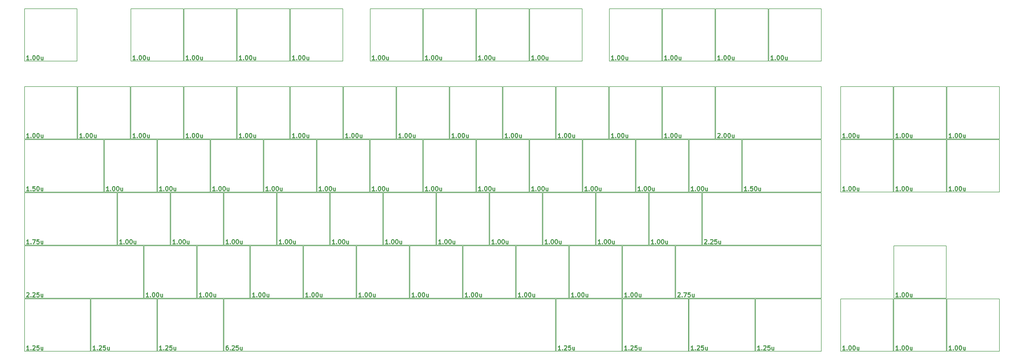
<source format=gbr>
G04 #@! TF.GenerationSoftware,KiCad,Pcbnew,7.0.1*
G04 #@! TF.CreationDate,2024-09-27T18:45:23-05:00*
G04 #@! TF.ProjectId,C128DKEYBOARD,43313238-444b-4455-9942-4f4152442e6b,3.3*
G04 #@! TF.SameCoordinates,Original*
G04 #@! TF.FileFunction,OtherDrawing,Comment*
%FSLAX46Y46*%
G04 Gerber Fmt 4.6, Leading zero omitted, Abs format (unit mm)*
G04 Created by KiCad (PCBNEW 7.0.1) date 2024-09-27 18:45:23*
%MOMM*%
%LPD*%
G01*
G04 APERTURE LIST*
%ADD10C,0.304800*%
%ADD11C,0.152400*%
G04 APERTURE END LIST*
D10*
X56542213Y-142691031D02*
X55671356Y-142691031D01*
X56106785Y-142691031D02*
X56106785Y-141167031D01*
X56106785Y-141167031D02*
X55961642Y-141384745D01*
X55961642Y-141384745D02*
X55816499Y-141529888D01*
X55816499Y-141529888D02*
X55671356Y-141602460D01*
X57195357Y-142545888D02*
X57267928Y-142618460D01*
X57267928Y-142618460D02*
X57195357Y-142691031D01*
X57195357Y-142691031D02*
X57122785Y-142618460D01*
X57122785Y-142618460D02*
X57195357Y-142545888D01*
X57195357Y-142545888D02*
X57195357Y-142691031D01*
X58211356Y-141167031D02*
X58356499Y-141167031D01*
X58356499Y-141167031D02*
X58501642Y-141239602D01*
X58501642Y-141239602D02*
X58574214Y-141312174D01*
X58574214Y-141312174D02*
X58646785Y-141457317D01*
X58646785Y-141457317D02*
X58719356Y-141747602D01*
X58719356Y-141747602D02*
X58719356Y-142110460D01*
X58719356Y-142110460D02*
X58646785Y-142400745D01*
X58646785Y-142400745D02*
X58574214Y-142545888D01*
X58574214Y-142545888D02*
X58501642Y-142618460D01*
X58501642Y-142618460D02*
X58356499Y-142691031D01*
X58356499Y-142691031D02*
X58211356Y-142691031D01*
X58211356Y-142691031D02*
X58066214Y-142618460D01*
X58066214Y-142618460D02*
X57993642Y-142545888D01*
X57993642Y-142545888D02*
X57921071Y-142400745D01*
X57921071Y-142400745D02*
X57848499Y-142110460D01*
X57848499Y-142110460D02*
X57848499Y-141747602D01*
X57848499Y-141747602D02*
X57921071Y-141457317D01*
X57921071Y-141457317D02*
X57993642Y-141312174D01*
X57993642Y-141312174D02*
X58066214Y-141239602D01*
X58066214Y-141239602D02*
X58211356Y-141167031D01*
X59662785Y-141167031D02*
X59807928Y-141167031D01*
X59807928Y-141167031D02*
X59953071Y-141239602D01*
X59953071Y-141239602D02*
X60025643Y-141312174D01*
X60025643Y-141312174D02*
X60098214Y-141457317D01*
X60098214Y-141457317D02*
X60170785Y-141747602D01*
X60170785Y-141747602D02*
X60170785Y-142110460D01*
X60170785Y-142110460D02*
X60098214Y-142400745D01*
X60098214Y-142400745D02*
X60025643Y-142545888D01*
X60025643Y-142545888D02*
X59953071Y-142618460D01*
X59953071Y-142618460D02*
X59807928Y-142691031D01*
X59807928Y-142691031D02*
X59662785Y-142691031D01*
X59662785Y-142691031D02*
X59517643Y-142618460D01*
X59517643Y-142618460D02*
X59445071Y-142545888D01*
X59445071Y-142545888D02*
X59372500Y-142400745D01*
X59372500Y-142400745D02*
X59299928Y-142110460D01*
X59299928Y-142110460D02*
X59299928Y-141747602D01*
X59299928Y-141747602D02*
X59372500Y-141457317D01*
X59372500Y-141457317D02*
X59445071Y-141312174D01*
X59445071Y-141312174D02*
X59517643Y-141239602D01*
X59517643Y-141239602D02*
X59662785Y-141167031D01*
X61477072Y-141675031D02*
X61477072Y-142691031D01*
X60823929Y-141675031D02*
X60823929Y-142473317D01*
X60823929Y-142473317D02*
X60896500Y-142618460D01*
X60896500Y-142618460D02*
X61041643Y-142691031D01*
X61041643Y-142691031D02*
X61259357Y-142691031D01*
X61259357Y-142691031D02*
X61404500Y-142618460D01*
X61404500Y-142618460D02*
X61477072Y-142545888D01*
X94642213Y-142691031D02*
X93771356Y-142691031D01*
X94206785Y-142691031D02*
X94206785Y-141167031D01*
X94206785Y-141167031D02*
X94061642Y-141384745D01*
X94061642Y-141384745D02*
X93916499Y-141529888D01*
X93916499Y-141529888D02*
X93771356Y-141602460D01*
X95295357Y-142545888D02*
X95367928Y-142618460D01*
X95367928Y-142618460D02*
X95295357Y-142691031D01*
X95295357Y-142691031D02*
X95222785Y-142618460D01*
X95222785Y-142618460D02*
X95295357Y-142545888D01*
X95295357Y-142545888D02*
X95295357Y-142691031D01*
X96311356Y-141167031D02*
X96456499Y-141167031D01*
X96456499Y-141167031D02*
X96601642Y-141239602D01*
X96601642Y-141239602D02*
X96674214Y-141312174D01*
X96674214Y-141312174D02*
X96746785Y-141457317D01*
X96746785Y-141457317D02*
X96819356Y-141747602D01*
X96819356Y-141747602D02*
X96819356Y-142110460D01*
X96819356Y-142110460D02*
X96746785Y-142400745D01*
X96746785Y-142400745D02*
X96674214Y-142545888D01*
X96674214Y-142545888D02*
X96601642Y-142618460D01*
X96601642Y-142618460D02*
X96456499Y-142691031D01*
X96456499Y-142691031D02*
X96311356Y-142691031D01*
X96311356Y-142691031D02*
X96166214Y-142618460D01*
X96166214Y-142618460D02*
X96093642Y-142545888D01*
X96093642Y-142545888D02*
X96021071Y-142400745D01*
X96021071Y-142400745D02*
X95948499Y-142110460D01*
X95948499Y-142110460D02*
X95948499Y-141747602D01*
X95948499Y-141747602D02*
X96021071Y-141457317D01*
X96021071Y-141457317D02*
X96093642Y-141312174D01*
X96093642Y-141312174D02*
X96166214Y-141239602D01*
X96166214Y-141239602D02*
X96311356Y-141167031D01*
X97762785Y-141167031D02*
X97907928Y-141167031D01*
X97907928Y-141167031D02*
X98053071Y-141239602D01*
X98053071Y-141239602D02*
X98125643Y-141312174D01*
X98125643Y-141312174D02*
X98198214Y-141457317D01*
X98198214Y-141457317D02*
X98270785Y-141747602D01*
X98270785Y-141747602D02*
X98270785Y-142110460D01*
X98270785Y-142110460D02*
X98198214Y-142400745D01*
X98198214Y-142400745D02*
X98125643Y-142545888D01*
X98125643Y-142545888D02*
X98053071Y-142618460D01*
X98053071Y-142618460D02*
X97907928Y-142691031D01*
X97907928Y-142691031D02*
X97762785Y-142691031D01*
X97762785Y-142691031D02*
X97617643Y-142618460D01*
X97617643Y-142618460D02*
X97545071Y-142545888D01*
X97545071Y-142545888D02*
X97472500Y-142400745D01*
X97472500Y-142400745D02*
X97399928Y-142110460D01*
X97399928Y-142110460D02*
X97399928Y-141747602D01*
X97399928Y-141747602D02*
X97472500Y-141457317D01*
X97472500Y-141457317D02*
X97545071Y-141312174D01*
X97545071Y-141312174D02*
X97617643Y-141239602D01*
X97617643Y-141239602D02*
X97762785Y-141167031D01*
X99577072Y-141675031D02*
X99577072Y-142691031D01*
X98923929Y-141675031D02*
X98923929Y-142473317D01*
X98923929Y-142473317D02*
X98996500Y-142618460D01*
X98996500Y-142618460D02*
X99141643Y-142691031D01*
X99141643Y-142691031D02*
X99359357Y-142691031D01*
X99359357Y-142691031D02*
X99504500Y-142618460D01*
X99504500Y-142618460D02*
X99577072Y-142545888D01*
X113692213Y-142691031D02*
X112821356Y-142691031D01*
X113256785Y-142691031D02*
X113256785Y-141167031D01*
X113256785Y-141167031D02*
X113111642Y-141384745D01*
X113111642Y-141384745D02*
X112966499Y-141529888D01*
X112966499Y-141529888D02*
X112821356Y-141602460D01*
X114345357Y-142545888D02*
X114417928Y-142618460D01*
X114417928Y-142618460D02*
X114345357Y-142691031D01*
X114345357Y-142691031D02*
X114272785Y-142618460D01*
X114272785Y-142618460D02*
X114345357Y-142545888D01*
X114345357Y-142545888D02*
X114345357Y-142691031D01*
X115361356Y-141167031D02*
X115506499Y-141167031D01*
X115506499Y-141167031D02*
X115651642Y-141239602D01*
X115651642Y-141239602D02*
X115724214Y-141312174D01*
X115724214Y-141312174D02*
X115796785Y-141457317D01*
X115796785Y-141457317D02*
X115869356Y-141747602D01*
X115869356Y-141747602D02*
X115869356Y-142110460D01*
X115869356Y-142110460D02*
X115796785Y-142400745D01*
X115796785Y-142400745D02*
X115724214Y-142545888D01*
X115724214Y-142545888D02*
X115651642Y-142618460D01*
X115651642Y-142618460D02*
X115506499Y-142691031D01*
X115506499Y-142691031D02*
X115361356Y-142691031D01*
X115361356Y-142691031D02*
X115216214Y-142618460D01*
X115216214Y-142618460D02*
X115143642Y-142545888D01*
X115143642Y-142545888D02*
X115071071Y-142400745D01*
X115071071Y-142400745D02*
X114998499Y-142110460D01*
X114998499Y-142110460D02*
X114998499Y-141747602D01*
X114998499Y-141747602D02*
X115071071Y-141457317D01*
X115071071Y-141457317D02*
X115143642Y-141312174D01*
X115143642Y-141312174D02*
X115216214Y-141239602D01*
X115216214Y-141239602D02*
X115361356Y-141167031D01*
X116812785Y-141167031D02*
X116957928Y-141167031D01*
X116957928Y-141167031D02*
X117103071Y-141239602D01*
X117103071Y-141239602D02*
X117175643Y-141312174D01*
X117175643Y-141312174D02*
X117248214Y-141457317D01*
X117248214Y-141457317D02*
X117320785Y-141747602D01*
X117320785Y-141747602D02*
X117320785Y-142110460D01*
X117320785Y-142110460D02*
X117248214Y-142400745D01*
X117248214Y-142400745D02*
X117175643Y-142545888D01*
X117175643Y-142545888D02*
X117103071Y-142618460D01*
X117103071Y-142618460D02*
X116957928Y-142691031D01*
X116957928Y-142691031D02*
X116812785Y-142691031D01*
X116812785Y-142691031D02*
X116667643Y-142618460D01*
X116667643Y-142618460D02*
X116595071Y-142545888D01*
X116595071Y-142545888D02*
X116522500Y-142400745D01*
X116522500Y-142400745D02*
X116449928Y-142110460D01*
X116449928Y-142110460D02*
X116449928Y-141747602D01*
X116449928Y-141747602D02*
X116522500Y-141457317D01*
X116522500Y-141457317D02*
X116595071Y-141312174D01*
X116595071Y-141312174D02*
X116667643Y-141239602D01*
X116667643Y-141239602D02*
X116812785Y-141167031D01*
X118627072Y-141675031D02*
X118627072Y-142691031D01*
X117973929Y-141675031D02*
X117973929Y-142473317D01*
X117973929Y-142473317D02*
X118046500Y-142618460D01*
X118046500Y-142618460D02*
X118191643Y-142691031D01*
X118191643Y-142691031D02*
X118409357Y-142691031D01*
X118409357Y-142691031D02*
X118554500Y-142618460D01*
X118554500Y-142618460D02*
X118627072Y-142545888D01*
X132742213Y-142691031D02*
X131871356Y-142691031D01*
X132306785Y-142691031D02*
X132306785Y-141167031D01*
X132306785Y-141167031D02*
X132161642Y-141384745D01*
X132161642Y-141384745D02*
X132016499Y-141529888D01*
X132016499Y-141529888D02*
X131871356Y-141602460D01*
X133395357Y-142545888D02*
X133467928Y-142618460D01*
X133467928Y-142618460D02*
X133395357Y-142691031D01*
X133395357Y-142691031D02*
X133322785Y-142618460D01*
X133322785Y-142618460D02*
X133395357Y-142545888D01*
X133395357Y-142545888D02*
X133395357Y-142691031D01*
X134411356Y-141167031D02*
X134556499Y-141167031D01*
X134556499Y-141167031D02*
X134701642Y-141239602D01*
X134701642Y-141239602D02*
X134774214Y-141312174D01*
X134774214Y-141312174D02*
X134846785Y-141457317D01*
X134846785Y-141457317D02*
X134919356Y-141747602D01*
X134919356Y-141747602D02*
X134919356Y-142110460D01*
X134919356Y-142110460D02*
X134846785Y-142400745D01*
X134846785Y-142400745D02*
X134774214Y-142545888D01*
X134774214Y-142545888D02*
X134701642Y-142618460D01*
X134701642Y-142618460D02*
X134556499Y-142691031D01*
X134556499Y-142691031D02*
X134411356Y-142691031D01*
X134411356Y-142691031D02*
X134266214Y-142618460D01*
X134266214Y-142618460D02*
X134193642Y-142545888D01*
X134193642Y-142545888D02*
X134121071Y-142400745D01*
X134121071Y-142400745D02*
X134048499Y-142110460D01*
X134048499Y-142110460D02*
X134048499Y-141747602D01*
X134048499Y-141747602D02*
X134121071Y-141457317D01*
X134121071Y-141457317D02*
X134193642Y-141312174D01*
X134193642Y-141312174D02*
X134266214Y-141239602D01*
X134266214Y-141239602D02*
X134411356Y-141167031D01*
X135862785Y-141167031D02*
X136007928Y-141167031D01*
X136007928Y-141167031D02*
X136153071Y-141239602D01*
X136153071Y-141239602D02*
X136225643Y-141312174D01*
X136225643Y-141312174D02*
X136298214Y-141457317D01*
X136298214Y-141457317D02*
X136370785Y-141747602D01*
X136370785Y-141747602D02*
X136370785Y-142110460D01*
X136370785Y-142110460D02*
X136298214Y-142400745D01*
X136298214Y-142400745D02*
X136225643Y-142545888D01*
X136225643Y-142545888D02*
X136153071Y-142618460D01*
X136153071Y-142618460D02*
X136007928Y-142691031D01*
X136007928Y-142691031D02*
X135862785Y-142691031D01*
X135862785Y-142691031D02*
X135717643Y-142618460D01*
X135717643Y-142618460D02*
X135645071Y-142545888D01*
X135645071Y-142545888D02*
X135572500Y-142400745D01*
X135572500Y-142400745D02*
X135499928Y-142110460D01*
X135499928Y-142110460D02*
X135499928Y-141747602D01*
X135499928Y-141747602D02*
X135572500Y-141457317D01*
X135572500Y-141457317D02*
X135645071Y-141312174D01*
X135645071Y-141312174D02*
X135717643Y-141239602D01*
X135717643Y-141239602D02*
X135862785Y-141167031D01*
X137677072Y-141675031D02*
X137677072Y-142691031D01*
X137023929Y-141675031D02*
X137023929Y-142473317D01*
X137023929Y-142473317D02*
X137096500Y-142618460D01*
X137096500Y-142618460D02*
X137241643Y-142691031D01*
X137241643Y-142691031D02*
X137459357Y-142691031D01*
X137459357Y-142691031D02*
X137604500Y-142618460D01*
X137604500Y-142618460D02*
X137677072Y-142545888D01*
X151792213Y-142691031D02*
X150921356Y-142691031D01*
X151356785Y-142691031D02*
X151356785Y-141167031D01*
X151356785Y-141167031D02*
X151211642Y-141384745D01*
X151211642Y-141384745D02*
X151066499Y-141529888D01*
X151066499Y-141529888D02*
X150921356Y-141602460D01*
X152445357Y-142545888D02*
X152517928Y-142618460D01*
X152517928Y-142618460D02*
X152445357Y-142691031D01*
X152445357Y-142691031D02*
X152372785Y-142618460D01*
X152372785Y-142618460D02*
X152445357Y-142545888D01*
X152445357Y-142545888D02*
X152445357Y-142691031D01*
X153461356Y-141167031D02*
X153606499Y-141167031D01*
X153606499Y-141167031D02*
X153751642Y-141239602D01*
X153751642Y-141239602D02*
X153824214Y-141312174D01*
X153824214Y-141312174D02*
X153896785Y-141457317D01*
X153896785Y-141457317D02*
X153969356Y-141747602D01*
X153969356Y-141747602D02*
X153969356Y-142110460D01*
X153969356Y-142110460D02*
X153896785Y-142400745D01*
X153896785Y-142400745D02*
X153824214Y-142545888D01*
X153824214Y-142545888D02*
X153751642Y-142618460D01*
X153751642Y-142618460D02*
X153606499Y-142691031D01*
X153606499Y-142691031D02*
X153461356Y-142691031D01*
X153461356Y-142691031D02*
X153316214Y-142618460D01*
X153316214Y-142618460D02*
X153243642Y-142545888D01*
X153243642Y-142545888D02*
X153171071Y-142400745D01*
X153171071Y-142400745D02*
X153098499Y-142110460D01*
X153098499Y-142110460D02*
X153098499Y-141747602D01*
X153098499Y-141747602D02*
X153171071Y-141457317D01*
X153171071Y-141457317D02*
X153243642Y-141312174D01*
X153243642Y-141312174D02*
X153316214Y-141239602D01*
X153316214Y-141239602D02*
X153461356Y-141167031D01*
X154912785Y-141167031D02*
X155057928Y-141167031D01*
X155057928Y-141167031D02*
X155203071Y-141239602D01*
X155203071Y-141239602D02*
X155275643Y-141312174D01*
X155275643Y-141312174D02*
X155348214Y-141457317D01*
X155348214Y-141457317D02*
X155420785Y-141747602D01*
X155420785Y-141747602D02*
X155420785Y-142110460D01*
X155420785Y-142110460D02*
X155348214Y-142400745D01*
X155348214Y-142400745D02*
X155275643Y-142545888D01*
X155275643Y-142545888D02*
X155203071Y-142618460D01*
X155203071Y-142618460D02*
X155057928Y-142691031D01*
X155057928Y-142691031D02*
X154912785Y-142691031D01*
X154912785Y-142691031D02*
X154767643Y-142618460D01*
X154767643Y-142618460D02*
X154695071Y-142545888D01*
X154695071Y-142545888D02*
X154622500Y-142400745D01*
X154622500Y-142400745D02*
X154549928Y-142110460D01*
X154549928Y-142110460D02*
X154549928Y-141747602D01*
X154549928Y-141747602D02*
X154622500Y-141457317D01*
X154622500Y-141457317D02*
X154695071Y-141312174D01*
X154695071Y-141312174D02*
X154767643Y-141239602D01*
X154767643Y-141239602D02*
X154912785Y-141167031D01*
X156727072Y-141675031D02*
X156727072Y-142691031D01*
X156073929Y-141675031D02*
X156073929Y-142473317D01*
X156073929Y-142473317D02*
X156146500Y-142618460D01*
X156146500Y-142618460D02*
X156291643Y-142691031D01*
X156291643Y-142691031D02*
X156509357Y-142691031D01*
X156509357Y-142691031D02*
X156654500Y-142618460D01*
X156654500Y-142618460D02*
X156727072Y-142545888D01*
X180367213Y-142691031D02*
X179496356Y-142691031D01*
X179931785Y-142691031D02*
X179931785Y-141167031D01*
X179931785Y-141167031D02*
X179786642Y-141384745D01*
X179786642Y-141384745D02*
X179641499Y-141529888D01*
X179641499Y-141529888D02*
X179496356Y-141602460D01*
X181020357Y-142545888D02*
X181092928Y-142618460D01*
X181092928Y-142618460D02*
X181020357Y-142691031D01*
X181020357Y-142691031D02*
X180947785Y-142618460D01*
X180947785Y-142618460D02*
X181020357Y-142545888D01*
X181020357Y-142545888D02*
X181020357Y-142691031D01*
X182036356Y-141167031D02*
X182181499Y-141167031D01*
X182181499Y-141167031D02*
X182326642Y-141239602D01*
X182326642Y-141239602D02*
X182399214Y-141312174D01*
X182399214Y-141312174D02*
X182471785Y-141457317D01*
X182471785Y-141457317D02*
X182544356Y-141747602D01*
X182544356Y-141747602D02*
X182544356Y-142110460D01*
X182544356Y-142110460D02*
X182471785Y-142400745D01*
X182471785Y-142400745D02*
X182399214Y-142545888D01*
X182399214Y-142545888D02*
X182326642Y-142618460D01*
X182326642Y-142618460D02*
X182181499Y-142691031D01*
X182181499Y-142691031D02*
X182036356Y-142691031D01*
X182036356Y-142691031D02*
X181891214Y-142618460D01*
X181891214Y-142618460D02*
X181818642Y-142545888D01*
X181818642Y-142545888D02*
X181746071Y-142400745D01*
X181746071Y-142400745D02*
X181673499Y-142110460D01*
X181673499Y-142110460D02*
X181673499Y-141747602D01*
X181673499Y-141747602D02*
X181746071Y-141457317D01*
X181746071Y-141457317D02*
X181818642Y-141312174D01*
X181818642Y-141312174D02*
X181891214Y-141239602D01*
X181891214Y-141239602D02*
X182036356Y-141167031D01*
X183487785Y-141167031D02*
X183632928Y-141167031D01*
X183632928Y-141167031D02*
X183778071Y-141239602D01*
X183778071Y-141239602D02*
X183850643Y-141312174D01*
X183850643Y-141312174D02*
X183923214Y-141457317D01*
X183923214Y-141457317D02*
X183995785Y-141747602D01*
X183995785Y-141747602D02*
X183995785Y-142110460D01*
X183995785Y-142110460D02*
X183923214Y-142400745D01*
X183923214Y-142400745D02*
X183850643Y-142545888D01*
X183850643Y-142545888D02*
X183778071Y-142618460D01*
X183778071Y-142618460D02*
X183632928Y-142691031D01*
X183632928Y-142691031D02*
X183487785Y-142691031D01*
X183487785Y-142691031D02*
X183342643Y-142618460D01*
X183342643Y-142618460D02*
X183270071Y-142545888D01*
X183270071Y-142545888D02*
X183197500Y-142400745D01*
X183197500Y-142400745D02*
X183124928Y-142110460D01*
X183124928Y-142110460D02*
X183124928Y-141747602D01*
X183124928Y-141747602D02*
X183197500Y-141457317D01*
X183197500Y-141457317D02*
X183270071Y-141312174D01*
X183270071Y-141312174D02*
X183342643Y-141239602D01*
X183342643Y-141239602D02*
X183487785Y-141167031D01*
X185302072Y-141675031D02*
X185302072Y-142691031D01*
X184648929Y-141675031D02*
X184648929Y-142473317D01*
X184648929Y-142473317D02*
X184721500Y-142618460D01*
X184721500Y-142618460D02*
X184866643Y-142691031D01*
X184866643Y-142691031D02*
X185084357Y-142691031D01*
X185084357Y-142691031D02*
X185229500Y-142618460D01*
X185229500Y-142618460D02*
X185302072Y-142545888D01*
X199417213Y-142691031D02*
X198546356Y-142691031D01*
X198981785Y-142691031D02*
X198981785Y-141167031D01*
X198981785Y-141167031D02*
X198836642Y-141384745D01*
X198836642Y-141384745D02*
X198691499Y-141529888D01*
X198691499Y-141529888D02*
X198546356Y-141602460D01*
X200070357Y-142545888D02*
X200142928Y-142618460D01*
X200142928Y-142618460D02*
X200070357Y-142691031D01*
X200070357Y-142691031D02*
X199997785Y-142618460D01*
X199997785Y-142618460D02*
X200070357Y-142545888D01*
X200070357Y-142545888D02*
X200070357Y-142691031D01*
X201086356Y-141167031D02*
X201231499Y-141167031D01*
X201231499Y-141167031D02*
X201376642Y-141239602D01*
X201376642Y-141239602D02*
X201449214Y-141312174D01*
X201449214Y-141312174D02*
X201521785Y-141457317D01*
X201521785Y-141457317D02*
X201594356Y-141747602D01*
X201594356Y-141747602D02*
X201594356Y-142110460D01*
X201594356Y-142110460D02*
X201521785Y-142400745D01*
X201521785Y-142400745D02*
X201449214Y-142545888D01*
X201449214Y-142545888D02*
X201376642Y-142618460D01*
X201376642Y-142618460D02*
X201231499Y-142691031D01*
X201231499Y-142691031D02*
X201086356Y-142691031D01*
X201086356Y-142691031D02*
X200941214Y-142618460D01*
X200941214Y-142618460D02*
X200868642Y-142545888D01*
X200868642Y-142545888D02*
X200796071Y-142400745D01*
X200796071Y-142400745D02*
X200723499Y-142110460D01*
X200723499Y-142110460D02*
X200723499Y-141747602D01*
X200723499Y-141747602D02*
X200796071Y-141457317D01*
X200796071Y-141457317D02*
X200868642Y-141312174D01*
X200868642Y-141312174D02*
X200941214Y-141239602D01*
X200941214Y-141239602D02*
X201086356Y-141167031D01*
X202537785Y-141167031D02*
X202682928Y-141167031D01*
X202682928Y-141167031D02*
X202828071Y-141239602D01*
X202828071Y-141239602D02*
X202900643Y-141312174D01*
X202900643Y-141312174D02*
X202973214Y-141457317D01*
X202973214Y-141457317D02*
X203045785Y-141747602D01*
X203045785Y-141747602D02*
X203045785Y-142110460D01*
X203045785Y-142110460D02*
X202973214Y-142400745D01*
X202973214Y-142400745D02*
X202900643Y-142545888D01*
X202900643Y-142545888D02*
X202828071Y-142618460D01*
X202828071Y-142618460D02*
X202682928Y-142691031D01*
X202682928Y-142691031D02*
X202537785Y-142691031D01*
X202537785Y-142691031D02*
X202392643Y-142618460D01*
X202392643Y-142618460D02*
X202320071Y-142545888D01*
X202320071Y-142545888D02*
X202247500Y-142400745D01*
X202247500Y-142400745D02*
X202174928Y-142110460D01*
X202174928Y-142110460D02*
X202174928Y-141747602D01*
X202174928Y-141747602D02*
X202247500Y-141457317D01*
X202247500Y-141457317D02*
X202320071Y-141312174D01*
X202320071Y-141312174D02*
X202392643Y-141239602D01*
X202392643Y-141239602D02*
X202537785Y-141167031D01*
X204352072Y-141675031D02*
X204352072Y-142691031D01*
X203698929Y-141675031D02*
X203698929Y-142473317D01*
X203698929Y-142473317D02*
X203771500Y-142618460D01*
X203771500Y-142618460D02*
X203916643Y-142691031D01*
X203916643Y-142691031D02*
X204134357Y-142691031D01*
X204134357Y-142691031D02*
X204279500Y-142618460D01*
X204279500Y-142618460D02*
X204352072Y-142545888D01*
X218467213Y-142691031D02*
X217596356Y-142691031D01*
X218031785Y-142691031D02*
X218031785Y-141167031D01*
X218031785Y-141167031D02*
X217886642Y-141384745D01*
X217886642Y-141384745D02*
X217741499Y-141529888D01*
X217741499Y-141529888D02*
X217596356Y-141602460D01*
X219120357Y-142545888D02*
X219192928Y-142618460D01*
X219192928Y-142618460D02*
X219120357Y-142691031D01*
X219120357Y-142691031D02*
X219047785Y-142618460D01*
X219047785Y-142618460D02*
X219120357Y-142545888D01*
X219120357Y-142545888D02*
X219120357Y-142691031D01*
X220136356Y-141167031D02*
X220281499Y-141167031D01*
X220281499Y-141167031D02*
X220426642Y-141239602D01*
X220426642Y-141239602D02*
X220499214Y-141312174D01*
X220499214Y-141312174D02*
X220571785Y-141457317D01*
X220571785Y-141457317D02*
X220644356Y-141747602D01*
X220644356Y-141747602D02*
X220644356Y-142110460D01*
X220644356Y-142110460D02*
X220571785Y-142400745D01*
X220571785Y-142400745D02*
X220499214Y-142545888D01*
X220499214Y-142545888D02*
X220426642Y-142618460D01*
X220426642Y-142618460D02*
X220281499Y-142691031D01*
X220281499Y-142691031D02*
X220136356Y-142691031D01*
X220136356Y-142691031D02*
X219991214Y-142618460D01*
X219991214Y-142618460D02*
X219918642Y-142545888D01*
X219918642Y-142545888D02*
X219846071Y-142400745D01*
X219846071Y-142400745D02*
X219773499Y-142110460D01*
X219773499Y-142110460D02*
X219773499Y-141747602D01*
X219773499Y-141747602D02*
X219846071Y-141457317D01*
X219846071Y-141457317D02*
X219918642Y-141312174D01*
X219918642Y-141312174D02*
X219991214Y-141239602D01*
X219991214Y-141239602D02*
X220136356Y-141167031D01*
X221587785Y-141167031D02*
X221732928Y-141167031D01*
X221732928Y-141167031D02*
X221878071Y-141239602D01*
X221878071Y-141239602D02*
X221950643Y-141312174D01*
X221950643Y-141312174D02*
X222023214Y-141457317D01*
X222023214Y-141457317D02*
X222095785Y-141747602D01*
X222095785Y-141747602D02*
X222095785Y-142110460D01*
X222095785Y-142110460D02*
X222023214Y-142400745D01*
X222023214Y-142400745D02*
X221950643Y-142545888D01*
X221950643Y-142545888D02*
X221878071Y-142618460D01*
X221878071Y-142618460D02*
X221732928Y-142691031D01*
X221732928Y-142691031D02*
X221587785Y-142691031D01*
X221587785Y-142691031D02*
X221442643Y-142618460D01*
X221442643Y-142618460D02*
X221370071Y-142545888D01*
X221370071Y-142545888D02*
X221297500Y-142400745D01*
X221297500Y-142400745D02*
X221224928Y-142110460D01*
X221224928Y-142110460D02*
X221224928Y-141747602D01*
X221224928Y-141747602D02*
X221297500Y-141457317D01*
X221297500Y-141457317D02*
X221370071Y-141312174D01*
X221370071Y-141312174D02*
X221442643Y-141239602D01*
X221442643Y-141239602D02*
X221587785Y-141167031D01*
X223402072Y-141675031D02*
X223402072Y-142691031D01*
X222748929Y-141675031D02*
X222748929Y-142473317D01*
X222748929Y-142473317D02*
X222821500Y-142618460D01*
X222821500Y-142618460D02*
X222966643Y-142691031D01*
X222966643Y-142691031D02*
X223184357Y-142691031D01*
X223184357Y-142691031D02*
X223329500Y-142618460D01*
X223329500Y-142618460D02*
X223402072Y-142545888D01*
X237517213Y-142691031D02*
X236646356Y-142691031D01*
X237081785Y-142691031D02*
X237081785Y-141167031D01*
X237081785Y-141167031D02*
X236936642Y-141384745D01*
X236936642Y-141384745D02*
X236791499Y-141529888D01*
X236791499Y-141529888D02*
X236646356Y-141602460D01*
X238170357Y-142545888D02*
X238242928Y-142618460D01*
X238242928Y-142618460D02*
X238170357Y-142691031D01*
X238170357Y-142691031D02*
X238097785Y-142618460D01*
X238097785Y-142618460D02*
X238170357Y-142545888D01*
X238170357Y-142545888D02*
X238170357Y-142691031D01*
X239186356Y-141167031D02*
X239331499Y-141167031D01*
X239331499Y-141167031D02*
X239476642Y-141239602D01*
X239476642Y-141239602D02*
X239549214Y-141312174D01*
X239549214Y-141312174D02*
X239621785Y-141457317D01*
X239621785Y-141457317D02*
X239694356Y-141747602D01*
X239694356Y-141747602D02*
X239694356Y-142110460D01*
X239694356Y-142110460D02*
X239621785Y-142400745D01*
X239621785Y-142400745D02*
X239549214Y-142545888D01*
X239549214Y-142545888D02*
X239476642Y-142618460D01*
X239476642Y-142618460D02*
X239331499Y-142691031D01*
X239331499Y-142691031D02*
X239186356Y-142691031D01*
X239186356Y-142691031D02*
X239041214Y-142618460D01*
X239041214Y-142618460D02*
X238968642Y-142545888D01*
X238968642Y-142545888D02*
X238896071Y-142400745D01*
X238896071Y-142400745D02*
X238823499Y-142110460D01*
X238823499Y-142110460D02*
X238823499Y-141747602D01*
X238823499Y-141747602D02*
X238896071Y-141457317D01*
X238896071Y-141457317D02*
X238968642Y-141312174D01*
X238968642Y-141312174D02*
X239041214Y-141239602D01*
X239041214Y-141239602D02*
X239186356Y-141167031D01*
X240637785Y-141167031D02*
X240782928Y-141167031D01*
X240782928Y-141167031D02*
X240928071Y-141239602D01*
X240928071Y-141239602D02*
X241000643Y-141312174D01*
X241000643Y-141312174D02*
X241073214Y-141457317D01*
X241073214Y-141457317D02*
X241145785Y-141747602D01*
X241145785Y-141747602D02*
X241145785Y-142110460D01*
X241145785Y-142110460D02*
X241073214Y-142400745D01*
X241073214Y-142400745D02*
X241000643Y-142545888D01*
X241000643Y-142545888D02*
X240928071Y-142618460D01*
X240928071Y-142618460D02*
X240782928Y-142691031D01*
X240782928Y-142691031D02*
X240637785Y-142691031D01*
X240637785Y-142691031D02*
X240492643Y-142618460D01*
X240492643Y-142618460D02*
X240420071Y-142545888D01*
X240420071Y-142545888D02*
X240347500Y-142400745D01*
X240347500Y-142400745D02*
X240274928Y-142110460D01*
X240274928Y-142110460D02*
X240274928Y-141747602D01*
X240274928Y-141747602D02*
X240347500Y-141457317D01*
X240347500Y-141457317D02*
X240420071Y-141312174D01*
X240420071Y-141312174D02*
X240492643Y-141239602D01*
X240492643Y-141239602D02*
X240637785Y-141167031D01*
X242452072Y-141675031D02*
X242452072Y-142691031D01*
X241798929Y-141675031D02*
X241798929Y-142473317D01*
X241798929Y-142473317D02*
X241871500Y-142618460D01*
X241871500Y-142618460D02*
X242016643Y-142691031D01*
X242016643Y-142691031D02*
X242234357Y-142691031D01*
X242234357Y-142691031D02*
X242379500Y-142618460D01*
X242379500Y-142618460D02*
X242452072Y-142545888D01*
X266092213Y-142691031D02*
X265221356Y-142691031D01*
X265656785Y-142691031D02*
X265656785Y-141167031D01*
X265656785Y-141167031D02*
X265511642Y-141384745D01*
X265511642Y-141384745D02*
X265366499Y-141529888D01*
X265366499Y-141529888D02*
X265221356Y-141602460D01*
X266745357Y-142545888D02*
X266817928Y-142618460D01*
X266817928Y-142618460D02*
X266745357Y-142691031D01*
X266745357Y-142691031D02*
X266672785Y-142618460D01*
X266672785Y-142618460D02*
X266745357Y-142545888D01*
X266745357Y-142545888D02*
X266745357Y-142691031D01*
X267761356Y-141167031D02*
X267906499Y-141167031D01*
X267906499Y-141167031D02*
X268051642Y-141239602D01*
X268051642Y-141239602D02*
X268124214Y-141312174D01*
X268124214Y-141312174D02*
X268196785Y-141457317D01*
X268196785Y-141457317D02*
X268269356Y-141747602D01*
X268269356Y-141747602D02*
X268269356Y-142110460D01*
X268269356Y-142110460D02*
X268196785Y-142400745D01*
X268196785Y-142400745D02*
X268124214Y-142545888D01*
X268124214Y-142545888D02*
X268051642Y-142618460D01*
X268051642Y-142618460D02*
X267906499Y-142691031D01*
X267906499Y-142691031D02*
X267761356Y-142691031D01*
X267761356Y-142691031D02*
X267616214Y-142618460D01*
X267616214Y-142618460D02*
X267543642Y-142545888D01*
X267543642Y-142545888D02*
X267471071Y-142400745D01*
X267471071Y-142400745D02*
X267398499Y-142110460D01*
X267398499Y-142110460D02*
X267398499Y-141747602D01*
X267398499Y-141747602D02*
X267471071Y-141457317D01*
X267471071Y-141457317D02*
X267543642Y-141312174D01*
X267543642Y-141312174D02*
X267616214Y-141239602D01*
X267616214Y-141239602D02*
X267761356Y-141167031D01*
X269212785Y-141167031D02*
X269357928Y-141167031D01*
X269357928Y-141167031D02*
X269503071Y-141239602D01*
X269503071Y-141239602D02*
X269575643Y-141312174D01*
X269575643Y-141312174D02*
X269648214Y-141457317D01*
X269648214Y-141457317D02*
X269720785Y-141747602D01*
X269720785Y-141747602D02*
X269720785Y-142110460D01*
X269720785Y-142110460D02*
X269648214Y-142400745D01*
X269648214Y-142400745D02*
X269575643Y-142545888D01*
X269575643Y-142545888D02*
X269503071Y-142618460D01*
X269503071Y-142618460D02*
X269357928Y-142691031D01*
X269357928Y-142691031D02*
X269212785Y-142691031D01*
X269212785Y-142691031D02*
X269067643Y-142618460D01*
X269067643Y-142618460D02*
X268995071Y-142545888D01*
X268995071Y-142545888D02*
X268922500Y-142400745D01*
X268922500Y-142400745D02*
X268849928Y-142110460D01*
X268849928Y-142110460D02*
X268849928Y-141747602D01*
X268849928Y-141747602D02*
X268922500Y-141457317D01*
X268922500Y-141457317D02*
X268995071Y-141312174D01*
X268995071Y-141312174D02*
X269067643Y-141239602D01*
X269067643Y-141239602D02*
X269212785Y-141167031D01*
X271027072Y-141675031D02*
X271027072Y-142691031D01*
X270373929Y-141675031D02*
X270373929Y-142473317D01*
X270373929Y-142473317D02*
X270446500Y-142618460D01*
X270446500Y-142618460D02*
X270591643Y-142691031D01*
X270591643Y-142691031D02*
X270809357Y-142691031D01*
X270809357Y-142691031D02*
X270954500Y-142618460D01*
X270954500Y-142618460D02*
X271027072Y-142545888D01*
X285142213Y-142691031D02*
X284271356Y-142691031D01*
X284706785Y-142691031D02*
X284706785Y-141167031D01*
X284706785Y-141167031D02*
X284561642Y-141384745D01*
X284561642Y-141384745D02*
X284416499Y-141529888D01*
X284416499Y-141529888D02*
X284271356Y-141602460D01*
X285795357Y-142545888D02*
X285867928Y-142618460D01*
X285867928Y-142618460D02*
X285795357Y-142691031D01*
X285795357Y-142691031D02*
X285722785Y-142618460D01*
X285722785Y-142618460D02*
X285795357Y-142545888D01*
X285795357Y-142545888D02*
X285795357Y-142691031D01*
X286811356Y-141167031D02*
X286956499Y-141167031D01*
X286956499Y-141167031D02*
X287101642Y-141239602D01*
X287101642Y-141239602D02*
X287174214Y-141312174D01*
X287174214Y-141312174D02*
X287246785Y-141457317D01*
X287246785Y-141457317D02*
X287319356Y-141747602D01*
X287319356Y-141747602D02*
X287319356Y-142110460D01*
X287319356Y-142110460D02*
X287246785Y-142400745D01*
X287246785Y-142400745D02*
X287174214Y-142545888D01*
X287174214Y-142545888D02*
X287101642Y-142618460D01*
X287101642Y-142618460D02*
X286956499Y-142691031D01*
X286956499Y-142691031D02*
X286811356Y-142691031D01*
X286811356Y-142691031D02*
X286666214Y-142618460D01*
X286666214Y-142618460D02*
X286593642Y-142545888D01*
X286593642Y-142545888D02*
X286521071Y-142400745D01*
X286521071Y-142400745D02*
X286448499Y-142110460D01*
X286448499Y-142110460D02*
X286448499Y-141747602D01*
X286448499Y-141747602D02*
X286521071Y-141457317D01*
X286521071Y-141457317D02*
X286593642Y-141312174D01*
X286593642Y-141312174D02*
X286666214Y-141239602D01*
X286666214Y-141239602D02*
X286811356Y-141167031D01*
X288262785Y-141167031D02*
X288407928Y-141167031D01*
X288407928Y-141167031D02*
X288553071Y-141239602D01*
X288553071Y-141239602D02*
X288625643Y-141312174D01*
X288625643Y-141312174D02*
X288698214Y-141457317D01*
X288698214Y-141457317D02*
X288770785Y-141747602D01*
X288770785Y-141747602D02*
X288770785Y-142110460D01*
X288770785Y-142110460D02*
X288698214Y-142400745D01*
X288698214Y-142400745D02*
X288625643Y-142545888D01*
X288625643Y-142545888D02*
X288553071Y-142618460D01*
X288553071Y-142618460D02*
X288407928Y-142691031D01*
X288407928Y-142691031D02*
X288262785Y-142691031D01*
X288262785Y-142691031D02*
X288117643Y-142618460D01*
X288117643Y-142618460D02*
X288045071Y-142545888D01*
X288045071Y-142545888D02*
X287972500Y-142400745D01*
X287972500Y-142400745D02*
X287899928Y-142110460D01*
X287899928Y-142110460D02*
X287899928Y-141747602D01*
X287899928Y-141747602D02*
X287972500Y-141457317D01*
X287972500Y-141457317D02*
X288045071Y-141312174D01*
X288045071Y-141312174D02*
X288117643Y-141239602D01*
X288117643Y-141239602D02*
X288262785Y-141167031D01*
X290077072Y-141675031D02*
X290077072Y-142691031D01*
X289423929Y-141675031D02*
X289423929Y-142473317D01*
X289423929Y-142473317D02*
X289496500Y-142618460D01*
X289496500Y-142618460D02*
X289641643Y-142691031D01*
X289641643Y-142691031D02*
X289859357Y-142691031D01*
X289859357Y-142691031D02*
X290004500Y-142618460D01*
X290004500Y-142618460D02*
X290077072Y-142545888D01*
X304192213Y-142691031D02*
X303321356Y-142691031D01*
X303756785Y-142691031D02*
X303756785Y-141167031D01*
X303756785Y-141167031D02*
X303611642Y-141384745D01*
X303611642Y-141384745D02*
X303466499Y-141529888D01*
X303466499Y-141529888D02*
X303321356Y-141602460D01*
X304845357Y-142545888D02*
X304917928Y-142618460D01*
X304917928Y-142618460D02*
X304845357Y-142691031D01*
X304845357Y-142691031D02*
X304772785Y-142618460D01*
X304772785Y-142618460D02*
X304845357Y-142545888D01*
X304845357Y-142545888D02*
X304845357Y-142691031D01*
X305861356Y-141167031D02*
X306006499Y-141167031D01*
X306006499Y-141167031D02*
X306151642Y-141239602D01*
X306151642Y-141239602D02*
X306224214Y-141312174D01*
X306224214Y-141312174D02*
X306296785Y-141457317D01*
X306296785Y-141457317D02*
X306369356Y-141747602D01*
X306369356Y-141747602D02*
X306369356Y-142110460D01*
X306369356Y-142110460D02*
X306296785Y-142400745D01*
X306296785Y-142400745D02*
X306224214Y-142545888D01*
X306224214Y-142545888D02*
X306151642Y-142618460D01*
X306151642Y-142618460D02*
X306006499Y-142691031D01*
X306006499Y-142691031D02*
X305861356Y-142691031D01*
X305861356Y-142691031D02*
X305716214Y-142618460D01*
X305716214Y-142618460D02*
X305643642Y-142545888D01*
X305643642Y-142545888D02*
X305571071Y-142400745D01*
X305571071Y-142400745D02*
X305498499Y-142110460D01*
X305498499Y-142110460D02*
X305498499Y-141747602D01*
X305498499Y-141747602D02*
X305571071Y-141457317D01*
X305571071Y-141457317D02*
X305643642Y-141312174D01*
X305643642Y-141312174D02*
X305716214Y-141239602D01*
X305716214Y-141239602D02*
X305861356Y-141167031D01*
X307312785Y-141167031D02*
X307457928Y-141167031D01*
X307457928Y-141167031D02*
X307603071Y-141239602D01*
X307603071Y-141239602D02*
X307675643Y-141312174D01*
X307675643Y-141312174D02*
X307748214Y-141457317D01*
X307748214Y-141457317D02*
X307820785Y-141747602D01*
X307820785Y-141747602D02*
X307820785Y-142110460D01*
X307820785Y-142110460D02*
X307748214Y-142400745D01*
X307748214Y-142400745D02*
X307675643Y-142545888D01*
X307675643Y-142545888D02*
X307603071Y-142618460D01*
X307603071Y-142618460D02*
X307457928Y-142691031D01*
X307457928Y-142691031D02*
X307312785Y-142691031D01*
X307312785Y-142691031D02*
X307167643Y-142618460D01*
X307167643Y-142618460D02*
X307095071Y-142545888D01*
X307095071Y-142545888D02*
X307022500Y-142400745D01*
X307022500Y-142400745D02*
X306949928Y-142110460D01*
X306949928Y-142110460D02*
X306949928Y-141747602D01*
X306949928Y-141747602D02*
X307022500Y-141457317D01*
X307022500Y-141457317D02*
X307095071Y-141312174D01*
X307095071Y-141312174D02*
X307167643Y-141239602D01*
X307167643Y-141239602D02*
X307312785Y-141167031D01*
X309127072Y-141675031D02*
X309127072Y-142691031D01*
X308473929Y-141675031D02*
X308473929Y-142473317D01*
X308473929Y-142473317D02*
X308546500Y-142618460D01*
X308546500Y-142618460D02*
X308691643Y-142691031D01*
X308691643Y-142691031D02*
X308909357Y-142691031D01*
X308909357Y-142691031D02*
X309054500Y-142618460D01*
X309054500Y-142618460D02*
X309127072Y-142545888D01*
X94642213Y-170631031D02*
X93771356Y-170631031D01*
X94206785Y-170631031D02*
X94206785Y-169107031D01*
X94206785Y-169107031D02*
X94061642Y-169324745D01*
X94061642Y-169324745D02*
X93916499Y-169469888D01*
X93916499Y-169469888D02*
X93771356Y-169542460D01*
X95295357Y-170485888D02*
X95367928Y-170558460D01*
X95367928Y-170558460D02*
X95295357Y-170631031D01*
X95295357Y-170631031D02*
X95222785Y-170558460D01*
X95222785Y-170558460D02*
X95295357Y-170485888D01*
X95295357Y-170485888D02*
X95295357Y-170631031D01*
X96311356Y-169107031D02*
X96456499Y-169107031D01*
X96456499Y-169107031D02*
X96601642Y-169179602D01*
X96601642Y-169179602D02*
X96674214Y-169252174D01*
X96674214Y-169252174D02*
X96746785Y-169397317D01*
X96746785Y-169397317D02*
X96819356Y-169687602D01*
X96819356Y-169687602D02*
X96819356Y-170050460D01*
X96819356Y-170050460D02*
X96746785Y-170340745D01*
X96746785Y-170340745D02*
X96674214Y-170485888D01*
X96674214Y-170485888D02*
X96601642Y-170558460D01*
X96601642Y-170558460D02*
X96456499Y-170631031D01*
X96456499Y-170631031D02*
X96311356Y-170631031D01*
X96311356Y-170631031D02*
X96166214Y-170558460D01*
X96166214Y-170558460D02*
X96093642Y-170485888D01*
X96093642Y-170485888D02*
X96021071Y-170340745D01*
X96021071Y-170340745D02*
X95948499Y-170050460D01*
X95948499Y-170050460D02*
X95948499Y-169687602D01*
X95948499Y-169687602D02*
X96021071Y-169397317D01*
X96021071Y-169397317D02*
X96093642Y-169252174D01*
X96093642Y-169252174D02*
X96166214Y-169179602D01*
X96166214Y-169179602D02*
X96311356Y-169107031D01*
X97762785Y-169107031D02*
X97907928Y-169107031D01*
X97907928Y-169107031D02*
X98053071Y-169179602D01*
X98053071Y-169179602D02*
X98125643Y-169252174D01*
X98125643Y-169252174D02*
X98198214Y-169397317D01*
X98198214Y-169397317D02*
X98270785Y-169687602D01*
X98270785Y-169687602D02*
X98270785Y-170050460D01*
X98270785Y-170050460D02*
X98198214Y-170340745D01*
X98198214Y-170340745D02*
X98125643Y-170485888D01*
X98125643Y-170485888D02*
X98053071Y-170558460D01*
X98053071Y-170558460D02*
X97907928Y-170631031D01*
X97907928Y-170631031D02*
X97762785Y-170631031D01*
X97762785Y-170631031D02*
X97617643Y-170558460D01*
X97617643Y-170558460D02*
X97545071Y-170485888D01*
X97545071Y-170485888D02*
X97472500Y-170340745D01*
X97472500Y-170340745D02*
X97399928Y-170050460D01*
X97399928Y-170050460D02*
X97399928Y-169687602D01*
X97399928Y-169687602D02*
X97472500Y-169397317D01*
X97472500Y-169397317D02*
X97545071Y-169252174D01*
X97545071Y-169252174D02*
X97617643Y-169179602D01*
X97617643Y-169179602D02*
X97762785Y-169107031D01*
X99577072Y-169615031D02*
X99577072Y-170631031D01*
X98923929Y-169615031D02*
X98923929Y-170413317D01*
X98923929Y-170413317D02*
X98996500Y-170558460D01*
X98996500Y-170558460D02*
X99141643Y-170631031D01*
X99141643Y-170631031D02*
X99359357Y-170631031D01*
X99359357Y-170631031D02*
X99504500Y-170558460D01*
X99504500Y-170558460D02*
X99577072Y-170485888D01*
X113692213Y-170631031D02*
X112821356Y-170631031D01*
X113256785Y-170631031D02*
X113256785Y-169107031D01*
X113256785Y-169107031D02*
X113111642Y-169324745D01*
X113111642Y-169324745D02*
X112966499Y-169469888D01*
X112966499Y-169469888D02*
X112821356Y-169542460D01*
X114345357Y-170485888D02*
X114417928Y-170558460D01*
X114417928Y-170558460D02*
X114345357Y-170631031D01*
X114345357Y-170631031D02*
X114272785Y-170558460D01*
X114272785Y-170558460D02*
X114345357Y-170485888D01*
X114345357Y-170485888D02*
X114345357Y-170631031D01*
X115361356Y-169107031D02*
X115506499Y-169107031D01*
X115506499Y-169107031D02*
X115651642Y-169179602D01*
X115651642Y-169179602D02*
X115724214Y-169252174D01*
X115724214Y-169252174D02*
X115796785Y-169397317D01*
X115796785Y-169397317D02*
X115869356Y-169687602D01*
X115869356Y-169687602D02*
X115869356Y-170050460D01*
X115869356Y-170050460D02*
X115796785Y-170340745D01*
X115796785Y-170340745D02*
X115724214Y-170485888D01*
X115724214Y-170485888D02*
X115651642Y-170558460D01*
X115651642Y-170558460D02*
X115506499Y-170631031D01*
X115506499Y-170631031D02*
X115361356Y-170631031D01*
X115361356Y-170631031D02*
X115216214Y-170558460D01*
X115216214Y-170558460D02*
X115143642Y-170485888D01*
X115143642Y-170485888D02*
X115071071Y-170340745D01*
X115071071Y-170340745D02*
X114998499Y-170050460D01*
X114998499Y-170050460D02*
X114998499Y-169687602D01*
X114998499Y-169687602D02*
X115071071Y-169397317D01*
X115071071Y-169397317D02*
X115143642Y-169252174D01*
X115143642Y-169252174D02*
X115216214Y-169179602D01*
X115216214Y-169179602D02*
X115361356Y-169107031D01*
X116812785Y-169107031D02*
X116957928Y-169107031D01*
X116957928Y-169107031D02*
X117103071Y-169179602D01*
X117103071Y-169179602D02*
X117175643Y-169252174D01*
X117175643Y-169252174D02*
X117248214Y-169397317D01*
X117248214Y-169397317D02*
X117320785Y-169687602D01*
X117320785Y-169687602D02*
X117320785Y-170050460D01*
X117320785Y-170050460D02*
X117248214Y-170340745D01*
X117248214Y-170340745D02*
X117175643Y-170485888D01*
X117175643Y-170485888D02*
X117103071Y-170558460D01*
X117103071Y-170558460D02*
X116957928Y-170631031D01*
X116957928Y-170631031D02*
X116812785Y-170631031D01*
X116812785Y-170631031D02*
X116667643Y-170558460D01*
X116667643Y-170558460D02*
X116595071Y-170485888D01*
X116595071Y-170485888D02*
X116522500Y-170340745D01*
X116522500Y-170340745D02*
X116449928Y-170050460D01*
X116449928Y-170050460D02*
X116449928Y-169687602D01*
X116449928Y-169687602D02*
X116522500Y-169397317D01*
X116522500Y-169397317D02*
X116595071Y-169252174D01*
X116595071Y-169252174D02*
X116667643Y-169179602D01*
X116667643Y-169179602D02*
X116812785Y-169107031D01*
X118627072Y-169615031D02*
X118627072Y-170631031D01*
X117973929Y-169615031D02*
X117973929Y-170413317D01*
X117973929Y-170413317D02*
X118046500Y-170558460D01*
X118046500Y-170558460D02*
X118191643Y-170631031D01*
X118191643Y-170631031D02*
X118409357Y-170631031D01*
X118409357Y-170631031D02*
X118554500Y-170558460D01*
X118554500Y-170558460D02*
X118627072Y-170485888D01*
X132742213Y-170631031D02*
X131871356Y-170631031D01*
X132306785Y-170631031D02*
X132306785Y-169107031D01*
X132306785Y-169107031D02*
X132161642Y-169324745D01*
X132161642Y-169324745D02*
X132016499Y-169469888D01*
X132016499Y-169469888D02*
X131871356Y-169542460D01*
X133395357Y-170485888D02*
X133467928Y-170558460D01*
X133467928Y-170558460D02*
X133395357Y-170631031D01*
X133395357Y-170631031D02*
X133322785Y-170558460D01*
X133322785Y-170558460D02*
X133395357Y-170485888D01*
X133395357Y-170485888D02*
X133395357Y-170631031D01*
X134411356Y-169107031D02*
X134556499Y-169107031D01*
X134556499Y-169107031D02*
X134701642Y-169179602D01*
X134701642Y-169179602D02*
X134774214Y-169252174D01*
X134774214Y-169252174D02*
X134846785Y-169397317D01*
X134846785Y-169397317D02*
X134919356Y-169687602D01*
X134919356Y-169687602D02*
X134919356Y-170050460D01*
X134919356Y-170050460D02*
X134846785Y-170340745D01*
X134846785Y-170340745D02*
X134774214Y-170485888D01*
X134774214Y-170485888D02*
X134701642Y-170558460D01*
X134701642Y-170558460D02*
X134556499Y-170631031D01*
X134556499Y-170631031D02*
X134411356Y-170631031D01*
X134411356Y-170631031D02*
X134266214Y-170558460D01*
X134266214Y-170558460D02*
X134193642Y-170485888D01*
X134193642Y-170485888D02*
X134121071Y-170340745D01*
X134121071Y-170340745D02*
X134048499Y-170050460D01*
X134048499Y-170050460D02*
X134048499Y-169687602D01*
X134048499Y-169687602D02*
X134121071Y-169397317D01*
X134121071Y-169397317D02*
X134193642Y-169252174D01*
X134193642Y-169252174D02*
X134266214Y-169179602D01*
X134266214Y-169179602D02*
X134411356Y-169107031D01*
X135862785Y-169107031D02*
X136007928Y-169107031D01*
X136007928Y-169107031D02*
X136153071Y-169179602D01*
X136153071Y-169179602D02*
X136225643Y-169252174D01*
X136225643Y-169252174D02*
X136298214Y-169397317D01*
X136298214Y-169397317D02*
X136370785Y-169687602D01*
X136370785Y-169687602D02*
X136370785Y-170050460D01*
X136370785Y-170050460D02*
X136298214Y-170340745D01*
X136298214Y-170340745D02*
X136225643Y-170485888D01*
X136225643Y-170485888D02*
X136153071Y-170558460D01*
X136153071Y-170558460D02*
X136007928Y-170631031D01*
X136007928Y-170631031D02*
X135862785Y-170631031D01*
X135862785Y-170631031D02*
X135717643Y-170558460D01*
X135717643Y-170558460D02*
X135645071Y-170485888D01*
X135645071Y-170485888D02*
X135572500Y-170340745D01*
X135572500Y-170340745D02*
X135499928Y-170050460D01*
X135499928Y-170050460D02*
X135499928Y-169687602D01*
X135499928Y-169687602D02*
X135572500Y-169397317D01*
X135572500Y-169397317D02*
X135645071Y-169252174D01*
X135645071Y-169252174D02*
X135717643Y-169179602D01*
X135717643Y-169179602D02*
X135862785Y-169107031D01*
X137677072Y-169615031D02*
X137677072Y-170631031D01*
X137023929Y-169615031D02*
X137023929Y-170413317D01*
X137023929Y-170413317D02*
X137096500Y-170558460D01*
X137096500Y-170558460D02*
X137241643Y-170631031D01*
X137241643Y-170631031D02*
X137459357Y-170631031D01*
X137459357Y-170631031D02*
X137604500Y-170558460D01*
X137604500Y-170558460D02*
X137677072Y-170485888D01*
X151792213Y-170631031D02*
X150921356Y-170631031D01*
X151356785Y-170631031D02*
X151356785Y-169107031D01*
X151356785Y-169107031D02*
X151211642Y-169324745D01*
X151211642Y-169324745D02*
X151066499Y-169469888D01*
X151066499Y-169469888D02*
X150921356Y-169542460D01*
X152445357Y-170485888D02*
X152517928Y-170558460D01*
X152517928Y-170558460D02*
X152445357Y-170631031D01*
X152445357Y-170631031D02*
X152372785Y-170558460D01*
X152372785Y-170558460D02*
X152445357Y-170485888D01*
X152445357Y-170485888D02*
X152445357Y-170631031D01*
X153461356Y-169107031D02*
X153606499Y-169107031D01*
X153606499Y-169107031D02*
X153751642Y-169179602D01*
X153751642Y-169179602D02*
X153824214Y-169252174D01*
X153824214Y-169252174D02*
X153896785Y-169397317D01*
X153896785Y-169397317D02*
X153969356Y-169687602D01*
X153969356Y-169687602D02*
X153969356Y-170050460D01*
X153969356Y-170050460D02*
X153896785Y-170340745D01*
X153896785Y-170340745D02*
X153824214Y-170485888D01*
X153824214Y-170485888D02*
X153751642Y-170558460D01*
X153751642Y-170558460D02*
X153606499Y-170631031D01*
X153606499Y-170631031D02*
X153461356Y-170631031D01*
X153461356Y-170631031D02*
X153316214Y-170558460D01*
X153316214Y-170558460D02*
X153243642Y-170485888D01*
X153243642Y-170485888D02*
X153171071Y-170340745D01*
X153171071Y-170340745D02*
X153098499Y-170050460D01*
X153098499Y-170050460D02*
X153098499Y-169687602D01*
X153098499Y-169687602D02*
X153171071Y-169397317D01*
X153171071Y-169397317D02*
X153243642Y-169252174D01*
X153243642Y-169252174D02*
X153316214Y-169179602D01*
X153316214Y-169179602D02*
X153461356Y-169107031D01*
X154912785Y-169107031D02*
X155057928Y-169107031D01*
X155057928Y-169107031D02*
X155203071Y-169179602D01*
X155203071Y-169179602D02*
X155275643Y-169252174D01*
X155275643Y-169252174D02*
X155348214Y-169397317D01*
X155348214Y-169397317D02*
X155420785Y-169687602D01*
X155420785Y-169687602D02*
X155420785Y-170050460D01*
X155420785Y-170050460D02*
X155348214Y-170340745D01*
X155348214Y-170340745D02*
X155275643Y-170485888D01*
X155275643Y-170485888D02*
X155203071Y-170558460D01*
X155203071Y-170558460D02*
X155057928Y-170631031D01*
X155057928Y-170631031D02*
X154912785Y-170631031D01*
X154912785Y-170631031D02*
X154767643Y-170558460D01*
X154767643Y-170558460D02*
X154695071Y-170485888D01*
X154695071Y-170485888D02*
X154622500Y-170340745D01*
X154622500Y-170340745D02*
X154549928Y-170050460D01*
X154549928Y-170050460D02*
X154549928Y-169687602D01*
X154549928Y-169687602D02*
X154622500Y-169397317D01*
X154622500Y-169397317D02*
X154695071Y-169252174D01*
X154695071Y-169252174D02*
X154767643Y-169179602D01*
X154767643Y-169179602D02*
X154912785Y-169107031D01*
X156727072Y-169615031D02*
X156727072Y-170631031D01*
X156073929Y-169615031D02*
X156073929Y-170413317D01*
X156073929Y-170413317D02*
X156146500Y-170558460D01*
X156146500Y-170558460D02*
X156291643Y-170631031D01*
X156291643Y-170631031D02*
X156509357Y-170631031D01*
X156509357Y-170631031D02*
X156654500Y-170558460D01*
X156654500Y-170558460D02*
X156727072Y-170485888D01*
X170842213Y-170631031D02*
X169971356Y-170631031D01*
X170406785Y-170631031D02*
X170406785Y-169107031D01*
X170406785Y-169107031D02*
X170261642Y-169324745D01*
X170261642Y-169324745D02*
X170116499Y-169469888D01*
X170116499Y-169469888D02*
X169971356Y-169542460D01*
X171495357Y-170485888D02*
X171567928Y-170558460D01*
X171567928Y-170558460D02*
X171495357Y-170631031D01*
X171495357Y-170631031D02*
X171422785Y-170558460D01*
X171422785Y-170558460D02*
X171495357Y-170485888D01*
X171495357Y-170485888D02*
X171495357Y-170631031D01*
X172511356Y-169107031D02*
X172656499Y-169107031D01*
X172656499Y-169107031D02*
X172801642Y-169179602D01*
X172801642Y-169179602D02*
X172874214Y-169252174D01*
X172874214Y-169252174D02*
X172946785Y-169397317D01*
X172946785Y-169397317D02*
X173019356Y-169687602D01*
X173019356Y-169687602D02*
X173019356Y-170050460D01*
X173019356Y-170050460D02*
X172946785Y-170340745D01*
X172946785Y-170340745D02*
X172874214Y-170485888D01*
X172874214Y-170485888D02*
X172801642Y-170558460D01*
X172801642Y-170558460D02*
X172656499Y-170631031D01*
X172656499Y-170631031D02*
X172511356Y-170631031D01*
X172511356Y-170631031D02*
X172366214Y-170558460D01*
X172366214Y-170558460D02*
X172293642Y-170485888D01*
X172293642Y-170485888D02*
X172221071Y-170340745D01*
X172221071Y-170340745D02*
X172148499Y-170050460D01*
X172148499Y-170050460D02*
X172148499Y-169687602D01*
X172148499Y-169687602D02*
X172221071Y-169397317D01*
X172221071Y-169397317D02*
X172293642Y-169252174D01*
X172293642Y-169252174D02*
X172366214Y-169179602D01*
X172366214Y-169179602D02*
X172511356Y-169107031D01*
X173962785Y-169107031D02*
X174107928Y-169107031D01*
X174107928Y-169107031D02*
X174253071Y-169179602D01*
X174253071Y-169179602D02*
X174325643Y-169252174D01*
X174325643Y-169252174D02*
X174398214Y-169397317D01*
X174398214Y-169397317D02*
X174470785Y-169687602D01*
X174470785Y-169687602D02*
X174470785Y-170050460D01*
X174470785Y-170050460D02*
X174398214Y-170340745D01*
X174398214Y-170340745D02*
X174325643Y-170485888D01*
X174325643Y-170485888D02*
X174253071Y-170558460D01*
X174253071Y-170558460D02*
X174107928Y-170631031D01*
X174107928Y-170631031D02*
X173962785Y-170631031D01*
X173962785Y-170631031D02*
X173817643Y-170558460D01*
X173817643Y-170558460D02*
X173745071Y-170485888D01*
X173745071Y-170485888D02*
X173672500Y-170340745D01*
X173672500Y-170340745D02*
X173599928Y-170050460D01*
X173599928Y-170050460D02*
X173599928Y-169687602D01*
X173599928Y-169687602D02*
X173672500Y-169397317D01*
X173672500Y-169397317D02*
X173745071Y-169252174D01*
X173745071Y-169252174D02*
X173817643Y-169179602D01*
X173817643Y-169179602D02*
X173962785Y-169107031D01*
X175777072Y-169615031D02*
X175777072Y-170631031D01*
X175123929Y-169615031D02*
X175123929Y-170413317D01*
X175123929Y-170413317D02*
X175196500Y-170558460D01*
X175196500Y-170558460D02*
X175341643Y-170631031D01*
X175341643Y-170631031D02*
X175559357Y-170631031D01*
X175559357Y-170631031D02*
X175704500Y-170558460D01*
X175704500Y-170558460D02*
X175777072Y-170485888D01*
X189892213Y-170631031D02*
X189021356Y-170631031D01*
X189456785Y-170631031D02*
X189456785Y-169107031D01*
X189456785Y-169107031D02*
X189311642Y-169324745D01*
X189311642Y-169324745D02*
X189166499Y-169469888D01*
X189166499Y-169469888D02*
X189021356Y-169542460D01*
X190545357Y-170485888D02*
X190617928Y-170558460D01*
X190617928Y-170558460D02*
X190545357Y-170631031D01*
X190545357Y-170631031D02*
X190472785Y-170558460D01*
X190472785Y-170558460D02*
X190545357Y-170485888D01*
X190545357Y-170485888D02*
X190545357Y-170631031D01*
X191561356Y-169107031D02*
X191706499Y-169107031D01*
X191706499Y-169107031D02*
X191851642Y-169179602D01*
X191851642Y-169179602D02*
X191924214Y-169252174D01*
X191924214Y-169252174D02*
X191996785Y-169397317D01*
X191996785Y-169397317D02*
X192069356Y-169687602D01*
X192069356Y-169687602D02*
X192069356Y-170050460D01*
X192069356Y-170050460D02*
X191996785Y-170340745D01*
X191996785Y-170340745D02*
X191924214Y-170485888D01*
X191924214Y-170485888D02*
X191851642Y-170558460D01*
X191851642Y-170558460D02*
X191706499Y-170631031D01*
X191706499Y-170631031D02*
X191561356Y-170631031D01*
X191561356Y-170631031D02*
X191416214Y-170558460D01*
X191416214Y-170558460D02*
X191343642Y-170485888D01*
X191343642Y-170485888D02*
X191271071Y-170340745D01*
X191271071Y-170340745D02*
X191198499Y-170050460D01*
X191198499Y-170050460D02*
X191198499Y-169687602D01*
X191198499Y-169687602D02*
X191271071Y-169397317D01*
X191271071Y-169397317D02*
X191343642Y-169252174D01*
X191343642Y-169252174D02*
X191416214Y-169179602D01*
X191416214Y-169179602D02*
X191561356Y-169107031D01*
X193012785Y-169107031D02*
X193157928Y-169107031D01*
X193157928Y-169107031D02*
X193303071Y-169179602D01*
X193303071Y-169179602D02*
X193375643Y-169252174D01*
X193375643Y-169252174D02*
X193448214Y-169397317D01*
X193448214Y-169397317D02*
X193520785Y-169687602D01*
X193520785Y-169687602D02*
X193520785Y-170050460D01*
X193520785Y-170050460D02*
X193448214Y-170340745D01*
X193448214Y-170340745D02*
X193375643Y-170485888D01*
X193375643Y-170485888D02*
X193303071Y-170558460D01*
X193303071Y-170558460D02*
X193157928Y-170631031D01*
X193157928Y-170631031D02*
X193012785Y-170631031D01*
X193012785Y-170631031D02*
X192867643Y-170558460D01*
X192867643Y-170558460D02*
X192795071Y-170485888D01*
X192795071Y-170485888D02*
X192722500Y-170340745D01*
X192722500Y-170340745D02*
X192649928Y-170050460D01*
X192649928Y-170050460D02*
X192649928Y-169687602D01*
X192649928Y-169687602D02*
X192722500Y-169397317D01*
X192722500Y-169397317D02*
X192795071Y-169252174D01*
X192795071Y-169252174D02*
X192867643Y-169179602D01*
X192867643Y-169179602D02*
X193012785Y-169107031D01*
X194827072Y-169615031D02*
X194827072Y-170631031D01*
X194173929Y-169615031D02*
X194173929Y-170413317D01*
X194173929Y-170413317D02*
X194246500Y-170558460D01*
X194246500Y-170558460D02*
X194391643Y-170631031D01*
X194391643Y-170631031D02*
X194609357Y-170631031D01*
X194609357Y-170631031D02*
X194754500Y-170558460D01*
X194754500Y-170558460D02*
X194827072Y-170485888D01*
X208942213Y-170631031D02*
X208071356Y-170631031D01*
X208506785Y-170631031D02*
X208506785Y-169107031D01*
X208506785Y-169107031D02*
X208361642Y-169324745D01*
X208361642Y-169324745D02*
X208216499Y-169469888D01*
X208216499Y-169469888D02*
X208071356Y-169542460D01*
X209595357Y-170485888D02*
X209667928Y-170558460D01*
X209667928Y-170558460D02*
X209595357Y-170631031D01*
X209595357Y-170631031D02*
X209522785Y-170558460D01*
X209522785Y-170558460D02*
X209595357Y-170485888D01*
X209595357Y-170485888D02*
X209595357Y-170631031D01*
X210611356Y-169107031D02*
X210756499Y-169107031D01*
X210756499Y-169107031D02*
X210901642Y-169179602D01*
X210901642Y-169179602D02*
X210974214Y-169252174D01*
X210974214Y-169252174D02*
X211046785Y-169397317D01*
X211046785Y-169397317D02*
X211119356Y-169687602D01*
X211119356Y-169687602D02*
X211119356Y-170050460D01*
X211119356Y-170050460D02*
X211046785Y-170340745D01*
X211046785Y-170340745D02*
X210974214Y-170485888D01*
X210974214Y-170485888D02*
X210901642Y-170558460D01*
X210901642Y-170558460D02*
X210756499Y-170631031D01*
X210756499Y-170631031D02*
X210611356Y-170631031D01*
X210611356Y-170631031D02*
X210466214Y-170558460D01*
X210466214Y-170558460D02*
X210393642Y-170485888D01*
X210393642Y-170485888D02*
X210321071Y-170340745D01*
X210321071Y-170340745D02*
X210248499Y-170050460D01*
X210248499Y-170050460D02*
X210248499Y-169687602D01*
X210248499Y-169687602D02*
X210321071Y-169397317D01*
X210321071Y-169397317D02*
X210393642Y-169252174D01*
X210393642Y-169252174D02*
X210466214Y-169179602D01*
X210466214Y-169179602D02*
X210611356Y-169107031D01*
X212062785Y-169107031D02*
X212207928Y-169107031D01*
X212207928Y-169107031D02*
X212353071Y-169179602D01*
X212353071Y-169179602D02*
X212425643Y-169252174D01*
X212425643Y-169252174D02*
X212498214Y-169397317D01*
X212498214Y-169397317D02*
X212570785Y-169687602D01*
X212570785Y-169687602D02*
X212570785Y-170050460D01*
X212570785Y-170050460D02*
X212498214Y-170340745D01*
X212498214Y-170340745D02*
X212425643Y-170485888D01*
X212425643Y-170485888D02*
X212353071Y-170558460D01*
X212353071Y-170558460D02*
X212207928Y-170631031D01*
X212207928Y-170631031D02*
X212062785Y-170631031D01*
X212062785Y-170631031D02*
X211917643Y-170558460D01*
X211917643Y-170558460D02*
X211845071Y-170485888D01*
X211845071Y-170485888D02*
X211772500Y-170340745D01*
X211772500Y-170340745D02*
X211699928Y-170050460D01*
X211699928Y-170050460D02*
X211699928Y-169687602D01*
X211699928Y-169687602D02*
X211772500Y-169397317D01*
X211772500Y-169397317D02*
X211845071Y-169252174D01*
X211845071Y-169252174D02*
X211917643Y-169179602D01*
X211917643Y-169179602D02*
X212062785Y-169107031D01*
X213877072Y-169615031D02*
X213877072Y-170631031D01*
X213223929Y-169615031D02*
X213223929Y-170413317D01*
X213223929Y-170413317D02*
X213296500Y-170558460D01*
X213296500Y-170558460D02*
X213441643Y-170631031D01*
X213441643Y-170631031D02*
X213659357Y-170631031D01*
X213659357Y-170631031D02*
X213804500Y-170558460D01*
X213804500Y-170558460D02*
X213877072Y-170485888D01*
X227992213Y-170631031D02*
X227121356Y-170631031D01*
X227556785Y-170631031D02*
X227556785Y-169107031D01*
X227556785Y-169107031D02*
X227411642Y-169324745D01*
X227411642Y-169324745D02*
X227266499Y-169469888D01*
X227266499Y-169469888D02*
X227121356Y-169542460D01*
X228645357Y-170485888D02*
X228717928Y-170558460D01*
X228717928Y-170558460D02*
X228645357Y-170631031D01*
X228645357Y-170631031D02*
X228572785Y-170558460D01*
X228572785Y-170558460D02*
X228645357Y-170485888D01*
X228645357Y-170485888D02*
X228645357Y-170631031D01*
X229661356Y-169107031D02*
X229806499Y-169107031D01*
X229806499Y-169107031D02*
X229951642Y-169179602D01*
X229951642Y-169179602D02*
X230024214Y-169252174D01*
X230024214Y-169252174D02*
X230096785Y-169397317D01*
X230096785Y-169397317D02*
X230169356Y-169687602D01*
X230169356Y-169687602D02*
X230169356Y-170050460D01*
X230169356Y-170050460D02*
X230096785Y-170340745D01*
X230096785Y-170340745D02*
X230024214Y-170485888D01*
X230024214Y-170485888D02*
X229951642Y-170558460D01*
X229951642Y-170558460D02*
X229806499Y-170631031D01*
X229806499Y-170631031D02*
X229661356Y-170631031D01*
X229661356Y-170631031D02*
X229516214Y-170558460D01*
X229516214Y-170558460D02*
X229443642Y-170485888D01*
X229443642Y-170485888D02*
X229371071Y-170340745D01*
X229371071Y-170340745D02*
X229298499Y-170050460D01*
X229298499Y-170050460D02*
X229298499Y-169687602D01*
X229298499Y-169687602D02*
X229371071Y-169397317D01*
X229371071Y-169397317D02*
X229443642Y-169252174D01*
X229443642Y-169252174D02*
X229516214Y-169179602D01*
X229516214Y-169179602D02*
X229661356Y-169107031D01*
X231112785Y-169107031D02*
X231257928Y-169107031D01*
X231257928Y-169107031D02*
X231403071Y-169179602D01*
X231403071Y-169179602D02*
X231475643Y-169252174D01*
X231475643Y-169252174D02*
X231548214Y-169397317D01*
X231548214Y-169397317D02*
X231620785Y-169687602D01*
X231620785Y-169687602D02*
X231620785Y-170050460D01*
X231620785Y-170050460D02*
X231548214Y-170340745D01*
X231548214Y-170340745D02*
X231475643Y-170485888D01*
X231475643Y-170485888D02*
X231403071Y-170558460D01*
X231403071Y-170558460D02*
X231257928Y-170631031D01*
X231257928Y-170631031D02*
X231112785Y-170631031D01*
X231112785Y-170631031D02*
X230967643Y-170558460D01*
X230967643Y-170558460D02*
X230895071Y-170485888D01*
X230895071Y-170485888D02*
X230822500Y-170340745D01*
X230822500Y-170340745D02*
X230749928Y-170050460D01*
X230749928Y-170050460D02*
X230749928Y-169687602D01*
X230749928Y-169687602D02*
X230822500Y-169397317D01*
X230822500Y-169397317D02*
X230895071Y-169252174D01*
X230895071Y-169252174D02*
X230967643Y-169179602D01*
X230967643Y-169179602D02*
X231112785Y-169107031D01*
X232927072Y-169615031D02*
X232927072Y-170631031D01*
X232273929Y-169615031D02*
X232273929Y-170413317D01*
X232273929Y-170413317D02*
X232346500Y-170558460D01*
X232346500Y-170558460D02*
X232491643Y-170631031D01*
X232491643Y-170631031D02*
X232709357Y-170631031D01*
X232709357Y-170631031D02*
X232854500Y-170558460D01*
X232854500Y-170558460D02*
X232927072Y-170485888D01*
X247042213Y-170631031D02*
X246171356Y-170631031D01*
X246606785Y-170631031D02*
X246606785Y-169107031D01*
X246606785Y-169107031D02*
X246461642Y-169324745D01*
X246461642Y-169324745D02*
X246316499Y-169469888D01*
X246316499Y-169469888D02*
X246171356Y-169542460D01*
X247695357Y-170485888D02*
X247767928Y-170558460D01*
X247767928Y-170558460D02*
X247695357Y-170631031D01*
X247695357Y-170631031D02*
X247622785Y-170558460D01*
X247622785Y-170558460D02*
X247695357Y-170485888D01*
X247695357Y-170485888D02*
X247695357Y-170631031D01*
X248711356Y-169107031D02*
X248856499Y-169107031D01*
X248856499Y-169107031D02*
X249001642Y-169179602D01*
X249001642Y-169179602D02*
X249074214Y-169252174D01*
X249074214Y-169252174D02*
X249146785Y-169397317D01*
X249146785Y-169397317D02*
X249219356Y-169687602D01*
X249219356Y-169687602D02*
X249219356Y-170050460D01*
X249219356Y-170050460D02*
X249146785Y-170340745D01*
X249146785Y-170340745D02*
X249074214Y-170485888D01*
X249074214Y-170485888D02*
X249001642Y-170558460D01*
X249001642Y-170558460D02*
X248856499Y-170631031D01*
X248856499Y-170631031D02*
X248711356Y-170631031D01*
X248711356Y-170631031D02*
X248566214Y-170558460D01*
X248566214Y-170558460D02*
X248493642Y-170485888D01*
X248493642Y-170485888D02*
X248421071Y-170340745D01*
X248421071Y-170340745D02*
X248348499Y-170050460D01*
X248348499Y-170050460D02*
X248348499Y-169687602D01*
X248348499Y-169687602D02*
X248421071Y-169397317D01*
X248421071Y-169397317D02*
X248493642Y-169252174D01*
X248493642Y-169252174D02*
X248566214Y-169179602D01*
X248566214Y-169179602D02*
X248711356Y-169107031D01*
X250162785Y-169107031D02*
X250307928Y-169107031D01*
X250307928Y-169107031D02*
X250453071Y-169179602D01*
X250453071Y-169179602D02*
X250525643Y-169252174D01*
X250525643Y-169252174D02*
X250598214Y-169397317D01*
X250598214Y-169397317D02*
X250670785Y-169687602D01*
X250670785Y-169687602D02*
X250670785Y-170050460D01*
X250670785Y-170050460D02*
X250598214Y-170340745D01*
X250598214Y-170340745D02*
X250525643Y-170485888D01*
X250525643Y-170485888D02*
X250453071Y-170558460D01*
X250453071Y-170558460D02*
X250307928Y-170631031D01*
X250307928Y-170631031D02*
X250162785Y-170631031D01*
X250162785Y-170631031D02*
X250017643Y-170558460D01*
X250017643Y-170558460D02*
X249945071Y-170485888D01*
X249945071Y-170485888D02*
X249872500Y-170340745D01*
X249872500Y-170340745D02*
X249799928Y-170050460D01*
X249799928Y-170050460D02*
X249799928Y-169687602D01*
X249799928Y-169687602D02*
X249872500Y-169397317D01*
X249872500Y-169397317D02*
X249945071Y-169252174D01*
X249945071Y-169252174D02*
X250017643Y-169179602D01*
X250017643Y-169179602D02*
X250162785Y-169107031D01*
X251977072Y-169615031D02*
X251977072Y-170631031D01*
X251323929Y-169615031D02*
X251323929Y-170413317D01*
X251323929Y-170413317D02*
X251396500Y-170558460D01*
X251396500Y-170558460D02*
X251541643Y-170631031D01*
X251541643Y-170631031D02*
X251759357Y-170631031D01*
X251759357Y-170631031D02*
X251904500Y-170558460D01*
X251904500Y-170558460D02*
X251977072Y-170485888D01*
X266092213Y-170631031D02*
X265221356Y-170631031D01*
X265656785Y-170631031D02*
X265656785Y-169107031D01*
X265656785Y-169107031D02*
X265511642Y-169324745D01*
X265511642Y-169324745D02*
X265366499Y-169469888D01*
X265366499Y-169469888D02*
X265221356Y-169542460D01*
X266745357Y-170485888D02*
X266817928Y-170558460D01*
X266817928Y-170558460D02*
X266745357Y-170631031D01*
X266745357Y-170631031D02*
X266672785Y-170558460D01*
X266672785Y-170558460D02*
X266745357Y-170485888D01*
X266745357Y-170485888D02*
X266745357Y-170631031D01*
X267761356Y-169107031D02*
X267906499Y-169107031D01*
X267906499Y-169107031D02*
X268051642Y-169179602D01*
X268051642Y-169179602D02*
X268124214Y-169252174D01*
X268124214Y-169252174D02*
X268196785Y-169397317D01*
X268196785Y-169397317D02*
X268269356Y-169687602D01*
X268269356Y-169687602D02*
X268269356Y-170050460D01*
X268269356Y-170050460D02*
X268196785Y-170340745D01*
X268196785Y-170340745D02*
X268124214Y-170485888D01*
X268124214Y-170485888D02*
X268051642Y-170558460D01*
X268051642Y-170558460D02*
X267906499Y-170631031D01*
X267906499Y-170631031D02*
X267761356Y-170631031D01*
X267761356Y-170631031D02*
X267616214Y-170558460D01*
X267616214Y-170558460D02*
X267543642Y-170485888D01*
X267543642Y-170485888D02*
X267471071Y-170340745D01*
X267471071Y-170340745D02*
X267398499Y-170050460D01*
X267398499Y-170050460D02*
X267398499Y-169687602D01*
X267398499Y-169687602D02*
X267471071Y-169397317D01*
X267471071Y-169397317D02*
X267543642Y-169252174D01*
X267543642Y-169252174D02*
X267616214Y-169179602D01*
X267616214Y-169179602D02*
X267761356Y-169107031D01*
X269212785Y-169107031D02*
X269357928Y-169107031D01*
X269357928Y-169107031D02*
X269503071Y-169179602D01*
X269503071Y-169179602D02*
X269575643Y-169252174D01*
X269575643Y-169252174D02*
X269648214Y-169397317D01*
X269648214Y-169397317D02*
X269720785Y-169687602D01*
X269720785Y-169687602D02*
X269720785Y-170050460D01*
X269720785Y-170050460D02*
X269648214Y-170340745D01*
X269648214Y-170340745D02*
X269575643Y-170485888D01*
X269575643Y-170485888D02*
X269503071Y-170558460D01*
X269503071Y-170558460D02*
X269357928Y-170631031D01*
X269357928Y-170631031D02*
X269212785Y-170631031D01*
X269212785Y-170631031D02*
X269067643Y-170558460D01*
X269067643Y-170558460D02*
X268995071Y-170485888D01*
X268995071Y-170485888D02*
X268922500Y-170340745D01*
X268922500Y-170340745D02*
X268849928Y-170050460D01*
X268849928Y-170050460D02*
X268849928Y-169687602D01*
X268849928Y-169687602D02*
X268922500Y-169397317D01*
X268922500Y-169397317D02*
X268995071Y-169252174D01*
X268995071Y-169252174D02*
X269067643Y-169179602D01*
X269067643Y-169179602D02*
X269212785Y-169107031D01*
X271027072Y-169615031D02*
X271027072Y-170631031D01*
X270373929Y-169615031D02*
X270373929Y-170413317D01*
X270373929Y-170413317D02*
X270446500Y-170558460D01*
X270446500Y-170558460D02*
X270591643Y-170631031D01*
X270591643Y-170631031D02*
X270809357Y-170631031D01*
X270809357Y-170631031D02*
X270954500Y-170558460D01*
X270954500Y-170558460D02*
X271027072Y-170485888D01*
X285142213Y-170631031D02*
X284271356Y-170631031D01*
X284706785Y-170631031D02*
X284706785Y-169107031D01*
X284706785Y-169107031D02*
X284561642Y-169324745D01*
X284561642Y-169324745D02*
X284416499Y-169469888D01*
X284416499Y-169469888D02*
X284271356Y-169542460D01*
X285795357Y-170485888D02*
X285867928Y-170558460D01*
X285867928Y-170558460D02*
X285795357Y-170631031D01*
X285795357Y-170631031D02*
X285722785Y-170558460D01*
X285722785Y-170558460D02*
X285795357Y-170485888D01*
X285795357Y-170485888D02*
X285795357Y-170631031D01*
X286811356Y-169107031D02*
X286956499Y-169107031D01*
X286956499Y-169107031D02*
X287101642Y-169179602D01*
X287101642Y-169179602D02*
X287174214Y-169252174D01*
X287174214Y-169252174D02*
X287246785Y-169397317D01*
X287246785Y-169397317D02*
X287319356Y-169687602D01*
X287319356Y-169687602D02*
X287319356Y-170050460D01*
X287319356Y-170050460D02*
X287246785Y-170340745D01*
X287246785Y-170340745D02*
X287174214Y-170485888D01*
X287174214Y-170485888D02*
X287101642Y-170558460D01*
X287101642Y-170558460D02*
X286956499Y-170631031D01*
X286956499Y-170631031D02*
X286811356Y-170631031D01*
X286811356Y-170631031D02*
X286666214Y-170558460D01*
X286666214Y-170558460D02*
X286593642Y-170485888D01*
X286593642Y-170485888D02*
X286521071Y-170340745D01*
X286521071Y-170340745D02*
X286448499Y-170050460D01*
X286448499Y-170050460D02*
X286448499Y-169687602D01*
X286448499Y-169687602D02*
X286521071Y-169397317D01*
X286521071Y-169397317D02*
X286593642Y-169252174D01*
X286593642Y-169252174D02*
X286666214Y-169179602D01*
X286666214Y-169179602D02*
X286811356Y-169107031D01*
X288262785Y-169107031D02*
X288407928Y-169107031D01*
X288407928Y-169107031D02*
X288553071Y-169179602D01*
X288553071Y-169179602D02*
X288625643Y-169252174D01*
X288625643Y-169252174D02*
X288698214Y-169397317D01*
X288698214Y-169397317D02*
X288770785Y-169687602D01*
X288770785Y-169687602D02*
X288770785Y-170050460D01*
X288770785Y-170050460D02*
X288698214Y-170340745D01*
X288698214Y-170340745D02*
X288625643Y-170485888D01*
X288625643Y-170485888D02*
X288553071Y-170558460D01*
X288553071Y-170558460D02*
X288407928Y-170631031D01*
X288407928Y-170631031D02*
X288262785Y-170631031D01*
X288262785Y-170631031D02*
X288117643Y-170558460D01*
X288117643Y-170558460D02*
X288045071Y-170485888D01*
X288045071Y-170485888D02*
X287972500Y-170340745D01*
X287972500Y-170340745D02*
X287899928Y-170050460D01*
X287899928Y-170050460D02*
X287899928Y-169687602D01*
X287899928Y-169687602D02*
X287972500Y-169397317D01*
X287972500Y-169397317D02*
X288045071Y-169252174D01*
X288045071Y-169252174D02*
X288117643Y-169179602D01*
X288117643Y-169179602D02*
X288262785Y-169107031D01*
X290077072Y-169615031D02*
X290077072Y-170631031D01*
X289423929Y-169615031D02*
X289423929Y-170413317D01*
X289423929Y-170413317D02*
X289496500Y-170558460D01*
X289496500Y-170558460D02*
X289641643Y-170631031D01*
X289641643Y-170631031D02*
X289859357Y-170631031D01*
X289859357Y-170631031D02*
X290004500Y-170558460D01*
X290004500Y-170558460D02*
X290077072Y-170485888D01*
X303321356Y-169252174D02*
X303393928Y-169179602D01*
X303393928Y-169179602D02*
X303539071Y-169107031D01*
X303539071Y-169107031D02*
X303901928Y-169107031D01*
X303901928Y-169107031D02*
X304047071Y-169179602D01*
X304047071Y-169179602D02*
X304119642Y-169252174D01*
X304119642Y-169252174D02*
X304192213Y-169397317D01*
X304192213Y-169397317D02*
X304192213Y-169542460D01*
X304192213Y-169542460D02*
X304119642Y-169760174D01*
X304119642Y-169760174D02*
X303248785Y-170631031D01*
X303248785Y-170631031D02*
X304192213Y-170631031D01*
X304845357Y-170485888D02*
X304917928Y-170558460D01*
X304917928Y-170558460D02*
X304845357Y-170631031D01*
X304845357Y-170631031D02*
X304772785Y-170558460D01*
X304772785Y-170558460D02*
X304845357Y-170485888D01*
X304845357Y-170485888D02*
X304845357Y-170631031D01*
X305861356Y-169107031D02*
X306006499Y-169107031D01*
X306006499Y-169107031D02*
X306151642Y-169179602D01*
X306151642Y-169179602D02*
X306224214Y-169252174D01*
X306224214Y-169252174D02*
X306296785Y-169397317D01*
X306296785Y-169397317D02*
X306369356Y-169687602D01*
X306369356Y-169687602D02*
X306369356Y-170050460D01*
X306369356Y-170050460D02*
X306296785Y-170340745D01*
X306296785Y-170340745D02*
X306224214Y-170485888D01*
X306224214Y-170485888D02*
X306151642Y-170558460D01*
X306151642Y-170558460D02*
X306006499Y-170631031D01*
X306006499Y-170631031D02*
X305861356Y-170631031D01*
X305861356Y-170631031D02*
X305716214Y-170558460D01*
X305716214Y-170558460D02*
X305643642Y-170485888D01*
X305643642Y-170485888D02*
X305571071Y-170340745D01*
X305571071Y-170340745D02*
X305498499Y-170050460D01*
X305498499Y-170050460D02*
X305498499Y-169687602D01*
X305498499Y-169687602D02*
X305571071Y-169397317D01*
X305571071Y-169397317D02*
X305643642Y-169252174D01*
X305643642Y-169252174D02*
X305716214Y-169179602D01*
X305716214Y-169179602D02*
X305861356Y-169107031D01*
X307312785Y-169107031D02*
X307457928Y-169107031D01*
X307457928Y-169107031D02*
X307603071Y-169179602D01*
X307603071Y-169179602D02*
X307675643Y-169252174D01*
X307675643Y-169252174D02*
X307748214Y-169397317D01*
X307748214Y-169397317D02*
X307820785Y-169687602D01*
X307820785Y-169687602D02*
X307820785Y-170050460D01*
X307820785Y-170050460D02*
X307748214Y-170340745D01*
X307748214Y-170340745D02*
X307675643Y-170485888D01*
X307675643Y-170485888D02*
X307603071Y-170558460D01*
X307603071Y-170558460D02*
X307457928Y-170631031D01*
X307457928Y-170631031D02*
X307312785Y-170631031D01*
X307312785Y-170631031D02*
X307167643Y-170558460D01*
X307167643Y-170558460D02*
X307095071Y-170485888D01*
X307095071Y-170485888D02*
X307022500Y-170340745D01*
X307022500Y-170340745D02*
X306949928Y-170050460D01*
X306949928Y-170050460D02*
X306949928Y-169687602D01*
X306949928Y-169687602D02*
X307022500Y-169397317D01*
X307022500Y-169397317D02*
X307095071Y-169252174D01*
X307095071Y-169252174D02*
X307167643Y-169179602D01*
X307167643Y-169179602D02*
X307312785Y-169107031D01*
X309127072Y-169615031D02*
X309127072Y-170631031D01*
X308473929Y-169615031D02*
X308473929Y-170413317D01*
X308473929Y-170413317D02*
X308546500Y-170558460D01*
X308546500Y-170558460D02*
X308691643Y-170631031D01*
X308691643Y-170631031D02*
X308909357Y-170631031D01*
X308909357Y-170631031D02*
X309054500Y-170558460D01*
X309054500Y-170558460D02*
X309127072Y-170485888D01*
X348968813Y-189681031D02*
X348097956Y-189681031D01*
X348533385Y-189681031D02*
X348533385Y-188157031D01*
X348533385Y-188157031D02*
X348388242Y-188374745D01*
X348388242Y-188374745D02*
X348243099Y-188519888D01*
X348243099Y-188519888D02*
X348097956Y-188592460D01*
X349621957Y-189535888D02*
X349694528Y-189608460D01*
X349694528Y-189608460D02*
X349621957Y-189681031D01*
X349621957Y-189681031D02*
X349549385Y-189608460D01*
X349549385Y-189608460D02*
X349621957Y-189535888D01*
X349621957Y-189535888D02*
X349621957Y-189681031D01*
X350637956Y-188157031D02*
X350783099Y-188157031D01*
X350783099Y-188157031D02*
X350928242Y-188229602D01*
X350928242Y-188229602D02*
X351000814Y-188302174D01*
X351000814Y-188302174D02*
X351073385Y-188447317D01*
X351073385Y-188447317D02*
X351145956Y-188737602D01*
X351145956Y-188737602D02*
X351145956Y-189100460D01*
X351145956Y-189100460D02*
X351073385Y-189390745D01*
X351073385Y-189390745D02*
X351000814Y-189535888D01*
X351000814Y-189535888D02*
X350928242Y-189608460D01*
X350928242Y-189608460D02*
X350783099Y-189681031D01*
X350783099Y-189681031D02*
X350637956Y-189681031D01*
X350637956Y-189681031D02*
X350492814Y-189608460D01*
X350492814Y-189608460D02*
X350420242Y-189535888D01*
X350420242Y-189535888D02*
X350347671Y-189390745D01*
X350347671Y-189390745D02*
X350275099Y-189100460D01*
X350275099Y-189100460D02*
X350275099Y-188737602D01*
X350275099Y-188737602D02*
X350347671Y-188447317D01*
X350347671Y-188447317D02*
X350420242Y-188302174D01*
X350420242Y-188302174D02*
X350492814Y-188229602D01*
X350492814Y-188229602D02*
X350637956Y-188157031D01*
X352089385Y-188157031D02*
X352234528Y-188157031D01*
X352234528Y-188157031D02*
X352379671Y-188229602D01*
X352379671Y-188229602D02*
X352452243Y-188302174D01*
X352452243Y-188302174D02*
X352524814Y-188447317D01*
X352524814Y-188447317D02*
X352597385Y-188737602D01*
X352597385Y-188737602D02*
X352597385Y-189100460D01*
X352597385Y-189100460D02*
X352524814Y-189390745D01*
X352524814Y-189390745D02*
X352452243Y-189535888D01*
X352452243Y-189535888D02*
X352379671Y-189608460D01*
X352379671Y-189608460D02*
X352234528Y-189681031D01*
X352234528Y-189681031D02*
X352089385Y-189681031D01*
X352089385Y-189681031D02*
X351944243Y-189608460D01*
X351944243Y-189608460D02*
X351871671Y-189535888D01*
X351871671Y-189535888D02*
X351799100Y-189390745D01*
X351799100Y-189390745D02*
X351726528Y-189100460D01*
X351726528Y-189100460D02*
X351726528Y-188737602D01*
X351726528Y-188737602D02*
X351799100Y-188447317D01*
X351799100Y-188447317D02*
X351871671Y-188302174D01*
X351871671Y-188302174D02*
X351944243Y-188229602D01*
X351944243Y-188229602D02*
X352089385Y-188157031D01*
X353903672Y-188665031D02*
X353903672Y-189681031D01*
X353250529Y-188665031D02*
X353250529Y-189463317D01*
X353250529Y-189463317D02*
X353323100Y-189608460D01*
X353323100Y-189608460D02*
X353468243Y-189681031D01*
X353468243Y-189681031D02*
X353685957Y-189681031D01*
X353685957Y-189681031D02*
X353831100Y-189608460D01*
X353831100Y-189608460D02*
X353903672Y-189535888D01*
X368018813Y-189681031D02*
X367147956Y-189681031D01*
X367583385Y-189681031D02*
X367583385Y-188157031D01*
X367583385Y-188157031D02*
X367438242Y-188374745D01*
X367438242Y-188374745D02*
X367293099Y-188519888D01*
X367293099Y-188519888D02*
X367147956Y-188592460D01*
X368671957Y-189535888D02*
X368744528Y-189608460D01*
X368744528Y-189608460D02*
X368671957Y-189681031D01*
X368671957Y-189681031D02*
X368599385Y-189608460D01*
X368599385Y-189608460D02*
X368671957Y-189535888D01*
X368671957Y-189535888D02*
X368671957Y-189681031D01*
X369687956Y-188157031D02*
X369833099Y-188157031D01*
X369833099Y-188157031D02*
X369978242Y-188229602D01*
X369978242Y-188229602D02*
X370050814Y-188302174D01*
X370050814Y-188302174D02*
X370123385Y-188447317D01*
X370123385Y-188447317D02*
X370195956Y-188737602D01*
X370195956Y-188737602D02*
X370195956Y-189100460D01*
X370195956Y-189100460D02*
X370123385Y-189390745D01*
X370123385Y-189390745D02*
X370050814Y-189535888D01*
X370050814Y-189535888D02*
X369978242Y-189608460D01*
X369978242Y-189608460D02*
X369833099Y-189681031D01*
X369833099Y-189681031D02*
X369687956Y-189681031D01*
X369687956Y-189681031D02*
X369542814Y-189608460D01*
X369542814Y-189608460D02*
X369470242Y-189535888D01*
X369470242Y-189535888D02*
X369397671Y-189390745D01*
X369397671Y-189390745D02*
X369325099Y-189100460D01*
X369325099Y-189100460D02*
X369325099Y-188737602D01*
X369325099Y-188737602D02*
X369397671Y-188447317D01*
X369397671Y-188447317D02*
X369470242Y-188302174D01*
X369470242Y-188302174D02*
X369542814Y-188229602D01*
X369542814Y-188229602D02*
X369687956Y-188157031D01*
X371139385Y-188157031D02*
X371284528Y-188157031D01*
X371284528Y-188157031D02*
X371429671Y-188229602D01*
X371429671Y-188229602D02*
X371502243Y-188302174D01*
X371502243Y-188302174D02*
X371574814Y-188447317D01*
X371574814Y-188447317D02*
X371647385Y-188737602D01*
X371647385Y-188737602D02*
X371647385Y-189100460D01*
X371647385Y-189100460D02*
X371574814Y-189390745D01*
X371574814Y-189390745D02*
X371502243Y-189535888D01*
X371502243Y-189535888D02*
X371429671Y-189608460D01*
X371429671Y-189608460D02*
X371284528Y-189681031D01*
X371284528Y-189681031D02*
X371139385Y-189681031D01*
X371139385Y-189681031D02*
X370994243Y-189608460D01*
X370994243Y-189608460D02*
X370921671Y-189535888D01*
X370921671Y-189535888D02*
X370849100Y-189390745D01*
X370849100Y-189390745D02*
X370776528Y-189100460D01*
X370776528Y-189100460D02*
X370776528Y-188737602D01*
X370776528Y-188737602D02*
X370849100Y-188447317D01*
X370849100Y-188447317D02*
X370921671Y-188302174D01*
X370921671Y-188302174D02*
X370994243Y-188229602D01*
X370994243Y-188229602D02*
X371139385Y-188157031D01*
X372953672Y-188665031D02*
X372953672Y-189681031D01*
X372300529Y-188665031D02*
X372300529Y-189463317D01*
X372300529Y-189463317D02*
X372373100Y-189608460D01*
X372373100Y-189608460D02*
X372518243Y-189681031D01*
X372518243Y-189681031D02*
X372735957Y-189681031D01*
X372735957Y-189681031D02*
X372881100Y-189608460D01*
X372881100Y-189608460D02*
X372953672Y-189535888D01*
X387068813Y-189681031D02*
X386197956Y-189681031D01*
X386633385Y-189681031D02*
X386633385Y-188157031D01*
X386633385Y-188157031D02*
X386488242Y-188374745D01*
X386488242Y-188374745D02*
X386343099Y-188519888D01*
X386343099Y-188519888D02*
X386197956Y-188592460D01*
X387721957Y-189535888D02*
X387794528Y-189608460D01*
X387794528Y-189608460D02*
X387721957Y-189681031D01*
X387721957Y-189681031D02*
X387649385Y-189608460D01*
X387649385Y-189608460D02*
X387721957Y-189535888D01*
X387721957Y-189535888D02*
X387721957Y-189681031D01*
X388737956Y-188157031D02*
X388883099Y-188157031D01*
X388883099Y-188157031D02*
X389028242Y-188229602D01*
X389028242Y-188229602D02*
X389100814Y-188302174D01*
X389100814Y-188302174D02*
X389173385Y-188447317D01*
X389173385Y-188447317D02*
X389245956Y-188737602D01*
X389245956Y-188737602D02*
X389245956Y-189100460D01*
X389245956Y-189100460D02*
X389173385Y-189390745D01*
X389173385Y-189390745D02*
X389100814Y-189535888D01*
X389100814Y-189535888D02*
X389028242Y-189608460D01*
X389028242Y-189608460D02*
X388883099Y-189681031D01*
X388883099Y-189681031D02*
X388737956Y-189681031D01*
X388737956Y-189681031D02*
X388592814Y-189608460D01*
X388592814Y-189608460D02*
X388520242Y-189535888D01*
X388520242Y-189535888D02*
X388447671Y-189390745D01*
X388447671Y-189390745D02*
X388375099Y-189100460D01*
X388375099Y-189100460D02*
X388375099Y-188737602D01*
X388375099Y-188737602D02*
X388447671Y-188447317D01*
X388447671Y-188447317D02*
X388520242Y-188302174D01*
X388520242Y-188302174D02*
X388592814Y-188229602D01*
X388592814Y-188229602D02*
X388737956Y-188157031D01*
X390189385Y-188157031D02*
X390334528Y-188157031D01*
X390334528Y-188157031D02*
X390479671Y-188229602D01*
X390479671Y-188229602D02*
X390552243Y-188302174D01*
X390552243Y-188302174D02*
X390624814Y-188447317D01*
X390624814Y-188447317D02*
X390697385Y-188737602D01*
X390697385Y-188737602D02*
X390697385Y-189100460D01*
X390697385Y-189100460D02*
X390624814Y-189390745D01*
X390624814Y-189390745D02*
X390552243Y-189535888D01*
X390552243Y-189535888D02*
X390479671Y-189608460D01*
X390479671Y-189608460D02*
X390334528Y-189681031D01*
X390334528Y-189681031D02*
X390189385Y-189681031D01*
X390189385Y-189681031D02*
X390044243Y-189608460D01*
X390044243Y-189608460D02*
X389971671Y-189535888D01*
X389971671Y-189535888D02*
X389899100Y-189390745D01*
X389899100Y-189390745D02*
X389826528Y-189100460D01*
X389826528Y-189100460D02*
X389826528Y-188737602D01*
X389826528Y-188737602D02*
X389899100Y-188447317D01*
X389899100Y-188447317D02*
X389971671Y-188302174D01*
X389971671Y-188302174D02*
X390044243Y-188229602D01*
X390044243Y-188229602D02*
X390189385Y-188157031D01*
X392003672Y-188665031D02*
X392003672Y-189681031D01*
X391350529Y-188665031D02*
X391350529Y-189463317D01*
X391350529Y-189463317D02*
X391423100Y-189608460D01*
X391423100Y-189608460D02*
X391568243Y-189681031D01*
X391568243Y-189681031D02*
X391785957Y-189681031D01*
X391785957Y-189681031D02*
X391931100Y-189608460D01*
X391931100Y-189608460D02*
X392003672Y-189535888D01*
X85117213Y-189681031D02*
X84246356Y-189681031D01*
X84681785Y-189681031D02*
X84681785Y-188157031D01*
X84681785Y-188157031D02*
X84536642Y-188374745D01*
X84536642Y-188374745D02*
X84391499Y-188519888D01*
X84391499Y-188519888D02*
X84246356Y-188592460D01*
X85770357Y-189535888D02*
X85842928Y-189608460D01*
X85842928Y-189608460D02*
X85770357Y-189681031D01*
X85770357Y-189681031D02*
X85697785Y-189608460D01*
X85697785Y-189608460D02*
X85770357Y-189535888D01*
X85770357Y-189535888D02*
X85770357Y-189681031D01*
X86786356Y-188157031D02*
X86931499Y-188157031D01*
X86931499Y-188157031D02*
X87076642Y-188229602D01*
X87076642Y-188229602D02*
X87149214Y-188302174D01*
X87149214Y-188302174D02*
X87221785Y-188447317D01*
X87221785Y-188447317D02*
X87294356Y-188737602D01*
X87294356Y-188737602D02*
X87294356Y-189100460D01*
X87294356Y-189100460D02*
X87221785Y-189390745D01*
X87221785Y-189390745D02*
X87149214Y-189535888D01*
X87149214Y-189535888D02*
X87076642Y-189608460D01*
X87076642Y-189608460D02*
X86931499Y-189681031D01*
X86931499Y-189681031D02*
X86786356Y-189681031D01*
X86786356Y-189681031D02*
X86641214Y-189608460D01*
X86641214Y-189608460D02*
X86568642Y-189535888D01*
X86568642Y-189535888D02*
X86496071Y-189390745D01*
X86496071Y-189390745D02*
X86423499Y-189100460D01*
X86423499Y-189100460D02*
X86423499Y-188737602D01*
X86423499Y-188737602D02*
X86496071Y-188447317D01*
X86496071Y-188447317D02*
X86568642Y-188302174D01*
X86568642Y-188302174D02*
X86641214Y-188229602D01*
X86641214Y-188229602D02*
X86786356Y-188157031D01*
X88237785Y-188157031D02*
X88382928Y-188157031D01*
X88382928Y-188157031D02*
X88528071Y-188229602D01*
X88528071Y-188229602D02*
X88600643Y-188302174D01*
X88600643Y-188302174D02*
X88673214Y-188447317D01*
X88673214Y-188447317D02*
X88745785Y-188737602D01*
X88745785Y-188737602D02*
X88745785Y-189100460D01*
X88745785Y-189100460D02*
X88673214Y-189390745D01*
X88673214Y-189390745D02*
X88600643Y-189535888D01*
X88600643Y-189535888D02*
X88528071Y-189608460D01*
X88528071Y-189608460D02*
X88382928Y-189681031D01*
X88382928Y-189681031D02*
X88237785Y-189681031D01*
X88237785Y-189681031D02*
X88092643Y-189608460D01*
X88092643Y-189608460D02*
X88020071Y-189535888D01*
X88020071Y-189535888D02*
X87947500Y-189390745D01*
X87947500Y-189390745D02*
X87874928Y-189100460D01*
X87874928Y-189100460D02*
X87874928Y-188737602D01*
X87874928Y-188737602D02*
X87947500Y-188447317D01*
X87947500Y-188447317D02*
X88020071Y-188302174D01*
X88020071Y-188302174D02*
X88092643Y-188229602D01*
X88092643Y-188229602D02*
X88237785Y-188157031D01*
X90052072Y-188665031D02*
X90052072Y-189681031D01*
X89398929Y-188665031D02*
X89398929Y-189463317D01*
X89398929Y-189463317D02*
X89471500Y-189608460D01*
X89471500Y-189608460D02*
X89616643Y-189681031D01*
X89616643Y-189681031D02*
X89834357Y-189681031D01*
X89834357Y-189681031D02*
X89979500Y-189608460D01*
X89979500Y-189608460D02*
X90052072Y-189535888D01*
X104167213Y-189681031D02*
X103296356Y-189681031D01*
X103731785Y-189681031D02*
X103731785Y-188157031D01*
X103731785Y-188157031D02*
X103586642Y-188374745D01*
X103586642Y-188374745D02*
X103441499Y-188519888D01*
X103441499Y-188519888D02*
X103296356Y-188592460D01*
X104820357Y-189535888D02*
X104892928Y-189608460D01*
X104892928Y-189608460D02*
X104820357Y-189681031D01*
X104820357Y-189681031D02*
X104747785Y-189608460D01*
X104747785Y-189608460D02*
X104820357Y-189535888D01*
X104820357Y-189535888D02*
X104820357Y-189681031D01*
X105836356Y-188157031D02*
X105981499Y-188157031D01*
X105981499Y-188157031D02*
X106126642Y-188229602D01*
X106126642Y-188229602D02*
X106199214Y-188302174D01*
X106199214Y-188302174D02*
X106271785Y-188447317D01*
X106271785Y-188447317D02*
X106344356Y-188737602D01*
X106344356Y-188737602D02*
X106344356Y-189100460D01*
X106344356Y-189100460D02*
X106271785Y-189390745D01*
X106271785Y-189390745D02*
X106199214Y-189535888D01*
X106199214Y-189535888D02*
X106126642Y-189608460D01*
X106126642Y-189608460D02*
X105981499Y-189681031D01*
X105981499Y-189681031D02*
X105836356Y-189681031D01*
X105836356Y-189681031D02*
X105691214Y-189608460D01*
X105691214Y-189608460D02*
X105618642Y-189535888D01*
X105618642Y-189535888D02*
X105546071Y-189390745D01*
X105546071Y-189390745D02*
X105473499Y-189100460D01*
X105473499Y-189100460D02*
X105473499Y-188737602D01*
X105473499Y-188737602D02*
X105546071Y-188447317D01*
X105546071Y-188447317D02*
X105618642Y-188302174D01*
X105618642Y-188302174D02*
X105691214Y-188229602D01*
X105691214Y-188229602D02*
X105836356Y-188157031D01*
X107287785Y-188157031D02*
X107432928Y-188157031D01*
X107432928Y-188157031D02*
X107578071Y-188229602D01*
X107578071Y-188229602D02*
X107650643Y-188302174D01*
X107650643Y-188302174D02*
X107723214Y-188447317D01*
X107723214Y-188447317D02*
X107795785Y-188737602D01*
X107795785Y-188737602D02*
X107795785Y-189100460D01*
X107795785Y-189100460D02*
X107723214Y-189390745D01*
X107723214Y-189390745D02*
X107650643Y-189535888D01*
X107650643Y-189535888D02*
X107578071Y-189608460D01*
X107578071Y-189608460D02*
X107432928Y-189681031D01*
X107432928Y-189681031D02*
X107287785Y-189681031D01*
X107287785Y-189681031D02*
X107142643Y-189608460D01*
X107142643Y-189608460D02*
X107070071Y-189535888D01*
X107070071Y-189535888D02*
X106997500Y-189390745D01*
X106997500Y-189390745D02*
X106924928Y-189100460D01*
X106924928Y-189100460D02*
X106924928Y-188737602D01*
X106924928Y-188737602D02*
X106997500Y-188447317D01*
X106997500Y-188447317D02*
X107070071Y-188302174D01*
X107070071Y-188302174D02*
X107142643Y-188229602D01*
X107142643Y-188229602D02*
X107287785Y-188157031D01*
X109102072Y-188665031D02*
X109102072Y-189681031D01*
X108448929Y-188665031D02*
X108448929Y-189463317D01*
X108448929Y-189463317D02*
X108521500Y-189608460D01*
X108521500Y-189608460D02*
X108666643Y-189681031D01*
X108666643Y-189681031D02*
X108884357Y-189681031D01*
X108884357Y-189681031D02*
X109029500Y-189608460D01*
X109029500Y-189608460D02*
X109102072Y-189535888D01*
X123217213Y-189681031D02*
X122346356Y-189681031D01*
X122781785Y-189681031D02*
X122781785Y-188157031D01*
X122781785Y-188157031D02*
X122636642Y-188374745D01*
X122636642Y-188374745D02*
X122491499Y-188519888D01*
X122491499Y-188519888D02*
X122346356Y-188592460D01*
X123870357Y-189535888D02*
X123942928Y-189608460D01*
X123942928Y-189608460D02*
X123870357Y-189681031D01*
X123870357Y-189681031D02*
X123797785Y-189608460D01*
X123797785Y-189608460D02*
X123870357Y-189535888D01*
X123870357Y-189535888D02*
X123870357Y-189681031D01*
X124886356Y-188157031D02*
X125031499Y-188157031D01*
X125031499Y-188157031D02*
X125176642Y-188229602D01*
X125176642Y-188229602D02*
X125249214Y-188302174D01*
X125249214Y-188302174D02*
X125321785Y-188447317D01*
X125321785Y-188447317D02*
X125394356Y-188737602D01*
X125394356Y-188737602D02*
X125394356Y-189100460D01*
X125394356Y-189100460D02*
X125321785Y-189390745D01*
X125321785Y-189390745D02*
X125249214Y-189535888D01*
X125249214Y-189535888D02*
X125176642Y-189608460D01*
X125176642Y-189608460D02*
X125031499Y-189681031D01*
X125031499Y-189681031D02*
X124886356Y-189681031D01*
X124886356Y-189681031D02*
X124741214Y-189608460D01*
X124741214Y-189608460D02*
X124668642Y-189535888D01*
X124668642Y-189535888D02*
X124596071Y-189390745D01*
X124596071Y-189390745D02*
X124523499Y-189100460D01*
X124523499Y-189100460D02*
X124523499Y-188737602D01*
X124523499Y-188737602D02*
X124596071Y-188447317D01*
X124596071Y-188447317D02*
X124668642Y-188302174D01*
X124668642Y-188302174D02*
X124741214Y-188229602D01*
X124741214Y-188229602D02*
X124886356Y-188157031D01*
X126337785Y-188157031D02*
X126482928Y-188157031D01*
X126482928Y-188157031D02*
X126628071Y-188229602D01*
X126628071Y-188229602D02*
X126700643Y-188302174D01*
X126700643Y-188302174D02*
X126773214Y-188447317D01*
X126773214Y-188447317D02*
X126845785Y-188737602D01*
X126845785Y-188737602D02*
X126845785Y-189100460D01*
X126845785Y-189100460D02*
X126773214Y-189390745D01*
X126773214Y-189390745D02*
X126700643Y-189535888D01*
X126700643Y-189535888D02*
X126628071Y-189608460D01*
X126628071Y-189608460D02*
X126482928Y-189681031D01*
X126482928Y-189681031D02*
X126337785Y-189681031D01*
X126337785Y-189681031D02*
X126192643Y-189608460D01*
X126192643Y-189608460D02*
X126120071Y-189535888D01*
X126120071Y-189535888D02*
X126047500Y-189390745D01*
X126047500Y-189390745D02*
X125974928Y-189100460D01*
X125974928Y-189100460D02*
X125974928Y-188737602D01*
X125974928Y-188737602D02*
X126047500Y-188447317D01*
X126047500Y-188447317D02*
X126120071Y-188302174D01*
X126120071Y-188302174D02*
X126192643Y-188229602D01*
X126192643Y-188229602D02*
X126337785Y-188157031D01*
X128152072Y-188665031D02*
X128152072Y-189681031D01*
X127498929Y-188665031D02*
X127498929Y-189463317D01*
X127498929Y-189463317D02*
X127571500Y-189608460D01*
X127571500Y-189608460D02*
X127716643Y-189681031D01*
X127716643Y-189681031D02*
X127934357Y-189681031D01*
X127934357Y-189681031D02*
X128079500Y-189608460D01*
X128079500Y-189608460D02*
X128152072Y-189535888D01*
X142267213Y-189681031D02*
X141396356Y-189681031D01*
X141831785Y-189681031D02*
X141831785Y-188157031D01*
X141831785Y-188157031D02*
X141686642Y-188374745D01*
X141686642Y-188374745D02*
X141541499Y-188519888D01*
X141541499Y-188519888D02*
X141396356Y-188592460D01*
X142920357Y-189535888D02*
X142992928Y-189608460D01*
X142992928Y-189608460D02*
X142920357Y-189681031D01*
X142920357Y-189681031D02*
X142847785Y-189608460D01*
X142847785Y-189608460D02*
X142920357Y-189535888D01*
X142920357Y-189535888D02*
X142920357Y-189681031D01*
X143936356Y-188157031D02*
X144081499Y-188157031D01*
X144081499Y-188157031D02*
X144226642Y-188229602D01*
X144226642Y-188229602D02*
X144299214Y-188302174D01*
X144299214Y-188302174D02*
X144371785Y-188447317D01*
X144371785Y-188447317D02*
X144444356Y-188737602D01*
X144444356Y-188737602D02*
X144444356Y-189100460D01*
X144444356Y-189100460D02*
X144371785Y-189390745D01*
X144371785Y-189390745D02*
X144299214Y-189535888D01*
X144299214Y-189535888D02*
X144226642Y-189608460D01*
X144226642Y-189608460D02*
X144081499Y-189681031D01*
X144081499Y-189681031D02*
X143936356Y-189681031D01*
X143936356Y-189681031D02*
X143791214Y-189608460D01*
X143791214Y-189608460D02*
X143718642Y-189535888D01*
X143718642Y-189535888D02*
X143646071Y-189390745D01*
X143646071Y-189390745D02*
X143573499Y-189100460D01*
X143573499Y-189100460D02*
X143573499Y-188737602D01*
X143573499Y-188737602D02*
X143646071Y-188447317D01*
X143646071Y-188447317D02*
X143718642Y-188302174D01*
X143718642Y-188302174D02*
X143791214Y-188229602D01*
X143791214Y-188229602D02*
X143936356Y-188157031D01*
X145387785Y-188157031D02*
X145532928Y-188157031D01*
X145532928Y-188157031D02*
X145678071Y-188229602D01*
X145678071Y-188229602D02*
X145750643Y-188302174D01*
X145750643Y-188302174D02*
X145823214Y-188447317D01*
X145823214Y-188447317D02*
X145895785Y-188737602D01*
X145895785Y-188737602D02*
X145895785Y-189100460D01*
X145895785Y-189100460D02*
X145823214Y-189390745D01*
X145823214Y-189390745D02*
X145750643Y-189535888D01*
X145750643Y-189535888D02*
X145678071Y-189608460D01*
X145678071Y-189608460D02*
X145532928Y-189681031D01*
X145532928Y-189681031D02*
X145387785Y-189681031D01*
X145387785Y-189681031D02*
X145242643Y-189608460D01*
X145242643Y-189608460D02*
X145170071Y-189535888D01*
X145170071Y-189535888D02*
X145097500Y-189390745D01*
X145097500Y-189390745D02*
X145024928Y-189100460D01*
X145024928Y-189100460D02*
X145024928Y-188737602D01*
X145024928Y-188737602D02*
X145097500Y-188447317D01*
X145097500Y-188447317D02*
X145170071Y-188302174D01*
X145170071Y-188302174D02*
X145242643Y-188229602D01*
X145242643Y-188229602D02*
X145387785Y-188157031D01*
X147202072Y-188665031D02*
X147202072Y-189681031D01*
X146548929Y-188665031D02*
X146548929Y-189463317D01*
X146548929Y-189463317D02*
X146621500Y-189608460D01*
X146621500Y-189608460D02*
X146766643Y-189681031D01*
X146766643Y-189681031D02*
X146984357Y-189681031D01*
X146984357Y-189681031D02*
X147129500Y-189608460D01*
X147129500Y-189608460D02*
X147202072Y-189535888D01*
X161317213Y-189681031D02*
X160446356Y-189681031D01*
X160881785Y-189681031D02*
X160881785Y-188157031D01*
X160881785Y-188157031D02*
X160736642Y-188374745D01*
X160736642Y-188374745D02*
X160591499Y-188519888D01*
X160591499Y-188519888D02*
X160446356Y-188592460D01*
X161970357Y-189535888D02*
X162042928Y-189608460D01*
X162042928Y-189608460D02*
X161970357Y-189681031D01*
X161970357Y-189681031D02*
X161897785Y-189608460D01*
X161897785Y-189608460D02*
X161970357Y-189535888D01*
X161970357Y-189535888D02*
X161970357Y-189681031D01*
X162986356Y-188157031D02*
X163131499Y-188157031D01*
X163131499Y-188157031D02*
X163276642Y-188229602D01*
X163276642Y-188229602D02*
X163349214Y-188302174D01*
X163349214Y-188302174D02*
X163421785Y-188447317D01*
X163421785Y-188447317D02*
X163494356Y-188737602D01*
X163494356Y-188737602D02*
X163494356Y-189100460D01*
X163494356Y-189100460D02*
X163421785Y-189390745D01*
X163421785Y-189390745D02*
X163349214Y-189535888D01*
X163349214Y-189535888D02*
X163276642Y-189608460D01*
X163276642Y-189608460D02*
X163131499Y-189681031D01*
X163131499Y-189681031D02*
X162986356Y-189681031D01*
X162986356Y-189681031D02*
X162841214Y-189608460D01*
X162841214Y-189608460D02*
X162768642Y-189535888D01*
X162768642Y-189535888D02*
X162696071Y-189390745D01*
X162696071Y-189390745D02*
X162623499Y-189100460D01*
X162623499Y-189100460D02*
X162623499Y-188737602D01*
X162623499Y-188737602D02*
X162696071Y-188447317D01*
X162696071Y-188447317D02*
X162768642Y-188302174D01*
X162768642Y-188302174D02*
X162841214Y-188229602D01*
X162841214Y-188229602D02*
X162986356Y-188157031D01*
X164437785Y-188157031D02*
X164582928Y-188157031D01*
X164582928Y-188157031D02*
X164728071Y-188229602D01*
X164728071Y-188229602D02*
X164800643Y-188302174D01*
X164800643Y-188302174D02*
X164873214Y-188447317D01*
X164873214Y-188447317D02*
X164945785Y-188737602D01*
X164945785Y-188737602D02*
X164945785Y-189100460D01*
X164945785Y-189100460D02*
X164873214Y-189390745D01*
X164873214Y-189390745D02*
X164800643Y-189535888D01*
X164800643Y-189535888D02*
X164728071Y-189608460D01*
X164728071Y-189608460D02*
X164582928Y-189681031D01*
X164582928Y-189681031D02*
X164437785Y-189681031D01*
X164437785Y-189681031D02*
X164292643Y-189608460D01*
X164292643Y-189608460D02*
X164220071Y-189535888D01*
X164220071Y-189535888D02*
X164147500Y-189390745D01*
X164147500Y-189390745D02*
X164074928Y-189100460D01*
X164074928Y-189100460D02*
X164074928Y-188737602D01*
X164074928Y-188737602D02*
X164147500Y-188447317D01*
X164147500Y-188447317D02*
X164220071Y-188302174D01*
X164220071Y-188302174D02*
X164292643Y-188229602D01*
X164292643Y-188229602D02*
X164437785Y-188157031D01*
X166252072Y-188665031D02*
X166252072Y-189681031D01*
X165598929Y-188665031D02*
X165598929Y-189463317D01*
X165598929Y-189463317D02*
X165671500Y-189608460D01*
X165671500Y-189608460D02*
X165816643Y-189681031D01*
X165816643Y-189681031D02*
X166034357Y-189681031D01*
X166034357Y-189681031D02*
X166179500Y-189608460D01*
X166179500Y-189608460D02*
X166252072Y-189535888D01*
X180367213Y-189681031D02*
X179496356Y-189681031D01*
X179931785Y-189681031D02*
X179931785Y-188157031D01*
X179931785Y-188157031D02*
X179786642Y-188374745D01*
X179786642Y-188374745D02*
X179641499Y-188519888D01*
X179641499Y-188519888D02*
X179496356Y-188592460D01*
X181020357Y-189535888D02*
X181092928Y-189608460D01*
X181092928Y-189608460D02*
X181020357Y-189681031D01*
X181020357Y-189681031D02*
X180947785Y-189608460D01*
X180947785Y-189608460D02*
X181020357Y-189535888D01*
X181020357Y-189535888D02*
X181020357Y-189681031D01*
X182036356Y-188157031D02*
X182181499Y-188157031D01*
X182181499Y-188157031D02*
X182326642Y-188229602D01*
X182326642Y-188229602D02*
X182399214Y-188302174D01*
X182399214Y-188302174D02*
X182471785Y-188447317D01*
X182471785Y-188447317D02*
X182544356Y-188737602D01*
X182544356Y-188737602D02*
X182544356Y-189100460D01*
X182544356Y-189100460D02*
X182471785Y-189390745D01*
X182471785Y-189390745D02*
X182399214Y-189535888D01*
X182399214Y-189535888D02*
X182326642Y-189608460D01*
X182326642Y-189608460D02*
X182181499Y-189681031D01*
X182181499Y-189681031D02*
X182036356Y-189681031D01*
X182036356Y-189681031D02*
X181891214Y-189608460D01*
X181891214Y-189608460D02*
X181818642Y-189535888D01*
X181818642Y-189535888D02*
X181746071Y-189390745D01*
X181746071Y-189390745D02*
X181673499Y-189100460D01*
X181673499Y-189100460D02*
X181673499Y-188737602D01*
X181673499Y-188737602D02*
X181746071Y-188447317D01*
X181746071Y-188447317D02*
X181818642Y-188302174D01*
X181818642Y-188302174D02*
X181891214Y-188229602D01*
X181891214Y-188229602D02*
X182036356Y-188157031D01*
X183487785Y-188157031D02*
X183632928Y-188157031D01*
X183632928Y-188157031D02*
X183778071Y-188229602D01*
X183778071Y-188229602D02*
X183850643Y-188302174D01*
X183850643Y-188302174D02*
X183923214Y-188447317D01*
X183923214Y-188447317D02*
X183995785Y-188737602D01*
X183995785Y-188737602D02*
X183995785Y-189100460D01*
X183995785Y-189100460D02*
X183923214Y-189390745D01*
X183923214Y-189390745D02*
X183850643Y-189535888D01*
X183850643Y-189535888D02*
X183778071Y-189608460D01*
X183778071Y-189608460D02*
X183632928Y-189681031D01*
X183632928Y-189681031D02*
X183487785Y-189681031D01*
X183487785Y-189681031D02*
X183342643Y-189608460D01*
X183342643Y-189608460D02*
X183270071Y-189535888D01*
X183270071Y-189535888D02*
X183197500Y-189390745D01*
X183197500Y-189390745D02*
X183124928Y-189100460D01*
X183124928Y-189100460D02*
X183124928Y-188737602D01*
X183124928Y-188737602D02*
X183197500Y-188447317D01*
X183197500Y-188447317D02*
X183270071Y-188302174D01*
X183270071Y-188302174D02*
X183342643Y-188229602D01*
X183342643Y-188229602D02*
X183487785Y-188157031D01*
X185302072Y-188665031D02*
X185302072Y-189681031D01*
X184648929Y-188665031D02*
X184648929Y-189463317D01*
X184648929Y-189463317D02*
X184721500Y-189608460D01*
X184721500Y-189608460D02*
X184866643Y-189681031D01*
X184866643Y-189681031D02*
X185084357Y-189681031D01*
X185084357Y-189681031D02*
X185229500Y-189608460D01*
X185229500Y-189608460D02*
X185302072Y-189535888D01*
X199417213Y-189681031D02*
X198546356Y-189681031D01*
X198981785Y-189681031D02*
X198981785Y-188157031D01*
X198981785Y-188157031D02*
X198836642Y-188374745D01*
X198836642Y-188374745D02*
X198691499Y-188519888D01*
X198691499Y-188519888D02*
X198546356Y-188592460D01*
X200070357Y-189535888D02*
X200142928Y-189608460D01*
X200142928Y-189608460D02*
X200070357Y-189681031D01*
X200070357Y-189681031D02*
X199997785Y-189608460D01*
X199997785Y-189608460D02*
X200070357Y-189535888D01*
X200070357Y-189535888D02*
X200070357Y-189681031D01*
X201086356Y-188157031D02*
X201231499Y-188157031D01*
X201231499Y-188157031D02*
X201376642Y-188229602D01*
X201376642Y-188229602D02*
X201449214Y-188302174D01*
X201449214Y-188302174D02*
X201521785Y-188447317D01*
X201521785Y-188447317D02*
X201594356Y-188737602D01*
X201594356Y-188737602D02*
X201594356Y-189100460D01*
X201594356Y-189100460D02*
X201521785Y-189390745D01*
X201521785Y-189390745D02*
X201449214Y-189535888D01*
X201449214Y-189535888D02*
X201376642Y-189608460D01*
X201376642Y-189608460D02*
X201231499Y-189681031D01*
X201231499Y-189681031D02*
X201086356Y-189681031D01*
X201086356Y-189681031D02*
X200941214Y-189608460D01*
X200941214Y-189608460D02*
X200868642Y-189535888D01*
X200868642Y-189535888D02*
X200796071Y-189390745D01*
X200796071Y-189390745D02*
X200723499Y-189100460D01*
X200723499Y-189100460D02*
X200723499Y-188737602D01*
X200723499Y-188737602D02*
X200796071Y-188447317D01*
X200796071Y-188447317D02*
X200868642Y-188302174D01*
X200868642Y-188302174D02*
X200941214Y-188229602D01*
X200941214Y-188229602D02*
X201086356Y-188157031D01*
X202537785Y-188157031D02*
X202682928Y-188157031D01*
X202682928Y-188157031D02*
X202828071Y-188229602D01*
X202828071Y-188229602D02*
X202900643Y-188302174D01*
X202900643Y-188302174D02*
X202973214Y-188447317D01*
X202973214Y-188447317D02*
X203045785Y-188737602D01*
X203045785Y-188737602D02*
X203045785Y-189100460D01*
X203045785Y-189100460D02*
X202973214Y-189390745D01*
X202973214Y-189390745D02*
X202900643Y-189535888D01*
X202900643Y-189535888D02*
X202828071Y-189608460D01*
X202828071Y-189608460D02*
X202682928Y-189681031D01*
X202682928Y-189681031D02*
X202537785Y-189681031D01*
X202537785Y-189681031D02*
X202392643Y-189608460D01*
X202392643Y-189608460D02*
X202320071Y-189535888D01*
X202320071Y-189535888D02*
X202247500Y-189390745D01*
X202247500Y-189390745D02*
X202174928Y-189100460D01*
X202174928Y-189100460D02*
X202174928Y-188737602D01*
X202174928Y-188737602D02*
X202247500Y-188447317D01*
X202247500Y-188447317D02*
X202320071Y-188302174D01*
X202320071Y-188302174D02*
X202392643Y-188229602D01*
X202392643Y-188229602D02*
X202537785Y-188157031D01*
X204352072Y-188665031D02*
X204352072Y-189681031D01*
X203698929Y-188665031D02*
X203698929Y-189463317D01*
X203698929Y-189463317D02*
X203771500Y-189608460D01*
X203771500Y-189608460D02*
X203916643Y-189681031D01*
X203916643Y-189681031D02*
X204134357Y-189681031D01*
X204134357Y-189681031D02*
X204279500Y-189608460D01*
X204279500Y-189608460D02*
X204352072Y-189535888D01*
X218467213Y-189681031D02*
X217596356Y-189681031D01*
X218031785Y-189681031D02*
X218031785Y-188157031D01*
X218031785Y-188157031D02*
X217886642Y-188374745D01*
X217886642Y-188374745D02*
X217741499Y-188519888D01*
X217741499Y-188519888D02*
X217596356Y-188592460D01*
X219120357Y-189535888D02*
X219192928Y-189608460D01*
X219192928Y-189608460D02*
X219120357Y-189681031D01*
X219120357Y-189681031D02*
X219047785Y-189608460D01*
X219047785Y-189608460D02*
X219120357Y-189535888D01*
X219120357Y-189535888D02*
X219120357Y-189681031D01*
X220136356Y-188157031D02*
X220281499Y-188157031D01*
X220281499Y-188157031D02*
X220426642Y-188229602D01*
X220426642Y-188229602D02*
X220499214Y-188302174D01*
X220499214Y-188302174D02*
X220571785Y-188447317D01*
X220571785Y-188447317D02*
X220644356Y-188737602D01*
X220644356Y-188737602D02*
X220644356Y-189100460D01*
X220644356Y-189100460D02*
X220571785Y-189390745D01*
X220571785Y-189390745D02*
X220499214Y-189535888D01*
X220499214Y-189535888D02*
X220426642Y-189608460D01*
X220426642Y-189608460D02*
X220281499Y-189681031D01*
X220281499Y-189681031D02*
X220136356Y-189681031D01*
X220136356Y-189681031D02*
X219991214Y-189608460D01*
X219991214Y-189608460D02*
X219918642Y-189535888D01*
X219918642Y-189535888D02*
X219846071Y-189390745D01*
X219846071Y-189390745D02*
X219773499Y-189100460D01*
X219773499Y-189100460D02*
X219773499Y-188737602D01*
X219773499Y-188737602D02*
X219846071Y-188447317D01*
X219846071Y-188447317D02*
X219918642Y-188302174D01*
X219918642Y-188302174D02*
X219991214Y-188229602D01*
X219991214Y-188229602D02*
X220136356Y-188157031D01*
X221587785Y-188157031D02*
X221732928Y-188157031D01*
X221732928Y-188157031D02*
X221878071Y-188229602D01*
X221878071Y-188229602D02*
X221950643Y-188302174D01*
X221950643Y-188302174D02*
X222023214Y-188447317D01*
X222023214Y-188447317D02*
X222095785Y-188737602D01*
X222095785Y-188737602D02*
X222095785Y-189100460D01*
X222095785Y-189100460D02*
X222023214Y-189390745D01*
X222023214Y-189390745D02*
X221950643Y-189535888D01*
X221950643Y-189535888D02*
X221878071Y-189608460D01*
X221878071Y-189608460D02*
X221732928Y-189681031D01*
X221732928Y-189681031D02*
X221587785Y-189681031D01*
X221587785Y-189681031D02*
X221442643Y-189608460D01*
X221442643Y-189608460D02*
X221370071Y-189535888D01*
X221370071Y-189535888D02*
X221297500Y-189390745D01*
X221297500Y-189390745D02*
X221224928Y-189100460D01*
X221224928Y-189100460D02*
X221224928Y-188737602D01*
X221224928Y-188737602D02*
X221297500Y-188447317D01*
X221297500Y-188447317D02*
X221370071Y-188302174D01*
X221370071Y-188302174D02*
X221442643Y-188229602D01*
X221442643Y-188229602D02*
X221587785Y-188157031D01*
X223402072Y-188665031D02*
X223402072Y-189681031D01*
X222748929Y-188665031D02*
X222748929Y-189463317D01*
X222748929Y-189463317D02*
X222821500Y-189608460D01*
X222821500Y-189608460D02*
X222966643Y-189681031D01*
X222966643Y-189681031D02*
X223184357Y-189681031D01*
X223184357Y-189681031D02*
X223329500Y-189608460D01*
X223329500Y-189608460D02*
X223402072Y-189535888D01*
X237517213Y-189681031D02*
X236646356Y-189681031D01*
X237081785Y-189681031D02*
X237081785Y-188157031D01*
X237081785Y-188157031D02*
X236936642Y-188374745D01*
X236936642Y-188374745D02*
X236791499Y-188519888D01*
X236791499Y-188519888D02*
X236646356Y-188592460D01*
X238170357Y-189535888D02*
X238242928Y-189608460D01*
X238242928Y-189608460D02*
X238170357Y-189681031D01*
X238170357Y-189681031D02*
X238097785Y-189608460D01*
X238097785Y-189608460D02*
X238170357Y-189535888D01*
X238170357Y-189535888D02*
X238170357Y-189681031D01*
X239186356Y-188157031D02*
X239331499Y-188157031D01*
X239331499Y-188157031D02*
X239476642Y-188229602D01*
X239476642Y-188229602D02*
X239549214Y-188302174D01*
X239549214Y-188302174D02*
X239621785Y-188447317D01*
X239621785Y-188447317D02*
X239694356Y-188737602D01*
X239694356Y-188737602D02*
X239694356Y-189100460D01*
X239694356Y-189100460D02*
X239621785Y-189390745D01*
X239621785Y-189390745D02*
X239549214Y-189535888D01*
X239549214Y-189535888D02*
X239476642Y-189608460D01*
X239476642Y-189608460D02*
X239331499Y-189681031D01*
X239331499Y-189681031D02*
X239186356Y-189681031D01*
X239186356Y-189681031D02*
X239041214Y-189608460D01*
X239041214Y-189608460D02*
X238968642Y-189535888D01*
X238968642Y-189535888D02*
X238896071Y-189390745D01*
X238896071Y-189390745D02*
X238823499Y-189100460D01*
X238823499Y-189100460D02*
X238823499Y-188737602D01*
X238823499Y-188737602D02*
X238896071Y-188447317D01*
X238896071Y-188447317D02*
X238968642Y-188302174D01*
X238968642Y-188302174D02*
X239041214Y-188229602D01*
X239041214Y-188229602D02*
X239186356Y-188157031D01*
X240637785Y-188157031D02*
X240782928Y-188157031D01*
X240782928Y-188157031D02*
X240928071Y-188229602D01*
X240928071Y-188229602D02*
X241000643Y-188302174D01*
X241000643Y-188302174D02*
X241073214Y-188447317D01*
X241073214Y-188447317D02*
X241145785Y-188737602D01*
X241145785Y-188737602D02*
X241145785Y-189100460D01*
X241145785Y-189100460D02*
X241073214Y-189390745D01*
X241073214Y-189390745D02*
X241000643Y-189535888D01*
X241000643Y-189535888D02*
X240928071Y-189608460D01*
X240928071Y-189608460D02*
X240782928Y-189681031D01*
X240782928Y-189681031D02*
X240637785Y-189681031D01*
X240637785Y-189681031D02*
X240492643Y-189608460D01*
X240492643Y-189608460D02*
X240420071Y-189535888D01*
X240420071Y-189535888D02*
X240347500Y-189390745D01*
X240347500Y-189390745D02*
X240274928Y-189100460D01*
X240274928Y-189100460D02*
X240274928Y-188737602D01*
X240274928Y-188737602D02*
X240347500Y-188447317D01*
X240347500Y-188447317D02*
X240420071Y-188302174D01*
X240420071Y-188302174D02*
X240492643Y-188229602D01*
X240492643Y-188229602D02*
X240637785Y-188157031D01*
X242452072Y-188665031D02*
X242452072Y-189681031D01*
X241798929Y-188665031D02*
X241798929Y-189463317D01*
X241798929Y-189463317D02*
X241871500Y-189608460D01*
X241871500Y-189608460D02*
X242016643Y-189681031D01*
X242016643Y-189681031D02*
X242234357Y-189681031D01*
X242234357Y-189681031D02*
X242379500Y-189608460D01*
X242379500Y-189608460D02*
X242452072Y-189535888D01*
X256567213Y-189681031D02*
X255696356Y-189681031D01*
X256131785Y-189681031D02*
X256131785Y-188157031D01*
X256131785Y-188157031D02*
X255986642Y-188374745D01*
X255986642Y-188374745D02*
X255841499Y-188519888D01*
X255841499Y-188519888D02*
X255696356Y-188592460D01*
X257220357Y-189535888D02*
X257292928Y-189608460D01*
X257292928Y-189608460D02*
X257220357Y-189681031D01*
X257220357Y-189681031D02*
X257147785Y-189608460D01*
X257147785Y-189608460D02*
X257220357Y-189535888D01*
X257220357Y-189535888D02*
X257220357Y-189681031D01*
X258236356Y-188157031D02*
X258381499Y-188157031D01*
X258381499Y-188157031D02*
X258526642Y-188229602D01*
X258526642Y-188229602D02*
X258599214Y-188302174D01*
X258599214Y-188302174D02*
X258671785Y-188447317D01*
X258671785Y-188447317D02*
X258744356Y-188737602D01*
X258744356Y-188737602D02*
X258744356Y-189100460D01*
X258744356Y-189100460D02*
X258671785Y-189390745D01*
X258671785Y-189390745D02*
X258599214Y-189535888D01*
X258599214Y-189535888D02*
X258526642Y-189608460D01*
X258526642Y-189608460D02*
X258381499Y-189681031D01*
X258381499Y-189681031D02*
X258236356Y-189681031D01*
X258236356Y-189681031D02*
X258091214Y-189608460D01*
X258091214Y-189608460D02*
X258018642Y-189535888D01*
X258018642Y-189535888D02*
X257946071Y-189390745D01*
X257946071Y-189390745D02*
X257873499Y-189100460D01*
X257873499Y-189100460D02*
X257873499Y-188737602D01*
X257873499Y-188737602D02*
X257946071Y-188447317D01*
X257946071Y-188447317D02*
X258018642Y-188302174D01*
X258018642Y-188302174D02*
X258091214Y-188229602D01*
X258091214Y-188229602D02*
X258236356Y-188157031D01*
X259687785Y-188157031D02*
X259832928Y-188157031D01*
X259832928Y-188157031D02*
X259978071Y-188229602D01*
X259978071Y-188229602D02*
X260050643Y-188302174D01*
X260050643Y-188302174D02*
X260123214Y-188447317D01*
X260123214Y-188447317D02*
X260195785Y-188737602D01*
X260195785Y-188737602D02*
X260195785Y-189100460D01*
X260195785Y-189100460D02*
X260123214Y-189390745D01*
X260123214Y-189390745D02*
X260050643Y-189535888D01*
X260050643Y-189535888D02*
X259978071Y-189608460D01*
X259978071Y-189608460D02*
X259832928Y-189681031D01*
X259832928Y-189681031D02*
X259687785Y-189681031D01*
X259687785Y-189681031D02*
X259542643Y-189608460D01*
X259542643Y-189608460D02*
X259470071Y-189535888D01*
X259470071Y-189535888D02*
X259397500Y-189390745D01*
X259397500Y-189390745D02*
X259324928Y-189100460D01*
X259324928Y-189100460D02*
X259324928Y-188737602D01*
X259324928Y-188737602D02*
X259397500Y-188447317D01*
X259397500Y-188447317D02*
X259470071Y-188302174D01*
X259470071Y-188302174D02*
X259542643Y-188229602D01*
X259542643Y-188229602D02*
X259687785Y-188157031D01*
X261502072Y-188665031D02*
X261502072Y-189681031D01*
X260848929Y-188665031D02*
X260848929Y-189463317D01*
X260848929Y-189463317D02*
X260921500Y-189608460D01*
X260921500Y-189608460D02*
X261066643Y-189681031D01*
X261066643Y-189681031D02*
X261284357Y-189681031D01*
X261284357Y-189681031D02*
X261429500Y-189608460D01*
X261429500Y-189608460D02*
X261502072Y-189535888D01*
X275617213Y-189681031D02*
X274746356Y-189681031D01*
X275181785Y-189681031D02*
X275181785Y-188157031D01*
X275181785Y-188157031D02*
X275036642Y-188374745D01*
X275036642Y-188374745D02*
X274891499Y-188519888D01*
X274891499Y-188519888D02*
X274746356Y-188592460D01*
X276270357Y-189535888D02*
X276342928Y-189608460D01*
X276342928Y-189608460D02*
X276270357Y-189681031D01*
X276270357Y-189681031D02*
X276197785Y-189608460D01*
X276197785Y-189608460D02*
X276270357Y-189535888D01*
X276270357Y-189535888D02*
X276270357Y-189681031D01*
X277286356Y-188157031D02*
X277431499Y-188157031D01*
X277431499Y-188157031D02*
X277576642Y-188229602D01*
X277576642Y-188229602D02*
X277649214Y-188302174D01*
X277649214Y-188302174D02*
X277721785Y-188447317D01*
X277721785Y-188447317D02*
X277794356Y-188737602D01*
X277794356Y-188737602D02*
X277794356Y-189100460D01*
X277794356Y-189100460D02*
X277721785Y-189390745D01*
X277721785Y-189390745D02*
X277649214Y-189535888D01*
X277649214Y-189535888D02*
X277576642Y-189608460D01*
X277576642Y-189608460D02*
X277431499Y-189681031D01*
X277431499Y-189681031D02*
X277286356Y-189681031D01*
X277286356Y-189681031D02*
X277141214Y-189608460D01*
X277141214Y-189608460D02*
X277068642Y-189535888D01*
X277068642Y-189535888D02*
X276996071Y-189390745D01*
X276996071Y-189390745D02*
X276923499Y-189100460D01*
X276923499Y-189100460D02*
X276923499Y-188737602D01*
X276923499Y-188737602D02*
X276996071Y-188447317D01*
X276996071Y-188447317D02*
X277068642Y-188302174D01*
X277068642Y-188302174D02*
X277141214Y-188229602D01*
X277141214Y-188229602D02*
X277286356Y-188157031D01*
X278737785Y-188157031D02*
X278882928Y-188157031D01*
X278882928Y-188157031D02*
X279028071Y-188229602D01*
X279028071Y-188229602D02*
X279100643Y-188302174D01*
X279100643Y-188302174D02*
X279173214Y-188447317D01*
X279173214Y-188447317D02*
X279245785Y-188737602D01*
X279245785Y-188737602D02*
X279245785Y-189100460D01*
X279245785Y-189100460D02*
X279173214Y-189390745D01*
X279173214Y-189390745D02*
X279100643Y-189535888D01*
X279100643Y-189535888D02*
X279028071Y-189608460D01*
X279028071Y-189608460D02*
X278882928Y-189681031D01*
X278882928Y-189681031D02*
X278737785Y-189681031D01*
X278737785Y-189681031D02*
X278592643Y-189608460D01*
X278592643Y-189608460D02*
X278520071Y-189535888D01*
X278520071Y-189535888D02*
X278447500Y-189390745D01*
X278447500Y-189390745D02*
X278374928Y-189100460D01*
X278374928Y-189100460D02*
X278374928Y-188737602D01*
X278374928Y-188737602D02*
X278447500Y-188447317D01*
X278447500Y-188447317D02*
X278520071Y-188302174D01*
X278520071Y-188302174D02*
X278592643Y-188229602D01*
X278592643Y-188229602D02*
X278737785Y-188157031D01*
X280552072Y-188665031D02*
X280552072Y-189681031D01*
X279898929Y-188665031D02*
X279898929Y-189463317D01*
X279898929Y-189463317D02*
X279971500Y-189608460D01*
X279971500Y-189608460D02*
X280116643Y-189681031D01*
X280116643Y-189681031D02*
X280334357Y-189681031D01*
X280334357Y-189681031D02*
X280479500Y-189608460D01*
X280479500Y-189608460D02*
X280552072Y-189535888D01*
X294667213Y-189681031D02*
X293796356Y-189681031D01*
X294231785Y-189681031D02*
X294231785Y-188157031D01*
X294231785Y-188157031D02*
X294086642Y-188374745D01*
X294086642Y-188374745D02*
X293941499Y-188519888D01*
X293941499Y-188519888D02*
X293796356Y-188592460D01*
X295320357Y-189535888D02*
X295392928Y-189608460D01*
X295392928Y-189608460D02*
X295320357Y-189681031D01*
X295320357Y-189681031D02*
X295247785Y-189608460D01*
X295247785Y-189608460D02*
X295320357Y-189535888D01*
X295320357Y-189535888D02*
X295320357Y-189681031D01*
X296336356Y-188157031D02*
X296481499Y-188157031D01*
X296481499Y-188157031D02*
X296626642Y-188229602D01*
X296626642Y-188229602D02*
X296699214Y-188302174D01*
X296699214Y-188302174D02*
X296771785Y-188447317D01*
X296771785Y-188447317D02*
X296844356Y-188737602D01*
X296844356Y-188737602D02*
X296844356Y-189100460D01*
X296844356Y-189100460D02*
X296771785Y-189390745D01*
X296771785Y-189390745D02*
X296699214Y-189535888D01*
X296699214Y-189535888D02*
X296626642Y-189608460D01*
X296626642Y-189608460D02*
X296481499Y-189681031D01*
X296481499Y-189681031D02*
X296336356Y-189681031D01*
X296336356Y-189681031D02*
X296191214Y-189608460D01*
X296191214Y-189608460D02*
X296118642Y-189535888D01*
X296118642Y-189535888D02*
X296046071Y-189390745D01*
X296046071Y-189390745D02*
X295973499Y-189100460D01*
X295973499Y-189100460D02*
X295973499Y-188737602D01*
X295973499Y-188737602D02*
X296046071Y-188447317D01*
X296046071Y-188447317D02*
X296118642Y-188302174D01*
X296118642Y-188302174D02*
X296191214Y-188229602D01*
X296191214Y-188229602D02*
X296336356Y-188157031D01*
X297787785Y-188157031D02*
X297932928Y-188157031D01*
X297932928Y-188157031D02*
X298078071Y-188229602D01*
X298078071Y-188229602D02*
X298150643Y-188302174D01*
X298150643Y-188302174D02*
X298223214Y-188447317D01*
X298223214Y-188447317D02*
X298295785Y-188737602D01*
X298295785Y-188737602D02*
X298295785Y-189100460D01*
X298295785Y-189100460D02*
X298223214Y-189390745D01*
X298223214Y-189390745D02*
X298150643Y-189535888D01*
X298150643Y-189535888D02*
X298078071Y-189608460D01*
X298078071Y-189608460D02*
X297932928Y-189681031D01*
X297932928Y-189681031D02*
X297787785Y-189681031D01*
X297787785Y-189681031D02*
X297642643Y-189608460D01*
X297642643Y-189608460D02*
X297570071Y-189535888D01*
X297570071Y-189535888D02*
X297497500Y-189390745D01*
X297497500Y-189390745D02*
X297424928Y-189100460D01*
X297424928Y-189100460D02*
X297424928Y-188737602D01*
X297424928Y-188737602D02*
X297497500Y-188447317D01*
X297497500Y-188447317D02*
X297570071Y-188302174D01*
X297570071Y-188302174D02*
X297642643Y-188229602D01*
X297642643Y-188229602D02*
X297787785Y-188157031D01*
X299602072Y-188665031D02*
X299602072Y-189681031D01*
X298948929Y-188665031D02*
X298948929Y-189463317D01*
X298948929Y-189463317D02*
X299021500Y-189608460D01*
X299021500Y-189608460D02*
X299166643Y-189681031D01*
X299166643Y-189681031D02*
X299384357Y-189681031D01*
X299384357Y-189681031D02*
X299529500Y-189608460D01*
X299529500Y-189608460D02*
X299602072Y-189535888D01*
X313714713Y-189681031D02*
X312843856Y-189681031D01*
X313279285Y-189681031D02*
X313279285Y-188157031D01*
X313279285Y-188157031D02*
X313134142Y-188374745D01*
X313134142Y-188374745D02*
X312988999Y-188519888D01*
X312988999Y-188519888D02*
X312843856Y-188592460D01*
X314367857Y-189535888D02*
X314440428Y-189608460D01*
X314440428Y-189608460D02*
X314367857Y-189681031D01*
X314367857Y-189681031D02*
X314295285Y-189608460D01*
X314295285Y-189608460D02*
X314367857Y-189535888D01*
X314367857Y-189535888D02*
X314367857Y-189681031D01*
X315819285Y-188157031D02*
X315093571Y-188157031D01*
X315093571Y-188157031D02*
X315020999Y-188882745D01*
X315020999Y-188882745D02*
X315093571Y-188810174D01*
X315093571Y-188810174D02*
X315238714Y-188737602D01*
X315238714Y-188737602D02*
X315601571Y-188737602D01*
X315601571Y-188737602D02*
X315746714Y-188810174D01*
X315746714Y-188810174D02*
X315819285Y-188882745D01*
X315819285Y-188882745D02*
X315891856Y-189027888D01*
X315891856Y-189027888D02*
X315891856Y-189390745D01*
X315891856Y-189390745D02*
X315819285Y-189535888D01*
X315819285Y-189535888D02*
X315746714Y-189608460D01*
X315746714Y-189608460D02*
X315601571Y-189681031D01*
X315601571Y-189681031D02*
X315238714Y-189681031D01*
X315238714Y-189681031D02*
X315093571Y-189608460D01*
X315093571Y-189608460D02*
X315020999Y-189535888D01*
X316835285Y-188157031D02*
X316980428Y-188157031D01*
X316980428Y-188157031D02*
X317125571Y-188229602D01*
X317125571Y-188229602D02*
X317198143Y-188302174D01*
X317198143Y-188302174D02*
X317270714Y-188447317D01*
X317270714Y-188447317D02*
X317343285Y-188737602D01*
X317343285Y-188737602D02*
X317343285Y-189100460D01*
X317343285Y-189100460D02*
X317270714Y-189390745D01*
X317270714Y-189390745D02*
X317198143Y-189535888D01*
X317198143Y-189535888D02*
X317125571Y-189608460D01*
X317125571Y-189608460D02*
X316980428Y-189681031D01*
X316980428Y-189681031D02*
X316835285Y-189681031D01*
X316835285Y-189681031D02*
X316690143Y-189608460D01*
X316690143Y-189608460D02*
X316617571Y-189535888D01*
X316617571Y-189535888D02*
X316545000Y-189390745D01*
X316545000Y-189390745D02*
X316472428Y-189100460D01*
X316472428Y-189100460D02*
X316472428Y-188737602D01*
X316472428Y-188737602D02*
X316545000Y-188447317D01*
X316545000Y-188447317D02*
X316617571Y-188302174D01*
X316617571Y-188302174D02*
X316690143Y-188229602D01*
X316690143Y-188229602D02*
X316835285Y-188157031D01*
X318649572Y-188665031D02*
X318649572Y-189681031D01*
X317996429Y-188665031D02*
X317996429Y-189463317D01*
X317996429Y-189463317D02*
X318069000Y-189608460D01*
X318069000Y-189608460D02*
X318214143Y-189681031D01*
X318214143Y-189681031D02*
X318431857Y-189681031D01*
X318431857Y-189681031D02*
X318577000Y-189608460D01*
X318577000Y-189608460D02*
X318649572Y-189535888D01*
X89867213Y-208731031D02*
X88996356Y-208731031D01*
X89431785Y-208731031D02*
X89431785Y-207207031D01*
X89431785Y-207207031D02*
X89286642Y-207424745D01*
X89286642Y-207424745D02*
X89141499Y-207569888D01*
X89141499Y-207569888D02*
X88996356Y-207642460D01*
X90520357Y-208585888D02*
X90592928Y-208658460D01*
X90592928Y-208658460D02*
X90520357Y-208731031D01*
X90520357Y-208731031D02*
X90447785Y-208658460D01*
X90447785Y-208658460D02*
X90520357Y-208585888D01*
X90520357Y-208585888D02*
X90520357Y-208731031D01*
X91536356Y-207207031D02*
X91681499Y-207207031D01*
X91681499Y-207207031D02*
X91826642Y-207279602D01*
X91826642Y-207279602D02*
X91899214Y-207352174D01*
X91899214Y-207352174D02*
X91971785Y-207497317D01*
X91971785Y-207497317D02*
X92044356Y-207787602D01*
X92044356Y-207787602D02*
X92044356Y-208150460D01*
X92044356Y-208150460D02*
X91971785Y-208440745D01*
X91971785Y-208440745D02*
X91899214Y-208585888D01*
X91899214Y-208585888D02*
X91826642Y-208658460D01*
X91826642Y-208658460D02*
X91681499Y-208731031D01*
X91681499Y-208731031D02*
X91536356Y-208731031D01*
X91536356Y-208731031D02*
X91391214Y-208658460D01*
X91391214Y-208658460D02*
X91318642Y-208585888D01*
X91318642Y-208585888D02*
X91246071Y-208440745D01*
X91246071Y-208440745D02*
X91173499Y-208150460D01*
X91173499Y-208150460D02*
X91173499Y-207787602D01*
X91173499Y-207787602D02*
X91246071Y-207497317D01*
X91246071Y-207497317D02*
X91318642Y-207352174D01*
X91318642Y-207352174D02*
X91391214Y-207279602D01*
X91391214Y-207279602D02*
X91536356Y-207207031D01*
X92987785Y-207207031D02*
X93132928Y-207207031D01*
X93132928Y-207207031D02*
X93278071Y-207279602D01*
X93278071Y-207279602D02*
X93350643Y-207352174D01*
X93350643Y-207352174D02*
X93423214Y-207497317D01*
X93423214Y-207497317D02*
X93495785Y-207787602D01*
X93495785Y-207787602D02*
X93495785Y-208150460D01*
X93495785Y-208150460D02*
X93423214Y-208440745D01*
X93423214Y-208440745D02*
X93350643Y-208585888D01*
X93350643Y-208585888D02*
X93278071Y-208658460D01*
X93278071Y-208658460D02*
X93132928Y-208731031D01*
X93132928Y-208731031D02*
X92987785Y-208731031D01*
X92987785Y-208731031D02*
X92842643Y-208658460D01*
X92842643Y-208658460D02*
X92770071Y-208585888D01*
X92770071Y-208585888D02*
X92697500Y-208440745D01*
X92697500Y-208440745D02*
X92624928Y-208150460D01*
X92624928Y-208150460D02*
X92624928Y-207787602D01*
X92624928Y-207787602D02*
X92697500Y-207497317D01*
X92697500Y-207497317D02*
X92770071Y-207352174D01*
X92770071Y-207352174D02*
X92842643Y-207279602D01*
X92842643Y-207279602D02*
X92987785Y-207207031D01*
X94802072Y-207715031D02*
X94802072Y-208731031D01*
X94148929Y-207715031D02*
X94148929Y-208513317D01*
X94148929Y-208513317D02*
X94221500Y-208658460D01*
X94221500Y-208658460D02*
X94366643Y-208731031D01*
X94366643Y-208731031D02*
X94584357Y-208731031D01*
X94584357Y-208731031D02*
X94729500Y-208658460D01*
X94729500Y-208658460D02*
X94802072Y-208585888D01*
X127967213Y-208731031D02*
X127096356Y-208731031D01*
X127531785Y-208731031D02*
X127531785Y-207207031D01*
X127531785Y-207207031D02*
X127386642Y-207424745D01*
X127386642Y-207424745D02*
X127241499Y-207569888D01*
X127241499Y-207569888D02*
X127096356Y-207642460D01*
X128620357Y-208585888D02*
X128692928Y-208658460D01*
X128692928Y-208658460D02*
X128620357Y-208731031D01*
X128620357Y-208731031D02*
X128547785Y-208658460D01*
X128547785Y-208658460D02*
X128620357Y-208585888D01*
X128620357Y-208585888D02*
X128620357Y-208731031D01*
X129636356Y-207207031D02*
X129781499Y-207207031D01*
X129781499Y-207207031D02*
X129926642Y-207279602D01*
X129926642Y-207279602D02*
X129999214Y-207352174D01*
X129999214Y-207352174D02*
X130071785Y-207497317D01*
X130071785Y-207497317D02*
X130144356Y-207787602D01*
X130144356Y-207787602D02*
X130144356Y-208150460D01*
X130144356Y-208150460D02*
X130071785Y-208440745D01*
X130071785Y-208440745D02*
X129999214Y-208585888D01*
X129999214Y-208585888D02*
X129926642Y-208658460D01*
X129926642Y-208658460D02*
X129781499Y-208731031D01*
X129781499Y-208731031D02*
X129636356Y-208731031D01*
X129636356Y-208731031D02*
X129491214Y-208658460D01*
X129491214Y-208658460D02*
X129418642Y-208585888D01*
X129418642Y-208585888D02*
X129346071Y-208440745D01*
X129346071Y-208440745D02*
X129273499Y-208150460D01*
X129273499Y-208150460D02*
X129273499Y-207787602D01*
X129273499Y-207787602D02*
X129346071Y-207497317D01*
X129346071Y-207497317D02*
X129418642Y-207352174D01*
X129418642Y-207352174D02*
X129491214Y-207279602D01*
X129491214Y-207279602D02*
X129636356Y-207207031D01*
X131087785Y-207207031D02*
X131232928Y-207207031D01*
X131232928Y-207207031D02*
X131378071Y-207279602D01*
X131378071Y-207279602D02*
X131450643Y-207352174D01*
X131450643Y-207352174D02*
X131523214Y-207497317D01*
X131523214Y-207497317D02*
X131595785Y-207787602D01*
X131595785Y-207787602D02*
X131595785Y-208150460D01*
X131595785Y-208150460D02*
X131523214Y-208440745D01*
X131523214Y-208440745D02*
X131450643Y-208585888D01*
X131450643Y-208585888D02*
X131378071Y-208658460D01*
X131378071Y-208658460D02*
X131232928Y-208731031D01*
X131232928Y-208731031D02*
X131087785Y-208731031D01*
X131087785Y-208731031D02*
X130942643Y-208658460D01*
X130942643Y-208658460D02*
X130870071Y-208585888D01*
X130870071Y-208585888D02*
X130797500Y-208440745D01*
X130797500Y-208440745D02*
X130724928Y-208150460D01*
X130724928Y-208150460D02*
X130724928Y-207787602D01*
X130724928Y-207787602D02*
X130797500Y-207497317D01*
X130797500Y-207497317D02*
X130870071Y-207352174D01*
X130870071Y-207352174D02*
X130942643Y-207279602D01*
X130942643Y-207279602D02*
X131087785Y-207207031D01*
X132902072Y-207715031D02*
X132902072Y-208731031D01*
X132248929Y-207715031D02*
X132248929Y-208513317D01*
X132248929Y-208513317D02*
X132321500Y-208658460D01*
X132321500Y-208658460D02*
X132466643Y-208731031D01*
X132466643Y-208731031D02*
X132684357Y-208731031D01*
X132684357Y-208731031D02*
X132829500Y-208658460D01*
X132829500Y-208658460D02*
X132902072Y-208585888D01*
X147017213Y-208731031D02*
X146146356Y-208731031D01*
X146581785Y-208731031D02*
X146581785Y-207207031D01*
X146581785Y-207207031D02*
X146436642Y-207424745D01*
X146436642Y-207424745D02*
X146291499Y-207569888D01*
X146291499Y-207569888D02*
X146146356Y-207642460D01*
X147670357Y-208585888D02*
X147742928Y-208658460D01*
X147742928Y-208658460D02*
X147670357Y-208731031D01*
X147670357Y-208731031D02*
X147597785Y-208658460D01*
X147597785Y-208658460D02*
X147670357Y-208585888D01*
X147670357Y-208585888D02*
X147670357Y-208731031D01*
X148686356Y-207207031D02*
X148831499Y-207207031D01*
X148831499Y-207207031D02*
X148976642Y-207279602D01*
X148976642Y-207279602D02*
X149049214Y-207352174D01*
X149049214Y-207352174D02*
X149121785Y-207497317D01*
X149121785Y-207497317D02*
X149194356Y-207787602D01*
X149194356Y-207787602D02*
X149194356Y-208150460D01*
X149194356Y-208150460D02*
X149121785Y-208440745D01*
X149121785Y-208440745D02*
X149049214Y-208585888D01*
X149049214Y-208585888D02*
X148976642Y-208658460D01*
X148976642Y-208658460D02*
X148831499Y-208731031D01*
X148831499Y-208731031D02*
X148686356Y-208731031D01*
X148686356Y-208731031D02*
X148541214Y-208658460D01*
X148541214Y-208658460D02*
X148468642Y-208585888D01*
X148468642Y-208585888D02*
X148396071Y-208440745D01*
X148396071Y-208440745D02*
X148323499Y-208150460D01*
X148323499Y-208150460D02*
X148323499Y-207787602D01*
X148323499Y-207787602D02*
X148396071Y-207497317D01*
X148396071Y-207497317D02*
X148468642Y-207352174D01*
X148468642Y-207352174D02*
X148541214Y-207279602D01*
X148541214Y-207279602D02*
X148686356Y-207207031D01*
X150137785Y-207207031D02*
X150282928Y-207207031D01*
X150282928Y-207207031D02*
X150428071Y-207279602D01*
X150428071Y-207279602D02*
X150500643Y-207352174D01*
X150500643Y-207352174D02*
X150573214Y-207497317D01*
X150573214Y-207497317D02*
X150645785Y-207787602D01*
X150645785Y-207787602D02*
X150645785Y-208150460D01*
X150645785Y-208150460D02*
X150573214Y-208440745D01*
X150573214Y-208440745D02*
X150500643Y-208585888D01*
X150500643Y-208585888D02*
X150428071Y-208658460D01*
X150428071Y-208658460D02*
X150282928Y-208731031D01*
X150282928Y-208731031D02*
X150137785Y-208731031D01*
X150137785Y-208731031D02*
X149992643Y-208658460D01*
X149992643Y-208658460D02*
X149920071Y-208585888D01*
X149920071Y-208585888D02*
X149847500Y-208440745D01*
X149847500Y-208440745D02*
X149774928Y-208150460D01*
X149774928Y-208150460D02*
X149774928Y-207787602D01*
X149774928Y-207787602D02*
X149847500Y-207497317D01*
X149847500Y-207497317D02*
X149920071Y-207352174D01*
X149920071Y-207352174D02*
X149992643Y-207279602D01*
X149992643Y-207279602D02*
X150137785Y-207207031D01*
X151952072Y-207715031D02*
X151952072Y-208731031D01*
X151298929Y-207715031D02*
X151298929Y-208513317D01*
X151298929Y-208513317D02*
X151371500Y-208658460D01*
X151371500Y-208658460D02*
X151516643Y-208731031D01*
X151516643Y-208731031D02*
X151734357Y-208731031D01*
X151734357Y-208731031D02*
X151879500Y-208658460D01*
X151879500Y-208658460D02*
X151952072Y-208585888D01*
X166067213Y-208731031D02*
X165196356Y-208731031D01*
X165631785Y-208731031D02*
X165631785Y-207207031D01*
X165631785Y-207207031D02*
X165486642Y-207424745D01*
X165486642Y-207424745D02*
X165341499Y-207569888D01*
X165341499Y-207569888D02*
X165196356Y-207642460D01*
X166720357Y-208585888D02*
X166792928Y-208658460D01*
X166792928Y-208658460D02*
X166720357Y-208731031D01*
X166720357Y-208731031D02*
X166647785Y-208658460D01*
X166647785Y-208658460D02*
X166720357Y-208585888D01*
X166720357Y-208585888D02*
X166720357Y-208731031D01*
X167736356Y-207207031D02*
X167881499Y-207207031D01*
X167881499Y-207207031D02*
X168026642Y-207279602D01*
X168026642Y-207279602D02*
X168099214Y-207352174D01*
X168099214Y-207352174D02*
X168171785Y-207497317D01*
X168171785Y-207497317D02*
X168244356Y-207787602D01*
X168244356Y-207787602D02*
X168244356Y-208150460D01*
X168244356Y-208150460D02*
X168171785Y-208440745D01*
X168171785Y-208440745D02*
X168099214Y-208585888D01*
X168099214Y-208585888D02*
X168026642Y-208658460D01*
X168026642Y-208658460D02*
X167881499Y-208731031D01*
X167881499Y-208731031D02*
X167736356Y-208731031D01*
X167736356Y-208731031D02*
X167591214Y-208658460D01*
X167591214Y-208658460D02*
X167518642Y-208585888D01*
X167518642Y-208585888D02*
X167446071Y-208440745D01*
X167446071Y-208440745D02*
X167373499Y-208150460D01*
X167373499Y-208150460D02*
X167373499Y-207787602D01*
X167373499Y-207787602D02*
X167446071Y-207497317D01*
X167446071Y-207497317D02*
X167518642Y-207352174D01*
X167518642Y-207352174D02*
X167591214Y-207279602D01*
X167591214Y-207279602D02*
X167736356Y-207207031D01*
X169187785Y-207207031D02*
X169332928Y-207207031D01*
X169332928Y-207207031D02*
X169478071Y-207279602D01*
X169478071Y-207279602D02*
X169550643Y-207352174D01*
X169550643Y-207352174D02*
X169623214Y-207497317D01*
X169623214Y-207497317D02*
X169695785Y-207787602D01*
X169695785Y-207787602D02*
X169695785Y-208150460D01*
X169695785Y-208150460D02*
X169623214Y-208440745D01*
X169623214Y-208440745D02*
X169550643Y-208585888D01*
X169550643Y-208585888D02*
X169478071Y-208658460D01*
X169478071Y-208658460D02*
X169332928Y-208731031D01*
X169332928Y-208731031D02*
X169187785Y-208731031D01*
X169187785Y-208731031D02*
X169042643Y-208658460D01*
X169042643Y-208658460D02*
X168970071Y-208585888D01*
X168970071Y-208585888D02*
X168897500Y-208440745D01*
X168897500Y-208440745D02*
X168824928Y-208150460D01*
X168824928Y-208150460D02*
X168824928Y-207787602D01*
X168824928Y-207787602D02*
X168897500Y-207497317D01*
X168897500Y-207497317D02*
X168970071Y-207352174D01*
X168970071Y-207352174D02*
X169042643Y-207279602D01*
X169042643Y-207279602D02*
X169187785Y-207207031D01*
X171002072Y-207715031D02*
X171002072Y-208731031D01*
X170348929Y-207715031D02*
X170348929Y-208513317D01*
X170348929Y-208513317D02*
X170421500Y-208658460D01*
X170421500Y-208658460D02*
X170566643Y-208731031D01*
X170566643Y-208731031D02*
X170784357Y-208731031D01*
X170784357Y-208731031D02*
X170929500Y-208658460D01*
X170929500Y-208658460D02*
X171002072Y-208585888D01*
X185117213Y-208731031D02*
X184246356Y-208731031D01*
X184681785Y-208731031D02*
X184681785Y-207207031D01*
X184681785Y-207207031D02*
X184536642Y-207424745D01*
X184536642Y-207424745D02*
X184391499Y-207569888D01*
X184391499Y-207569888D02*
X184246356Y-207642460D01*
X185770357Y-208585888D02*
X185842928Y-208658460D01*
X185842928Y-208658460D02*
X185770357Y-208731031D01*
X185770357Y-208731031D02*
X185697785Y-208658460D01*
X185697785Y-208658460D02*
X185770357Y-208585888D01*
X185770357Y-208585888D02*
X185770357Y-208731031D01*
X186786356Y-207207031D02*
X186931499Y-207207031D01*
X186931499Y-207207031D02*
X187076642Y-207279602D01*
X187076642Y-207279602D02*
X187149214Y-207352174D01*
X187149214Y-207352174D02*
X187221785Y-207497317D01*
X187221785Y-207497317D02*
X187294356Y-207787602D01*
X187294356Y-207787602D02*
X187294356Y-208150460D01*
X187294356Y-208150460D02*
X187221785Y-208440745D01*
X187221785Y-208440745D02*
X187149214Y-208585888D01*
X187149214Y-208585888D02*
X187076642Y-208658460D01*
X187076642Y-208658460D02*
X186931499Y-208731031D01*
X186931499Y-208731031D02*
X186786356Y-208731031D01*
X186786356Y-208731031D02*
X186641214Y-208658460D01*
X186641214Y-208658460D02*
X186568642Y-208585888D01*
X186568642Y-208585888D02*
X186496071Y-208440745D01*
X186496071Y-208440745D02*
X186423499Y-208150460D01*
X186423499Y-208150460D02*
X186423499Y-207787602D01*
X186423499Y-207787602D02*
X186496071Y-207497317D01*
X186496071Y-207497317D02*
X186568642Y-207352174D01*
X186568642Y-207352174D02*
X186641214Y-207279602D01*
X186641214Y-207279602D02*
X186786356Y-207207031D01*
X188237785Y-207207031D02*
X188382928Y-207207031D01*
X188382928Y-207207031D02*
X188528071Y-207279602D01*
X188528071Y-207279602D02*
X188600643Y-207352174D01*
X188600643Y-207352174D02*
X188673214Y-207497317D01*
X188673214Y-207497317D02*
X188745785Y-207787602D01*
X188745785Y-207787602D02*
X188745785Y-208150460D01*
X188745785Y-208150460D02*
X188673214Y-208440745D01*
X188673214Y-208440745D02*
X188600643Y-208585888D01*
X188600643Y-208585888D02*
X188528071Y-208658460D01*
X188528071Y-208658460D02*
X188382928Y-208731031D01*
X188382928Y-208731031D02*
X188237785Y-208731031D01*
X188237785Y-208731031D02*
X188092643Y-208658460D01*
X188092643Y-208658460D02*
X188020071Y-208585888D01*
X188020071Y-208585888D02*
X187947500Y-208440745D01*
X187947500Y-208440745D02*
X187874928Y-208150460D01*
X187874928Y-208150460D02*
X187874928Y-207787602D01*
X187874928Y-207787602D02*
X187947500Y-207497317D01*
X187947500Y-207497317D02*
X188020071Y-207352174D01*
X188020071Y-207352174D02*
X188092643Y-207279602D01*
X188092643Y-207279602D02*
X188237785Y-207207031D01*
X190052072Y-207715031D02*
X190052072Y-208731031D01*
X189398929Y-207715031D02*
X189398929Y-208513317D01*
X189398929Y-208513317D02*
X189471500Y-208658460D01*
X189471500Y-208658460D02*
X189616643Y-208731031D01*
X189616643Y-208731031D02*
X189834357Y-208731031D01*
X189834357Y-208731031D02*
X189979500Y-208658460D01*
X189979500Y-208658460D02*
X190052072Y-208585888D01*
X204167213Y-208731031D02*
X203296356Y-208731031D01*
X203731785Y-208731031D02*
X203731785Y-207207031D01*
X203731785Y-207207031D02*
X203586642Y-207424745D01*
X203586642Y-207424745D02*
X203441499Y-207569888D01*
X203441499Y-207569888D02*
X203296356Y-207642460D01*
X204820357Y-208585888D02*
X204892928Y-208658460D01*
X204892928Y-208658460D02*
X204820357Y-208731031D01*
X204820357Y-208731031D02*
X204747785Y-208658460D01*
X204747785Y-208658460D02*
X204820357Y-208585888D01*
X204820357Y-208585888D02*
X204820357Y-208731031D01*
X205836356Y-207207031D02*
X205981499Y-207207031D01*
X205981499Y-207207031D02*
X206126642Y-207279602D01*
X206126642Y-207279602D02*
X206199214Y-207352174D01*
X206199214Y-207352174D02*
X206271785Y-207497317D01*
X206271785Y-207497317D02*
X206344356Y-207787602D01*
X206344356Y-207787602D02*
X206344356Y-208150460D01*
X206344356Y-208150460D02*
X206271785Y-208440745D01*
X206271785Y-208440745D02*
X206199214Y-208585888D01*
X206199214Y-208585888D02*
X206126642Y-208658460D01*
X206126642Y-208658460D02*
X205981499Y-208731031D01*
X205981499Y-208731031D02*
X205836356Y-208731031D01*
X205836356Y-208731031D02*
X205691214Y-208658460D01*
X205691214Y-208658460D02*
X205618642Y-208585888D01*
X205618642Y-208585888D02*
X205546071Y-208440745D01*
X205546071Y-208440745D02*
X205473499Y-208150460D01*
X205473499Y-208150460D02*
X205473499Y-207787602D01*
X205473499Y-207787602D02*
X205546071Y-207497317D01*
X205546071Y-207497317D02*
X205618642Y-207352174D01*
X205618642Y-207352174D02*
X205691214Y-207279602D01*
X205691214Y-207279602D02*
X205836356Y-207207031D01*
X207287785Y-207207031D02*
X207432928Y-207207031D01*
X207432928Y-207207031D02*
X207578071Y-207279602D01*
X207578071Y-207279602D02*
X207650643Y-207352174D01*
X207650643Y-207352174D02*
X207723214Y-207497317D01*
X207723214Y-207497317D02*
X207795785Y-207787602D01*
X207795785Y-207787602D02*
X207795785Y-208150460D01*
X207795785Y-208150460D02*
X207723214Y-208440745D01*
X207723214Y-208440745D02*
X207650643Y-208585888D01*
X207650643Y-208585888D02*
X207578071Y-208658460D01*
X207578071Y-208658460D02*
X207432928Y-208731031D01*
X207432928Y-208731031D02*
X207287785Y-208731031D01*
X207287785Y-208731031D02*
X207142643Y-208658460D01*
X207142643Y-208658460D02*
X207070071Y-208585888D01*
X207070071Y-208585888D02*
X206997500Y-208440745D01*
X206997500Y-208440745D02*
X206924928Y-208150460D01*
X206924928Y-208150460D02*
X206924928Y-207787602D01*
X206924928Y-207787602D02*
X206997500Y-207497317D01*
X206997500Y-207497317D02*
X207070071Y-207352174D01*
X207070071Y-207352174D02*
X207142643Y-207279602D01*
X207142643Y-207279602D02*
X207287785Y-207207031D01*
X209102072Y-207715031D02*
X209102072Y-208731031D01*
X208448929Y-207715031D02*
X208448929Y-208513317D01*
X208448929Y-208513317D02*
X208521500Y-208658460D01*
X208521500Y-208658460D02*
X208666643Y-208731031D01*
X208666643Y-208731031D02*
X208884357Y-208731031D01*
X208884357Y-208731031D02*
X209029500Y-208658460D01*
X209029500Y-208658460D02*
X209102072Y-208585888D01*
X223217213Y-208731031D02*
X222346356Y-208731031D01*
X222781785Y-208731031D02*
X222781785Y-207207031D01*
X222781785Y-207207031D02*
X222636642Y-207424745D01*
X222636642Y-207424745D02*
X222491499Y-207569888D01*
X222491499Y-207569888D02*
X222346356Y-207642460D01*
X223870357Y-208585888D02*
X223942928Y-208658460D01*
X223942928Y-208658460D02*
X223870357Y-208731031D01*
X223870357Y-208731031D02*
X223797785Y-208658460D01*
X223797785Y-208658460D02*
X223870357Y-208585888D01*
X223870357Y-208585888D02*
X223870357Y-208731031D01*
X224886356Y-207207031D02*
X225031499Y-207207031D01*
X225031499Y-207207031D02*
X225176642Y-207279602D01*
X225176642Y-207279602D02*
X225249214Y-207352174D01*
X225249214Y-207352174D02*
X225321785Y-207497317D01*
X225321785Y-207497317D02*
X225394356Y-207787602D01*
X225394356Y-207787602D02*
X225394356Y-208150460D01*
X225394356Y-208150460D02*
X225321785Y-208440745D01*
X225321785Y-208440745D02*
X225249214Y-208585888D01*
X225249214Y-208585888D02*
X225176642Y-208658460D01*
X225176642Y-208658460D02*
X225031499Y-208731031D01*
X225031499Y-208731031D02*
X224886356Y-208731031D01*
X224886356Y-208731031D02*
X224741214Y-208658460D01*
X224741214Y-208658460D02*
X224668642Y-208585888D01*
X224668642Y-208585888D02*
X224596071Y-208440745D01*
X224596071Y-208440745D02*
X224523499Y-208150460D01*
X224523499Y-208150460D02*
X224523499Y-207787602D01*
X224523499Y-207787602D02*
X224596071Y-207497317D01*
X224596071Y-207497317D02*
X224668642Y-207352174D01*
X224668642Y-207352174D02*
X224741214Y-207279602D01*
X224741214Y-207279602D02*
X224886356Y-207207031D01*
X226337785Y-207207031D02*
X226482928Y-207207031D01*
X226482928Y-207207031D02*
X226628071Y-207279602D01*
X226628071Y-207279602D02*
X226700643Y-207352174D01*
X226700643Y-207352174D02*
X226773214Y-207497317D01*
X226773214Y-207497317D02*
X226845785Y-207787602D01*
X226845785Y-207787602D02*
X226845785Y-208150460D01*
X226845785Y-208150460D02*
X226773214Y-208440745D01*
X226773214Y-208440745D02*
X226700643Y-208585888D01*
X226700643Y-208585888D02*
X226628071Y-208658460D01*
X226628071Y-208658460D02*
X226482928Y-208731031D01*
X226482928Y-208731031D02*
X226337785Y-208731031D01*
X226337785Y-208731031D02*
X226192643Y-208658460D01*
X226192643Y-208658460D02*
X226120071Y-208585888D01*
X226120071Y-208585888D02*
X226047500Y-208440745D01*
X226047500Y-208440745D02*
X225974928Y-208150460D01*
X225974928Y-208150460D02*
X225974928Y-207787602D01*
X225974928Y-207787602D02*
X226047500Y-207497317D01*
X226047500Y-207497317D02*
X226120071Y-207352174D01*
X226120071Y-207352174D02*
X226192643Y-207279602D01*
X226192643Y-207279602D02*
X226337785Y-207207031D01*
X228152072Y-207715031D02*
X228152072Y-208731031D01*
X227498929Y-207715031D02*
X227498929Y-208513317D01*
X227498929Y-208513317D02*
X227571500Y-208658460D01*
X227571500Y-208658460D02*
X227716643Y-208731031D01*
X227716643Y-208731031D02*
X227934357Y-208731031D01*
X227934357Y-208731031D02*
X228079500Y-208658460D01*
X228079500Y-208658460D02*
X228152072Y-208585888D01*
X242267213Y-208731031D02*
X241396356Y-208731031D01*
X241831785Y-208731031D02*
X241831785Y-207207031D01*
X241831785Y-207207031D02*
X241686642Y-207424745D01*
X241686642Y-207424745D02*
X241541499Y-207569888D01*
X241541499Y-207569888D02*
X241396356Y-207642460D01*
X242920357Y-208585888D02*
X242992928Y-208658460D01*
X242992928Y-208658460D02*
X242920357Y-208731031D01*
X242920357Y-208731031D02*
X242847785Y-208658460D01*
X242847785Y-208658460D02*
X242920357Y-208585888D01*
X242920357Y-208585888D02*
X242920357Y-208731031D01*
X243936356Y-207207031D02*
X244081499Y-207207031D01*
X244081499Y-207207031D02*
X244226642Y-207279602D01*
X244226642Y-207279602D02*
X244299214Y-207352174D01*
X244299214Y-207352174D02*
X244371785Y-207497317D01*
X244371785Y-207497317D02*
X244444356Y-207787602D01*
X244444356Y-207787602D02*
X244444356Y-208150460D01*
X244444356Y-208150460D02*
X244371785Y-208440745D01*
X244371785Y-208440745D02*
X244299214Y-208585888D01*
X244299214Y-208585888D02*
X244226642Y-208658460D01*
X244226642Y-208658460D02*
X244081499Y-208731031D01*
X244081499Y-208731031D02*
X243936356Y-208731031D01*
X243936356Y-208731031D02*
X243791214Y-208658460D01*
X243791214Y-208658460D02*
X243718642Y-208585888D01*
X243718642Y-208585888D02*
X243646071Y-208440745D01*
X243646071Y-208440745D02*
X243573499Y-208150460D01*
X243573499Y-208150460D02*
X243573499Y-207787602D01*
X243573499Y-207787602D02*
X243646071Y-207497317D01*
X243646071Y-207497317D02*
X243718642Y-207352174D01*
X243718642Y-207352174D02*
X243791214Y-207279602D01*
X243791214Y-207279602D02*
X243936356Y-207207031D01*
X245387785Y-207207031D02*
X245532928Y-207207031D01*
X245532928Y-207207031D02*
X245678071Y-207279602D01*
X245678071Y-207279602D02*
X245750643Y-207352174D01*
X245750643Y-207352174D02*
X245823214Y-207497317D01*
X245823214Y-207497317D02*
X245895785Y-207787602D01*
X245895785Y-207787602D02*
X245895785Y-208150460D01*
X245895785Y-208150460D02*
X245823214Y-208440745D01*
X245823214Y-208440745D02*
X245750643Y-208585888D01*
X245750643Y-208585888D02*
X245678071Y-208658460D01*
X245678071Y-208658460D02*
X245532928Y-208731031D01*
X245532928Y-208731031D02*
X245387785Y-208731031D01*
X245387785Y-208731031D02*
X245242643Y-208658460D01*
X245242643Y-208658460D02*
X245170071Y-208585888D01*
X245170071Y-208585888D02*
X245097500Y-208440745D01*
X245097500Y-208440745D02*
X245024928Y-208150460D01*
X245024928Y-208150460D02*
X245024928Y-207787602D01*
X245024928Y-207787602D02*
X245097500Y-207497317D01*
X245097500Y-207497317D02*
X245170071Y-207352174D01*
X245170071Y-207352174D02*
X245242643Y-207279602D01*
X245242643Y-207279602D02*
X245387785Y-207207031D01*
X247202072Y-207715031D02*
X247202072Y-208731031D01*
X246548929Y-207715031D02*
X246548929Y-208513317D01*
X246548929Y-208513317D02*
X246621500Y-208658460D01*
X246621500Y-208658460D02*
X246766643Y-208731031D01*
X246766643Y-208731031D02*
X246984357Y-208731031D01*
X246984357Y-208731031D02*
X247129500Y-208658460D01*
X247129500Y-208658460D02*
X247202072Y-208585888D01*
X261317213Y-208731031D02*
X260446356Y-208731031D01*
X260881785Y-208731031D02*
X260881785Y-207207031D01*
X260881785Y-207207031D02*
X260736642Y-207424745D01*
X260736642Y-207424745D02*
X260591499Y-207569888D01*
X260591499Y-207569888D02*
X260446356Y-207642460D01*
X261970357Y-208585888D02*
X262042928Y-208658460D01*
X262042928Y-208658460D02*
X261970357Y-208731031D01*
X261970357Y-208731031D02*
X261897785Y-208658460D01*
X261897785Y-208658460D02*
X261970357Y-208585888D01*
X261970357Y-208585888D02*
X261970357Y-208731031D01*
X262986356Y-207207031D02*
X263131499Y-207207031D01*
X263131499Y-207207031D02*
X263276642Y-207279602D01*
X263276642Y-207279602D02*
X263349214Y-207352174D01*
X263349214Y-207352174D02*
X263421785Y-207497317D01*
X263421785Y-207497317D02*
X263494356Y-207787602D01*
X263494356Y-207787602D02*
X263494356Y-208150460D01*
X263494356Y-208150460D02*
X263421785Y-208440745D01*
X263421785Y-208440745D02*
X263349214Y-208585888D01*
X263349214Y-208585888D02*
X263276642Y-208658460D01*
X263276642Y-208658460D02*
X263131499Y-208731031D01*
X263131499Y-208731031D02*
X262986356Y-208731031D01*
X262986356Y-208731031D02*
X262841214Y-208658460D01*
X262841214Y-208658460D02*
X262768642Y-208585888D01*
X262768642Y-208585888D02*
X262696071Y-208440745D01*
X262696071Y-208440745D02*
X262623499Y-208150460D01*
X262623499Y-208150460D02*
X262623499Y-207787602D01*
X262623499Y-207787602D02*
X262696071Y-207497317D01*
X262696071Y-207497317D02*
X262768642Y-207352174D01*
X262768642Y-207352174D02*
X262841214Y-207279602D01*
X262841214Y-207279602D02*
X262986356Y-207207031D01*
X264437785Y-207207031D02*
X264582928Y-207207031D01*
X264582928Y-207207031D02*
X264728071Y-207279602D01*
X264728071Y-207279602D02*
X264800643Y-207352174D01*
X264800643Y-207352174D02*
X264873214Y-207497317D01*
X264873214Y-207497317D02*
X264945785Y-207787602D01*
X264945785Y-207787602D02*
X264945785Y-208150460D01*
X264945785Y-208150460D02*
X264873214Y-208440745D01*
X264873214Y-208440745D02*
X264800643Y-208585888D01*
X264800643Y-208585888D02*
X264728071Y-208658460D01*
X264728071Y-208658460D02*
X264582928Y-208731031D01*
X264582928Y-208731031D02*
X264437785Y-208731031D01*
X264437785Y-208731031D02*
X264292643Y-208658460D01*
X264292643Y-208658460D02*
X264220071Y-208585888D01*
X264220071Y-208585888D02*
X264147500Y-208440745D01*
X264147500Y-208440745D02*
X264074928Y-208150460D01*
X264074928Y-208150460D02*
X264074928Y-207787602D01*
X264074928Y-207787602D02*
X264147500Y-207497317D01*
X264147500Y-207497317D02*
X264220071Y-207352174D01*
X264220071Y-207352174D02*
X264292643Y-207279602D01*
X264292643Y-207279602D02*
X264437785Y-207207031D01*
X266252072Y-207715031D02*
X266252072Y-208731031D01*
X265598929Y-207715031D02*
X265598929Y-208513317D01*
X265598929Y-208513317D02*
X265671500Y-208658460D01*
X265671500Y-208658460D02*
X265816643Y-208731031D01*
X265816643Y-208731031D02*
X266034357Y-208731031D01*
X266034357Y-208731031D02*
X266179500Y-208658460D01*
X266179500Y-208658460D02*
X266252072Y-208585888D01*
X280367213Y-208731031D02*
X279496356Y-208731031D01*
X279931785Y-208731031D02*
X279931785Y-207207031D01*
X279931785Y-207207031D02*
X279786642Y-207424745D01*
X279786642Y-207424745D02*
X279641499Y-207569888D01*
X279641499Y-207569888D02*
X279496356Y-207642460D01*
X281020357Y-208585888D02*
X281092928Y-208658460D01*
X281092928Y-208658460D02*
X281020357Y-208731031D01*
X281020357Y-208731031D02*
X280947785Y-208658460D01*
X280947785Y-208658460D02*
X281020357Y-208585888D01*
X281020357Y-208585888D02*
X281020357Y-208731031D01*
X282036356Y-207207031D02*
X282181499Y-207207031D01*
X282181499Y-207207031D02*
X282326642Y-207279602D01*
X282326642Y-207279602D02*
X282399214Y-207352174D01*
X282399214Y-207352174D02*
X282471785Y-207497317D01*
X282471785Y-207497317D02*
X282544356Y-207787602D01*
X282544356Y-207787602D02*
X282544356Y-208150460D01*
X282544356Y-208150460D02*
X282471785Y-208440745D01*
X282471785Y-208440745D02*
X282399214Y-208585888D01*
X282399214Y-208585888D02*
X282326642Y-208658460D01*
X282326642Y-208658460D02*
X282181499Y-208731031D01*
X282181499Y-208731031D02*
X282036356Y-208731031D01*
X282036356Y-208731031D02*
X281891214Y-208658460D01*
X281891214Y-208658460D02*
X281818642Y-208585888D01*
X281818642Y-208585888D02*
X281746071Y-208440745D01*
X281746071Y-208440745D02*
X281673499Y-208150460D01*
X281673499Y-208150460D02*
X281673499Y-207787602D01*
X281673499Y-207787602D02*
X281746071Y-207497317D01*
X281746071Y-207497317D02*
X281818642Y-207352174D01*
X281818642Y-207352174D02*
X281891214Y-207279602D01*
X281891214Y-207279602D02*
X282036356Y-207207031D01*
X283487785Y-207207031D02*
X283632928Y-207207031D01*
X283632928Y-207207031D02*
X283778071Y-207279602D01*
X283778071Y-207279602D02*
X283850643Y-207352174D01*
X283850643Y-207352174D02*
X283923214Y-207497317D01*
X283923214Y-207497317D02*
X283995785Y-207787602D01*
X283995785Y-207787602D02*
X283995785Y-208150460D01*
X283995785Y-208150460D02*
X283923214Y-208440745D01*
X283923214Y-208440745D02*
X283850643Y-208585888D01*
X283850643Y-208585888D02*
X283778071Y-208658460D01*
X283778071Y-208658460D02*
X283632928Y-208731031D01*
X283632928Y-208731031D02*
X283487785Y-208731031D01*
X283487785Y-208731031D02*
X283342643Y-208658460D01*
X283342643Y-208658460D02*
X283270071Y-208585888D01*
X283270071Y-208585888D02*
X283197500Y-208440745D01*
X283197500Y-208440745D02*
X283124928Y-208150460D01*
X283124928Y-208150460D02*
X283124928Y-207787602D01*
X283124928Y-207787602D02*
X283197500Y-207497317D01*
X283197500Y-207497317D02*
X283270071Y-207352174D01*
X283270071Y-207352174D02*
X283342643Y-207279602D01*
X283342643Y-207279602D02*
X283487785Y-207207031D01*
X285302072Y-207715031D02*
X285302072Y-208731031D01*
X284648929Y-207715031D02*
X284648929Y-208513317D01*
X284648929Y-208513317D02*
X284721500Y-208658460D01*
X284721500Y-208658460D02*
X284866643Y-208731031D01*
X284866643Y-208731031D02*
X285084357Y-208731031D01*
X285084357Y-208731031D02*
X285229500Y-208658460D01*
X285229500Y-208658460D02*
X285302072Y-208585888D01*
X298543836Y-207352174D02*
X298616408Y-207279602D01*
X298616408Y-207279602D02*
X298761551Y-207207031D01*
X298761551Y-207207031D02*
X299124408Y-207207031D01*
X299124408Y-207207031D02*
X299269551Y-207279602D01*
X299269551Y-207279602D02*
X299342122Y-207352174D01*
X299342122Y-207352174D02*
X299414693Y-207497317D01*
X299414693Y-207497317D02*
X299414693Y-207642460D01*
X299414693Y-207642460D02*
X299342122Y-207860174D01*
X299342122Y-207860174D02*
X298471265Y-208731031D01*
X298471265Y-208731031D02*
X299414693Y-208731031D01*
X300067837Y-208585888D02*
X300140408Y-208658460D01*
X300140408Y-208658460D02*
X300067837Y-208731031D01*
X300067837Y-208731031D02*
X299995265Y-208658460D01*
X299995265Y-208658460D02*
X300067837Y-208585888D01*
X300067837Y-208585888D02*
X300067837Y-208731031D01*
X300720979Y-207352174D02*
X300793551Y-207279602D01*
X300793551Y-207279602D02*
X300938694Y-207207031D01*
X300938694Y-207207031D02*
X301301551Y-207207031D01*
X301301551Y-207207031D02*
X301446694Y-207279602D01*
X301446694Y-207279602D02*
X301519265Y-207352174D01*
X301519265Y-207352174D02*
X301591836Y-207497317D01*
X301591836Y-207497317D02*
X301591836Y-207642460D01*
X301591836Y-207642460D02*
X301519265Y-207860174D01*
X301519265Y-207860174D02*
X300648408Y-208731031D01*
X300648408Y-208731031D02*
X301591836Y-208731031D01*
X302970694Y-207207031D02*
X302244980Y-207207031D01*
X302244980Y-207207031D02*
X302172408Y-207932745D01*
X302172408Y-207932745D02*
X302244980Y-207860174D01*
X302244980Y-207860174D02*
X302390123Y-207787602D01*
X302390123Y-207787602D02*
X302752980Y-207787602D01*
X302752980Y-207787602D02*
X302898123Y-207860174D01*
X302898123Y-207860174D02*
X302970694Y-207932745D01*
X302970694Y-207932745D02*
X303043265Y-208077888D01*
X303043265Y-208077888D02*
X303043265Y-208440745D01*
X303043265Y-208440745D02*
X302970694Y-208585888D01*
X302970694Y-208585888D02*
X302898123Y-208658460D01*
X302898123Y-208658460D02*
X302752980Y-208731031D01*
X302752980Y-208731031D02*
X302390123Y-208731031D01*
X302390123Y-208731031D02*
X302244980Y-208658460D01*
X302244980Y-208658460D02*
X302172408Y-208585888D01*
X304349552Y-207715031D02*
X304349552Y-208731031D01*
X303696409Y-207715031D02*
X303696409Y-208513317D01*
X303696409Y-208513317D02*
X303768980Y-208658460D01*
X303768980Y-208658460D02*
X303914123Y-208731031D01*
X303914123Y-208731031D02*
X304131837Y-208731031D01*
X304131837Y-208731031D02*
X304276980Y-208658460D01*
X304276980Y-208658460D02*
X304349552Y-208585888D01*
X368018813Y-227781031D02*
X367147956Y-227781031D01*
X367583385Y-227781031D02*
X367583385Y-226257031D01*
X367583385Y-226257031D02*
X367438242Y-226474745D01*
X367438242Y-226474745D02*
X367293099Y-226619888D01*
X367293099Y-226619888D02*
X367147956Y-226692460D01*
X368671957Y-227635888D02*
X368744528Y-227708460D01*
X368744528Y-227708460D02*
X368671957Y-227781031D01*
X368671957Y-227781031D02*
X368599385Y-227708460D01*
X368599385Y-227708460D02*
X368671957Y-227635888D01*
X368671957Y-227635888D02*
X368671957Y-227781031D01*
X369687956Y-226257031D02*
X369833099Y-226257031D01*
X369833099Y-226257031D02*
X369978242Y-226329602D01*
X369978242Y-226329602D02*
X370050814Y-226402174D01*
X370050814Y-226402174D02*
X370123385Y-226547317D01*
X370123385Y-226547317D02*
X370195956Y-226837602D01*
X370195956Y-226837602D02*
X370195956Y-227200460D01*
X370195956Y-227200460D02*
X370123385Y-227490745D01*
X370123385Y-227490745D02*
X370050814Y-227635888D01*
X370050814Y-227635888D02*
X369978242Y-227708460D01*
X369978242Y-227708460D02*
X369833099Y-227781031D01*
X369833099Y-227781031D02*
X369687956Y-227781031D01*
X369687956Y-227781031D02*
X369542814Y-227708460D01*
X369542814Y-227708460D02*
X369470242Y-227635888D01*
X369470242Y-227635888D02*
X369397671Y-227490745D01*
X369397671Y-227490745D02*
X369325099Y-227200460D01*
X369325099Y-227200460D02*
X369325099Y-226837602D01*
X369325099Y-226837602D02*
X369397671Y-226547317D01*
X369397671Y-226547317D02*
X369470242Y-226402174D01*
X369470242Y-226402174D02*
X369542814Y-226329602D01*
X369542814Y-226329602D02*
X369687956Y-226257031D01*
X371139385Y-226257031D02*
X371284528Y-226257031D01*
X371284528Y-226257031D02*
X371429671Y-226329602D01*
X371429671Y-226329602D02*
X371502243Y-226402174D01*
X371502243Y-226402174D02*
X371574814Y-226547317D01*
X371574814Y-226547317D02*
X371647385Y-226837602D01*
X371647385Y-226837602D02*
X371647385Y-227200460D01*
X371647385Y-227200460D02*
X371574814Y-227490745D01*
X371574814Y-227490745D02*
X371502243Y-227635888D01*
X371502243Y-227635888D02*
X371429671Y-227708460D01*
X371429671Y-227708460D02*
X371284528Y-227781031D01*
X371284528Y-227781031D02*
X371139385Y-227781031D01*
X371139385Y-227781031D02*
X370994243Y-227708460D01*
X370994243Y-227708460D02*
X370921671Y-227635888D01*
X370921671Y-227635888D02*
X370849100Y-227490745D01*
X370849100Y-227490745D02*
X370776528Y-227200460D01*
X370776528Y-227200460D02*
X370776528Y-226837602D01*
X370776528Y-226837602D02*
X370849100Y-226547317D01*
X370849100Y-226547317D02*
X370921671Y-226402174D01*
X370921671Y-226402174D02*
X370994243Y-226329602D01*
X370994243Y-226329602D02*
X371139385Y-226257031D01*
X372953672Y-226765031D02*
X372953672Y-227781031D01*
X372300529Y-226765031D02*
X372300529Y-227563317D01*
X372300529Y-227563317D02*
X372373100Y-227708460D01*
X372373100Y-227708460D02*
X372518243Y-227781031D01*
X372518243Y-227781031D02*
X372735957Y-227781031D01*
X372735957Y-227781031D02*
X372881100Y-227708460D01*
X372881100Y-227708460D02*
X372953672Y-227635888D01*
X99392213Y-227781031D02*
X98521356Y-227781031D01*
X98956785Y-227781031D02*
X98956785Y-226257031D01*
X98956785Y-226257031D02*
X98811642Y-226474745D01*
X98811642Y-226474745D02*
X98666499Y-226619888D01*
X98666499Y-226619888D02*
X98521356Y-226692460D01*
X100045357Y-227635888D02*
X100117928Y-227708460D01*
X100117928Y-227708460D02*
X100045357Y-227781031D01*
X100045357Y-227781031D02*
X99972785Y-227708460D01*
X99972785Y-227708460D02*
X100045357Y-227635888D01*
X100045357Y-227635888D02*
X100045357Y-227781031D01*
X101061356Y-226257031D02*
X101206499Y-226257031D01*
X101206499Y-226257031D02*
X101351642Y-226329602D01*
X101351642Y-226329602D02*
X101424214Y-226402174D01*
X101424214Y-226402174D02*
X101496785Y-226547317D01*
X101496785Y-226547317D02*
X101569356Y-226837602D01*
X101569356Y-226837602D02*
X101569356Y-227200460D01*
X101569356Y-227200460D02*
X101496785Y-227490745D01*
X101496785Y-227490745D02*
X101424214Y-227635888D01*
X101424214Y-227635888D02*
X101351642Y-227708460D01*
X101351642Y-227708460D02*
X101206499Y-227781031D01*
X101206499Y-227781031D02*
X101061356Y-227781031D01*
X101061356Y-227781031D02*
X100916214Y-227708460D01*
X100916214Y-227708460D02*
X100843642Y-227635888D01*
X100843642Y-227635888D02*
X100771071Y-227490745D01*
X100771071Y-227490745D02*
X100698499Y-227200460D01*
X100698499Y-227200460D02*
X100698499Y-226837602D01*
X100698499Y-226837602D02*
X100771071Y-226547317D01*
X100771071Y-226547317D02*
X100843642Y-226402174D01*
X100843642Y-226402174D02*
X100916214Y-226329602D01*
X100916214Y-226329602D02*
X101061356Y-226257031D01*
X102512785Y-226257031D02*
X102657928Y-226257031D01*
X102657928Y-226257031D02*
X102803071Y-226329602D01*
X102803071Y-226329602D02*
X102875643Y-226402174D01*
X102875643Y-226402174D02*
X102948214Y-226547317D01*
X102948214Y-226547317D02*
X103020785Y-226837602D01*
X103020785Y-226837602D02*
X103020785Y-227200460D01*
X103020785Y-227200460D02*
X102948214Y-227490745D01*
X102948214Y-227490745D02*
X102875643Y-227635888D01*
X102875643Y-227635888D02*
X102803071Y-227708460D01*
X102803071Y-227708460D02*
X102657928Y-227781031D01*
X102657928Y-227781031D02*
X102512785Y-227781031D01*
X102512785Y-227781031D02*
X102367643Y-227708460D01*
X102367643Y-227708460D02*
X102295071Y-227635888D01*
X102295071Y-227635888D02*
X102222500Y-227490745D01*
X102222500Y-227490745D02*
X102149928Y-227200460D01*
X102149928Y-227200460D02*
X102149928Y-226837602D01*
X102149928Y-226837602D02*
X102222500Y-226547317D01*
X102222500Y-226547317D02*
X102295071Y-226402174D01*
X102295071Y-226402174D02*
X102367643Y-226329602D01*
X102367643Y-226329602D02*
X102512785Y-226257031D01*
X104327072Y-226765031D02*
X104327072Y-227781031D01*
X103673929Y-226765031D02*
X103673929Y-227563317D01*
X103673929Y-227563317D02*
X103746500Y-227708460D01*
X103746500Y-227708460D02*
X103891643Y-227781031D01*
X103891643Y-227781031D02*
X104109357Y-227781031D01*
X104109357Y-227781031D02*
X104254500Y-227708460D01*
X104254500Y-227708460D02*
X104327072Y-227635888D01*
X118442213Y-227781031D02*
X117571356Y-227781031D01*
X118006785Y-227781031D02*
X118006785Y-226257031D01*
X118006785Y-226257031D02*
X117861642Y-226474745D01*
X117861642Y-226474745D02*
X117716499Y-226619888D01*
X117716499Y-226619888D02*
X117571356Y-226692460D01*
X119095357Y-227635888D02*
X119167928Y-227708460D01*
X119167928Y-227708460D02*
X119095357Y-227781031D01*
X119095357Y-227781031D02*
X119022785Y-227708460D01*
X119022785Y-227708460D02*
X119095357Y-227635888D01*
X119095357Y-227635888D02*
X119095357Y-227781031D01*
X120111356Y-226257031D02*
X120256499Y-226257031D01*
X120256499Y-226257031D02*
X120401642Y-226329602D01*
X120401642Y-226329602D02*
X120474214Y-226402174D01*
X120474214Y-226402174D02*
X120546785Y-226547317D01*
X120546785Y-226547317D02*
X120619356Y-226837602D01*
X120619356Y-226837602D02*
X120619356Y-227200460D01*
X120619356Y-227200460D02*
X120546785Y-227490745D01*
X120546785Y-227490745D02*
X120474214Y-227635888D01*
X120474214Y-227635888D02*
X120401642Y-227708460D01*
X120401642Y-227708460D02*
X120256499Y-227781031D01*
X120256499Y-227781031D02*
X120111356Y-227781031D01*
X120111356Y-227781031D02*
X119966214Y-227708460D01*
X119966214Y-227708460D02*
X119893642Y-227635888D01*
X119893642Y-227635888D02*
X119821071Y-227490745D01*
X119821071Y-227490745D02*
X119748499Y-227200460D01*
X119748499Y-227200460D02*
X119748499Y-226837602D01*
X119748499Y-226837602D02*
X119821071Y-226547317D01*
X119821071Y-226547317D02*
X119893642Y-226402174D01*
X119893642Y-226402174D02*
X119966214Y-226329602D01*
X119966214Y-226329602D02*
X120111356Y-226257031D01*
X121562785Y-226257031D02*
X121707928Y-226257031D01*
X121707928Y-226257031D02*
X121853071Y-226329602D01*
X121853071Y-226329602D02*
X121925643Y-226402174D01*
X121925643Y-226402174D02*
X121998214Y-226547317D01*
X121998214Y-226547317D02*
X122070785Y-226837602D01*
X122070785Y-226837602D02*
X122070785Y-227200460D01*
X122070785Y-227200460D02*
X121998214Y-227490745D01*
X121998214Y-227490745D02*
X121925643Y-227635888D01*
X121925643Y-227635888D02*
X121853071Y-227708460D01*
X121853071Y-227708460D02*
X121707928Y-227781031D01*
X121707928Y-227781031D02*
X121562785Y-227781031D01*
X121562785Y-227781031D02*
X121417643Y-227708460D01*
X121417643Y-227708460D02*
X121345071Y-227635888D01*
X121345071Y-227635888D02*
X121272500Y-227490745D01*
X121272500Y-227490745D02*
X121199928Y-227200460D01*
X121199928Y-227200460D02*
X121199928Y-226837602D01*
X121199928Y-226837602D02*
X121272500Y-226547317D01*
X121272500Y-226547317D02*
X121345071Y-226402174D01*
X121345071Y-226402174D02*
X121417643Y-226329602D01*
X121417643Y-226329602D02*
X121562785Y-226257031D01*
X123377072Y-226765031D02*
X123377072Y-227781031D01*
X122723929Y-226765031D02*
X122723929Y-227563317D01*
X122723929Y-227563317D02*
X122796500Y-227708460D01*
X122796500Y-227708460D02*
X122941643Y-227781031D01*
X122941643Y-227781031D02*
X123159357Y-227781031D01*
X123159357Y-227781031D02*
X123304500Y-227708460D01*
X123304500Y-227708460D02*
X123377072Y-227635888D01*
X137492213Y-227781031D02*
X136621356Y-227781031D01*
X137056785Y-227781031D02*
X137056785Y-226257031D01*
X137056785Y-226257031D02*
X136911642Y-226474745D01*
X136911642Y-226474745D02*
X136766499Y-226619888D01*
X136766499Y-226619888D02*
X136621356Y-226692460D01*
X138145357Y-227635888D02*
X138217928Y-227708460D01*
X138217928Y-227708460D02*
X138145357Y-227781031D01*
X138145357Y-227781031D02*
X138072785Y-227708460D01*
X138072785Y-227708460D02*
X138145357Y-227635888D01*
X138145357Y-227635888D02*
X138145357Y-227781031D01*
X139161356Y-226257031D02*
X139306499Y-226257031D01*
X139306499Y-226257031D02*
X139451642Y-226329602D01*
X139451642Y-226329602D02*
X139524214Y-226402174D01*
X139524214Y-226402174D02*
X139596785Y-226547317D01*
X139596785Y-226547317D02*
X139669356Y-226837602D01*
X139669356Y-226837602D02*
X139669356Y-227200460D01*
X139669356Y-227200460D02*
X139596785Y-227490745D01*
X139596785Y-227490745D02*
X139524214Y-227635888D01*
X139524214Y-227635888D02*
X139451642Y-227708460D01*
X139451642Y-227708460D02*
X139306499Y-227781031D01*
X139306499Y-227781031D02*
X139161356Y-227781031D01*
X139161356Y-227781031D02*
X139016214Y-227708460D01*
X139016214Y-227708460D02*
X138943642Y-227635888D01*
X138943642Y-227635888D02*
X138871071Y-227490745D01*
X138871071Y-227490745D02*
X138798499Y-227200460D01*
X138798499Y-227200460D02*
X138798499Y-226837602D01*
X138798499Y-226837602D02*
X138871071Y-226547317D01*
X138871071Y-226547317D02*
X138943642Y-226402174D01*
X138943642Y-226402174D02*
X139016214Y-226329602D01*
X139016214Y-226329602D02*
X139161356Y-226257031D01*
X140612785Y-226257031D02*
X140757928Y-226257031D01*
X140757928Y-226257031D02*
X140903071Y-226329602D01*
X140903071Y-226329602D02*
X140975643Y-226402174D01*
X140975643Y-226402174D02*
X141048214Y-226547317D01*
X141048214Y-226547317D02*
X141120785Y-226837602D01*
X141120785Y-226837602D02*
X141120785Y-227200460D01*
X141120785Y-227200460D02*
X141048214Y-227490745D01*
X141048214Y-227490745D02*
X140975643Y-227635888D01*
X140975643Y-227635888D02*
X140903071Y-227708460D01*
X140903071Y-227708460D02*
X140757928Y-227781031D01*
X140757928Y-227781031D02*
X140612785Y-227781031D01*
X140612785Y-227781031D02*
X140467643Y-227708460D01*
X140467643Y-227708460D02*
X140395071Y-227635888D01*
X140395071Y-227635888D02*
X140322500Y-227490745D01*
X140322500Y-227490745D02*
X140249928Y-227200460D01*
X140249928Y-227200460D02*
X140249928Y-226837602D01*
X140249928Y-226837602D02*
X140322500Y-226547317D01*
X140322500Y-226547317D02*
X140395071Y-226402174D01*
X140395071Y-226402174D02*
X140467643Y-226329602D01*
X140467643Y-226329602D02*
X140612785Y-226257031D01*
X142427072Y-226765031D02*
X142427072Y-227781031D01*
X141773929Y-226765031D02*
X141773929Y-227563317D01*
X141773929Y-227563317D02*
X141846500Y-227708460D01*
X141846500Y-227708460D02*
X141991643Y-227781031D01*
X141991643Y-227781031D02*
X142209357Y-227781031D01*
X142209357Y-227781031D02*
X142354500Y-227708460D01*
X142354500Y-227708460D02*
X142427072Y-227635888D01*
X156542213Y-227781031D02*
X155671356Y-227781031D01*
X156106785Y-227781031D02*
X156106785Y-226257031D01*
X156106785Y-226257031D02*
X155961642Y-226474745D01*
X155961642Y-226474745D02*
X155816499Y-226619888D01*
X155816499Y-226619888D02*
X155671356Y-226692460D01*
X157195357Y-227635888D02*
X157267928Y-227708460D01*
X157267928Y-227708460D02*
X157195357Y-227781031D01*
X157195357Y-227781031D02*
X157122785Y-227708460D01*
X157122785Y-227708460D02*
X157195357Y-227635888D01*
X157195357Y-227635888D02*
X157195357Y-227781031D01*
X158211356Y-226257031D02*
X158356499Y-226257031D01*
X158356499Y-226257031D02*
X158501642Y-226329602D01*
X158501642Y-226329602D02*
X158574214Y-226402174D01*
X158574214Y-226402174D02*
X158646785Y-226547317D01*
X158646785Y-226547317D02*
X158719356Y-226837602D01*
X158719356Y-226837602D02*
X158719356Y-227200460D01*
X158719356Y-227200460D02*
X158646785Y-227490745D01*
X158646785Y-227490745D02*
X158574214Y-227635888D01*
X158574214Y-227635888D02*
X158501642Y-227708460D01*
X158501642Y-227708460D02*
X158356499Y-227781031D01*
X158356499Y-227781031D02*
X158211356Y-227781031D01*
X158211356Y-227781031D02*
X158066214Y-227708460D01*
X158066214Y-227708460D02*
X157993642Y-227635888D01*
X157993642Y-227635888D02*
X157921071Y-227490745D01*
X157921071Y-227490745D02*
X157848499Y-227200460D01*
X157848499Y-227200460D02*
X157848499Y-226837602D01*
X157848499Y-226837602D02*
X157921071Y-226547317D01*
X157921071Y-226547317D02*
X157993642Y-226402174D01*
X157993642Y-226402174D02*
X158066214Y-226329602D01*
X158066214Y-226329602D02*
X158211356Y-226257031D01*
X159662785Y-226257031D02*
X159807928Y-226257031D01*
X159807928Y-226257031D02*
X159953071Y-226329602D01*
X159953071Y-226329602D02*
X160025643Y-226402174D01*
X160025643Y-226402174D02*
X160098214Y-226547317D01*
X160098214Y-226547317D02*
X160170785Y-226837602D01*
X160170785Y-226837602D02*
X160170785Y-227200460D01*
X160170785Y-227200460D02*
X160098214Y-227490745D01*
X160098214Y-227490745D02*
X160025643Y-227635888D01*
X160025643Y-227635888D02*
X159953071Y-227708460D01*
X159953071Y-227708460D02*
X159807928Y-227781031D01*
X159807928Y-227781031D02*
X159662785Y-227781031D01*
X159662785Y-227781031D02*
X159517643Y-227708460D01*
X159517643Y-227708460D02*
X159445071Y-227635888D01*
X159445071Y-227635888D02*
X159372500Y-227490745D01*
X159372500Y-227490745D02*
X159299928Y-227200460D01*
X159299928Y-227200460D02*
X159299928Y-226837602D01*
X159299928Y-226837602D02*
X159372500Y-226547317D01*
X159372500Y-226547317D02*
X159445071Y-226402174D01*
X159445071Y-226402174D02*
X159517643Y-226329602D01*
X159517643Y-226329602D02*
X159662785Y-226257031D01*
X161477072Y-226765031D02*
X161477072Y-227781031D01*
X160823929Y-226765031D02*
X160823929Y-227563317D01*
X160823929Y-227563317D02*
X160896500Y-227708460D01*
X160896500Y-227708460D02*
X161041643Y-227781031D01*
X161041643Y-227781031D02*
X161259357Y-227781031D01*
X161259357Y-227781031D02*
X161404500Y-227708460D01*
X161404500Y-227708460D02*
X161477072Y-227635888D01*
X175592213Y-227781031D02*
X174721356Y-227781031D01*
X175156785Y-227781031D02*
X175156785Y-226257031D01*
X175156785Y-226257031D02*
X175011642Y-226474745D01*
X175011642Y-226474745D02*
X174866499Y-226619888D01*
X174866499Y-226619888D02*
X174721356Y-226692460D01*
X176245357Y-227635888D02*
X176317928Y-227708460D01*
X176317928Y-227708460D02*
X176245357Y-227781031D01*
X176245357Y-227781031D02*
X176172785Y-227708460D01*
X176172785Y-227708460D02*
X176245357Y-227635888D01*
X176245357Y-227635888D02*
X176245357Y-227781031D01*
X177261356Y-226257031D02*
X177406499Y-226257031D01*
X177406499Y-226257031D02*
X177551642Y-226329602D01*
X177551642Y-226329602D02*
X177624214Y-226402174D01*
X177624214Y-226402174D02*
X177696785Y-226547317D01*
X177696785Y-226547317D02*
X177769356Y-226837602D01*
X177769356Y-226837602D02*
X177769356Y-227200460D01*
X177769356Y-227200460D02*
X177696785Y-227490745D01*
X177696785Y-227490745D02*
X177624214Y-227635888D01*
X177624214Y-227635888D02*
X177551642Y-227708460D01*
X177551642Y-227708460D02*
X177406499Y-227781031D01*
X177406499Y-227781031D02*
X177261356Y-227781031D01*
X177261356Y-227781031D02*
X177116214Y-227708460D01*
X177116214Y-227708460D02*
X177043642Y-227635888D01*
X177043642Y-227635888D02*
X176971071Y-227490745D01*
X176971071Y-227490745D02*
X176898499Y-227200460D01*
X176898499Y-227200460D02*
X176898499Y-226837602D01*
X176898499Y-226837602D02*
X176971071Y-226547317D01*
X176971071Y-226547317D02*
X177043642Y-226402174D01*
X177043642Y-226402174D02*
X177116214Y-226329602D01*
X177116214Y-226329602D02*
X177261356Y-226257031D01*
X178712785Y-226257031D02*
X178857928Y-226257031D01*
X178857928Y-226257031D02*
X179003071Y-226329602D01*
X179003071Y-226329602D02*
X179075643Y-226402174D01*
X179075643Y-226402174D02*
X179148214Y-226547317D01*
X179148214Y-226547317D02*
X179220785Y-226837602D01*
X179220785Y-226837602D02*
X179220785Y-227200460D01*
X179220785Y-227200460D02*
X179148214Y-227490745D01*
X179148214Y-227490745D02*
X179075643Y-227635888D01*
X179075643Y-227635888D02*
X179003071Y-227708460D01*
X179003071Y-227708460D02*
X178857928Y-227781031D01*
X178857928Y-227781031D02*
X178712785Y-227781031D01*
X178712785Y-227781031D02*
X178567643Y-227708460D01*
X178567643Y-227708460D02*
X178495071Y-227635888D01*
X178495071Y-227635888D02*
X178422500Y-227490745D01*
X178422500Y-227490745D02*
X178349928Y-227200460D01*
X178349928Y-227200460D02*
X178349928Y-226837602D01*
X178349928Y-226837602D02*
X178422500Y-226547317D01*
X178422500Y-226547317D02*
X178495071Y-226402174D01*
X178495071Y-226402174D02*
X178567643Y-226329602D01*
X178567643Y-226329602D02*
X178712785Y-226257031D01*
X180527072Y-226765031D02*
X180527072Y-227781031D01*
X179873929Y-226765031D02*
X179873929Y-227563317D01*
X179873929Y-227563317D02*
X179946500Y-227708460D01*
X179946500Y-227708460D02*
X180091643Y-227781031D01*
X180091643Y-227781031D02*
X180309357Y-227781031D01*
X180309357Y-227781031D02*
X180454500Y-227708460D01*
X180454500Y-227708460D02*
X180527072Y-227635888D01*
X194642213Y-227781031D02*
X193771356Y-227781031D01*
X194206785Y-227781031D02*
X194206785Y-226257031D01*
X194206785Y-226257031D02*
X194061642Y-226474745D01*
X194061642Y-226474745D02*
X193916499Y-226619888D01*
X193916499Y-226619888D02*
X193771356Y-226692460D01*
X195295357Y-227635888D02*
X195367928Y-227708460D01*
X195367928Y-227708460D02*
X195295357Y-227781031D01*
X195295357Y-227781031D02*
X195222785Y-227708460D01*
X195222785Y-227708460D02*
X195295357Y-227635888D01*
X195295357Y-227635888D02*
X195295357Y-227781031D01*
X196311356Y-226257031D02*
X196456499Y-226257031D01*
X196456499Y-226257031D02*
X196601642Y-226329602D01*
X196601642Y-226329602D02*
X196674214Y-226402174D01*
X196674214Y-226402174D02*
X196746785Y-226547317D01*
X196746785Y-226547317D02*
X196819356Y-226837602D01*
X196819356Y-226837602D02*
X196819356Y-227200460D01*
X196819356Y-227200460D02*
X196746785Y-227490745D01*
X196746785Y-227490745D02*
X196674214Y-227635888D01*
X196674214Y-227635888D02*
X196601642Y-227708460D01*
X196601642Y-227708460D02*
X196456499Y-227781031D01*
X196456499Y-227781031D02*
X196311356Y-227781031D01*
X196311356Y-227781031D02*
X196166214Y-227708460D01*
X196166214Y-227708460D02*
X196093642Y-227635888D01*
X196093642Y-227635888D02*
X196021071Y-227490745D01*
X196021071Y-227490745D02*
X195948499Y-227200460D01*
X195948499Y-227200460D02*
X195948499Y-226837602D01*
X195948499Y-226837602D02*
X196021071Y-226547317D01*
X196021071Y-226547317D02*
X196093642Y-226402174D01*
X196093642Y-226402174D02*
X196166214Y-226329602D01*
X196166214Y-226329602D02*
X196311356Y-226257031D01*
X197762785Y-226257031D02*
X197907928Y-226257031D01*
X197907928Y-226257031D02*
X198053071Y-226329602D01*
X198053071Y-226329602D02*
X198125643Y-226402174D01*
X198125643Y-226402174D02*
X198198214Y-226547317D01*
X198198214Y-226547317D02*
X198270785Y-226837602D01*
X198270785Y-226837602D02*
X198270785Y-227200460D01*
X198270785Y-227200460D02*
X198198214Y-227490745D01*
X198198214Y-227490745D02*
X198125643Y-227635888D01*
X198125643Y-227635888D02*
X198053071Y-227708460D01*
X198053071Y-227708460D02*
X197907928Y-227781031D01*
X197907928Y-227781031D02*
X197762785Y-227781031D01*
X197762785Y-227781031D02*
X197617643Y-227708460D01*
X197617643Y-227708460D02*
X197545071Y-227635888D01*
X197545071Y-227635888D02*
X197472500Y-227490745D01*
X197472500Y-227490745D02*
X197399928Y-227200460D01*
X197399928Y-227200460D02*
X197399928Y-226837602D01*
X197399928Y-226837602D02*
X197472500Y-226547317D01*
X197472500Y-226547317D02*
X197545071Y-226402174D01*
X197545071Y-226402174D02*
X197617643Y-226329602D01*
X197617643Y-226329602D02*
X197762785Y-226257031D01*
X199577072Y-226765031D02*
X199577072Y-227781031D01*
X198923929Y-226765031D02*
X198923929Y-227563317D01*
X198923929Y-227563317D02*
X198996500Y-227708460D01*
X198996500Y-227708460D02*
X199141643Y-227781031D01*
X199141643Y-227781031D02*
X199359357Y-227781031D01*
X199359357Y-227781031D02*
X199504500Y-227708460D01*
X199504500Y-227708460D02*
X199577072Y-227635888D01*
X213692213Y-227781031D02*
X212821356Y-227781031D01*
X213256785Y-227781031D02*
X213256785Y-226257031D01*
X213256785Y-226257031D02*
X213111642Y-226474745D01*
X213111642Y-226474745D02*
X212966499Y-226619888D01*
X212966499Y-226619888D02*
X212821356Y-226692460D01*
X214345357Y-227635888D02*
X214417928Y-227708460D01*
X214417928Y-227708460D02*
X214345357Y-227781031D01*
X214345357Y-227781031D02*
X214272785Y-227708460D01*
X214272785Y-227708460D02*
X214345357Y-227635888D01*
X214345357Y-227635888D02*
X214345357Y-227781031D01*
X215361356Y-226257031D02*
X215506499Y-226257031D01*
X215506499Y-226257031D02*
X215651642Y-226329602D01*
X215651642Y-226329602D02*
X215724214Y-226402174D01*
X215724214Y-226402174D02*
X215796785Y-226547317D01*
X215796785Y-226547317D02*
X215869356Y-226837602D01*
X215869356Y-226837602D02*
X215869356Y-227200460D01*
X215869356Y-227200460D02*
X215796785Y-227490745D01*
X215796785Y-227490745D02*
X215724214Y-227635888D01*
X215724214Y-227635888D02*
X215651642Y-227708460D01*
X215651642Y-227708460D02*
X215506499Y-227781031D01*
X215506499Y-227781031D02*
X215361356Y-227781031D01*
X215361356Y-227781031D02*
X215216214Y-227708460D01*
X215216214Y-227708460D02*
X215143642Y-227635888D01*
X215143642Y-227635888D02*
X215071071Y-227490745D01*
X215071071Y-227490745D02*
X214998499Y-227200460D01*
X214998499Y-227200460D02*
X214998499Y-226837602D01*
X214998499Y-226837602D02*
X215071071Y-226547317D01*
X215071071Y-226547317D02*
X215143642Y-226402174D01*
X215143642Y-226402174D02*
X215216214Y-226329602D01*
X215216214Y-226329602D02*
X215361356Y-226257031D01*
X216812785Y-226257031D02*
X216957928Y-226257031D01*
X216957928Y-226257031D02*
X217103071Y-226329602D01*
X217103071Y-226329602D02*
X217175643Y-226402174D01*
X217175643Y-226402174D02*
X217248214Y-226547317D01*
X217248214Y-226547317D02*
X217320785Y-226837602D01*
X217320785Y-226837602D02*
X217320785Y-227200460D01*
X217320785Y-227200460D02*
X217248214Y-227490745D01*
X217248214Y-227490745D02*
X217175643Y-227635888D01*
X217175643Y-227635888D02*
X217103071Y-227708460D01*
X217103071Y-227708460D02*
X216957928Y-227781031D01*
X216957928Y-227781031D02*
X216812785Y-227781031D01*
X216812785Y-227781031D02*
X216667643Y-227708460D01*
X216667643Y-227708460D02*
X216595071Y-227635888D01*
X216595071Y-227635888D02*
X216522500Y-227490745D01*
X216522500Y-227490745D02*
X216449928Y-227200460D01*
X216449928Y-227200460D02*
X216449928Y-226837602D01*
X216449928Y-226837602D02*
X216522500Y-226547317D01*
X216522500Y-226547317D02*
X216595071Y-226402174D01*
X216595071Y-226402174D02*
X216667643Y-226329602D01*
X216667643Y-226329602D02*
X216812785Y-226257031D01*
X218627072Y-226765031D02*
X218627072Y-227781031D01*
X217973929Y-226765031D02*
X217973929Y-227563317D01*
X217973929Y-227563317D02*
X218046500Y-227708460D01*
X218046500Y-227708460D02*
X218191643Y-227781031D01*
X218191643Y-227781031D02*
X218409357Y-227781031D01*
X218409357Y-227781031D02*
X218554500Y-227708460D01*
X218554500Y-227708460D02*
X218627072Y-227635888D01*
X232742213Y-227781031D02*
X231871356Y-227781031D01*
X232306785Y-227781031D02*
X232306785Y-226257031D01*
X232306785Y-226257031D02*
X232161642Y-226474745D01*
X232161642Y-226474745D02*
X232016499Y-226619888D01*
X232016499Y-226619888D02*
X231871356Y-226692460D01*
X233395357Y-227635888D02*
X233467928Y-227708460D01*
X233467928Y-227708460D02*
X233395357Y-227781031D01*
X233395357Y-227781031D02*
X233322785Y-227708460D01*
X233322785Y-227708460D02*
X233395357Y-227635888D01*
X233395357Y-227635888D02*
X233395357Y-227781031D01*
X234411356Y-226257031D02*
X234556499Y-226257031D01*
X234556499Y-226257031D02*
X234701642Y-226329602D01*
X234701642Y-226329602D02*
X234774214Y-226402174D01*
X234774214Y-226402174D02*
X234846785Y-226547317D01*
X234846785Y-226547317D02*
X234919356Y-226837602D01*
X234919356Y-226837602D02*
X234919356Y-227200460D01*
X234919356Y-227200460D02*
X234846785Y-227490745D01*
X234846785Y-227490745D02*
X234774214Y-227635888D01*
X234774214Y-227635888D02*
X234701642Y-227708460D01*
X234701642Y-227708460D02*
X234556499Y-227781031D01*
X234556499Y-227781031D02*
X234411356Y-227781031D01*
X234411356Y-227781031D02*
X234266214Y-227708460D01*
X234266214Y-227708460D02*
X234193642Y-227635888D01*
X234193642Y-227635888D02*
X234121071Y-227490745D01*
X234121071Y-227490745D02*
X234048499Y-227200460D01*
X234048499Y-227200460D02*
X234048499Y-226837602D01*
X234048499Y-226837602D02*
X234121071Y-226547317D01*
X234121071Y-226547317D02*
X234193642Y-226402174D01*
X234193642Y-226402174D02*
X234266214Y-226329602D01*
X234266214Y-226329602D02*
X234411356Y-226257031D01*
X235862785Y-226257031D02*
X236007928Y-226257031D01*
X236007928Y-226257031D02*
X236153071Y-226329602D01*
X236153071Y-226329602D02*
X236225643Y-226402174D01*
X236225643Y-226402174D02*
X236298214Y-226547317D01*
X236298214Y-226547317D02*
X236370785Y-226837602D01*
X236370785Y-226837602D02*
X236370785Y-227200460D01*
X236370785Y-227200460D02*
X236298214Y-227490745D01*
X236298214Y-227490745D02*
X236225643Y-227635888D01*
X236225643Y-227635888D02*
X236153071Y-227708460D01*
X236153071Y-227708460D02*
X236007928Y-227781031D01*
X236007928Y-227781031D02*
X235862785Y-227781031D01*
X235862785Y-227781031D02*
X235717643Y-227708460D01*
X235717643Y-227708460D02*
X235645071Y-227635888D01*
X235645071Y-227635888D02*
X235572500Y-227490745D01*
X235572500Y-227490745D02*
X235499928Y-227200460D01*
X235499928Y-227200460D02*
X235499928Y-226837602D01*
X235499928Y-226837602D02*
X235572500Y-226547317D01*
X235572500Y-226547317D02*
X235645071Y-226402174D01*
X235645071Y-226402174D02*
X235717643Y-226329602D01*
X235717643Y-226329602D02*
X235862785Y-226257031D01*
X237677072Y-226765031D02*
X237677072Y-227781031D01*
X237023929Y-226765031D02*
X237023929Y-227563317D01*
X237023929Y-227563317D02*
X237096500Y-227708460D01*
X237096500Y-227708460D02*
X237241643Y-227781031D01*
X237241643Y-227781031D02*
X237459357Y-227781031D01*
X237459357Y-227781031D02*
X237604500Y-227708460D01*
X237604500Y-227708460D02*
X237677072Y-227635888D01*
X251792213Y-227781031D02*
X250921356Y-227781031D01*
X251356785Y-227781031D02*
X251356785Y-226257031D01*
X251356785Y-226257031D02*
X251211642Y-226474745D01*
X251211642Y-226474745D02*
X251066499Y-226619888D01*
X251066499Y-226619888D02*
X250921356Y-226692460D01*
X252445357Y-227635888D02*
X252517928Y-227708460D01*
X252517928Y-227708460D02*
X252445357Y-227781031D01*
X252445357Y-227781031D02*
X252372785Y-227708460D01*
X252372785Y-227708460D02*
X252445357Y-227635888D01*
X252445357Y-227635888D02*
X252445357Y-227781031D01*
X253461356Y-226257031D02*
X253606499Y-226257031D01*
X253606499Y-226257031D02*
X253751642Y-226329602D01*
X253751642Y-226329602D02*
X253824214Y-226402174D01*
X253824214Y-226402174D02*
X253896785Y-226547317D01*
X253896785Y-226547317D02*
X253969356Y-226837602D01*
X253969356Y-226837602D02*
X253969356Y-227200460D01*
X253969356Y-227200460D02*
X253896785Y-227490745D01*
X253896785Y-227490745D02*
X253824214Y-227635888D01*
X253824214Y-227635888D02*
X253751642Y-227708460D01*
X253751642Y-227708460D02*
X253606499Y-227781031D01*
X253606499Y-227781031D02*
X253461356Y-227781031D01*
X253461356Y-227781031D02*
X253316214Y-227708460D01*
X253316214Y-227708460D02*
X253243642Y-227635888D01*
X253243642Y-227635888D02*
X253171071Y-227490745D01*
X253171071Y-227490745D02*
X253098499Y-227200460D01*
X253098499Y-227200460D02*
X253098499Y-226837602D01*
X253098499Y-226837602D02*
X253171071Y-226547317D01*
X253171071Y-226547317D02*
X253243642Y-226402174D01*
X253243642Y-226402174D02*
X253316214Y-226329602D01*
X253316214Y-226329602D02*
X253461356Y-226257031D01*
X254912785Y-226257031D02*
X255057928Y-226257031D01*
X255057928Y-226257031D02*
X255203071Y-226329602D01*
X255203071Y-226329602D02*
X255275643Y-226402174D01*
X255275643Y-226402174D02*
X255348214Y-226547317D01*
X255348214Y-226547317D02*
X255420785Y-226837602D01*
X255420785Y-226837602D02*
X255420785Y-227200460D01*
X255420785Y-227200460D02*
X255348214Y-227490745D01*
X255348214Y-227490745D02*
X255275643Y-227635888D01*
X255275643Y-227635888D02*
X255203071Y-227708460D01*
X255203071Y-227708460D02*
X255057928Y-227781031D01*
X255057928Y-227781031D02*
X254912785Y-227781031D01*
X254912785Y-227781031D02*
X254767643Y-227708460D01*
X254767643Y-227708460D02*
X254695071Y-227635888D01*
X254695071Y-227635888D02*
X254622500Y-227490745D01*
X254622500Y-227490745D02*
X254549928Y-227200460D01*
X254549928Y-227200460D02*
X254549928Y-226837602D01*
X254549928Y-226837602D02*
X254622500Y-226547317D01*
X254622500Y-226547317D02*
X254695071Y-226402174D01*
X254695071Y-226402174D02*
X254767643Y-226329602D01*
X254767643Y-226329602D02*
X254912785Y-226257031D01*
X256727072Y-226765031D02*
X256727072Y-227781031D01*
X256073929Y-226765031D02*
X256073929Y-227563317D01*
X256073929Y-227563317D02*
X256146500Y-227708460D01*
X256146500Y-227708460D02*
X256291643Y-227781031D01*
X256291643Y-227781031D02*
X256509357Y-227781031D01*
X256509357Y-227781031D02*
X256654500Y-227708460D01*
X256654500Y-227708460D02*
X256727072Y-227635888D01*
X270842213Y-227781031D02*
X269971356Y-227781031D01*
X270406785Y-227781031D02*
X270406785Y-226257031D01*
X270406785Y-226257031D02*
X270261642Y-226474745D01*
X270261642Y-226474745D02*
X270116499Y-226619888D01*
X270116499Y-226619888D02*
X269971356Y-226692460D01*
X271495357Y-227635888D02*
X271567928Y-227708460D01*
X271567928Y-227708460D02*
X271495357Y-227781031D01*
X271495357Y-227781031D02*
X271422785Y-227708460D01*
X271422785Y-227708460D02*
X271495357Y-227635888D01*
X271495357Y-227635888D02*
X271495357Y-227781031D01*
X272511356Y-226257031D02*
X272656499Y-226257031D01*
X272656499Y-226257031D02*
X272801642Y-226329602D01*
X272801642Y-226329602D02*
X272874214Y-226402174D01*
X272874214Y-226402174D02*
X272946785Y-226547317D01*
X272946785Y-226547317D02*
X273019356Y-226837602D01*
X273019356Y-226837602D02*
X273019356Y-227200460D01*
X273019356Y-227200460D02*
X272946785Y-227490745D01*
X272946785Y-227490745D02*
X272874214Y-227635888D01*
X272874214Y-227635888D02*
X272801642Y-227708460D01*
X272801642Y-227708460D02*
X272656499Y-227781031D01*
X272656499Y-227781031D02*
X272511356Y-227781031D01*
X272511356Y-227781031D02*
X272366214Y-227708460D01*
X272366214Y-227708460D02*
X272293642Y-227635888D01*
X272293642Y-227635888D02*
X272221071Y-227490745D01*
X272221071Y-227490745D02*
X272148499Y-227200460D01*
X272148499Y-227200460D02*
X272148499Y-226837602D01*
X272148499Y-226837602D02*
X272221071Y-226547317D01*
X272221071Y-226547317D02*
X272293642Y-226402174D01*
X272293642Y-226402174D02*
X272366214Y-226329602D01*
X272366214Y-226329602D02*
X272511356Y-226257031D01*
X273962785Y-226257031D02*
X274107928Y-226257031D01*
X274107928Y-226257031D02*
X274253071Y-226329602D01*
X274253071Y-226329602D02*
X274325643Y-226402174D01*
X274325643Y-226402174D02*
X274398214Y-226547317D01*
X274398214Y-226547317D02*
X274470785Y-226837602D01*
X274470785Y-226837602D02*
X274470785Y-227200460D01*
X274470785Y-227200460D02*
X274398214Y-227490745D01*
X274398214Y-227490745D02*
X274325643Y-227635888D01*
X274325643Y-227635888D02*
X274253071Y-227708460D01*
X274253071Y-227708460D02*
X274107928Y-227781031D01*
X274107928Y-227781031D02*
X273962785Y-227781031D01*
X273962785Y-227781031D02*
X273817643Y-227708460D01*
X273817643Y-227708460D02*
X273745071Y-227635888D01*
X273745071Y-227635888D02*
X273672500Y-227490745D01*
X273672500Y-227490745D02*
X273599928Y-227200460D01*
X273599928Y-227200460D02*
X273599928Y-226837602D01*
X273599928Y-226837602D02*
X273672500Y-226547317D01*
X273672500Y-226547317D02*
X273745071Y-226402174D01*
X273745071Y-226402174D02*
X273817643Y-226329602D01*
X273817643Y-226329602D02*
X273962785Y-226257031D01*
X275777072Y-226765031D02*
X275777072Y-227781031D01*
X275123929Y-226765031D02*
X275123929Y-227563317D01*
X275123929Y-227563317D02*
X275196500Y-227708460D01*
X275196500Y-227708460D02*
X275341643Y-227781031D01*
X275341643Y-227781031D02*
X275559357Y-227781031D01*
X275559357Y-227781031D02*
X275704500Y-227708460D01*
X275704500Y-227708460D02*
X275777072Y-227635888D01*
X289016336Y-226402174D02*
X289088908Y-226329602D01*
X289088908Y-226329602D02*
X289234051Y-226257031D01*
X289234051Y-226257031D02*
X289596908Y-226257031D01*
X289596908Y-226257031D02*
X289742051Y-226329602D01*
X289742051Y-226329602D02*
X289814622Y-226402174D01*
X289814622Y-226402174D02*
X289887193Y-226547317D01*
X289887193Y-226547317D02*
X289887193Y-226692460D01*
X289887193Y-226692460D02*
X289814622Y-226910174D01*
X289814622Y-226910174D02*
X288943765Y-227781031D01*
X288943765Y-227781031D02*
X289887193Y-227781031D01*
X290540337Y-227635888D02*
X290612908Y-227708460D01*
X290612908Y-227708460D02*
X290540337Y-227781031D01*
X290540337Y-227781031D02*
X290467765Y-227708460D01*
X290467765Y-227708460D02*
X290540337Y-227635888D01*
X290540337Y-227635888D02*
X290540337Y-227781031D01*
X291120908Y-226257031D02*
X292136908Y-226257031D01*
X292136908Y-226257031D02*
X291483765Y-227781031D01*
X293443194Y-226257031D02*
X292717480Y-226257031D01*
X292717480Y-226257031D02*
X292644908Y-226982745D01*
X292644908Y-226982745D02*
X292717480Y-226910174D01*
X292717480Y-226910174D02*
X292862623Y-226837602D01*
X292862623Y-226837602D02*
X293225480Y-226837602D01*
X293225480Y-226837602D02*
X293370623Y-226910174D01*
X293370623Y-226910174D02*
X293443194Y-226982745D01*
X293443194Y-226982745D02*
X293515765Y-227127888D01*
X293515765Y-227127888D02*
X293515765Y-227490745D01*
X293515765Y-227490745D02*
X293443194Y-227635888D01*
X293443194Y-227635888D02*
X293370623Y-227708460D01*
X293370623Y-227708460D02*
X293225480Y-227781031D01*
X293225480Y-227781031D02*
X292862623Y-227781031D01*
X292862623Y-227781031D02*
X292717480Y-227708460D01*
X292717480Y-227708460D02*
X292644908Y-227635888D01*
X294822052Y-226765031D02*
X294822052Y-227781031D01*
X294168909Y-226765031D02*
X294168909Y-227563317D01*
X294168909Y-227563317D02*
X294241480Y-227708460D01*
X294241480Y-227708460D02*
X294386623Y-227781031D01*
X294386623Y-227781031D02*
X294604337Y-227781031D01*
X294604337Y-227781031D02*
X294749480Y-227708460D01*
X294749480Y-227708460D02*
X294822052Y-227635888D01*
X348968813Y-246831031D02*
X348097956Y-246831031D01*
X348533385Y-246831031D02*
X348533385Y-245307031D01*
X348533385Y-245307031D02*
X348388242Y-245524745D01*
X348388242Y-245524745D02*
X348243099Y-245669888D01*
X348243099Y-245669888D02*
X348097956Y-245742460D01*
X349621957Y-246685888D02*
X349694528Y-246758460D01*
X349694528Y-246758460D02*
X349621957Y-246831031D01*
X349621957Y-246831031D02*
X349549385Y-246758460D01*
X349549385Y-246758460D02*
X349621957Y-246685888D01*
X349621957Y-246685888D02*
X349621957Y-246831031D01*
X350637956Y-245307031D02*
X350783099Y-245307031D01*
X350783099Y-245307031D02*
X350928242Y-245379602D01*
X350928242Y-245379602D02*
X351000814Y-245452174D01*
X351000814Y-245452174D02*
X351073385Y-245597317D01*
X351073385Y-245597317D02*
X351145956Y-245887602D01*
X351145956Y-245887602D02*
X351145956Y-246250460D01*
X351145956Y-246250460D02*
X351073385Y-246540745D01*
X351073385Y-246540745D02*
X351000814Y-246685888D01*
X351000814Y-246685888D02*
X350928242Y-246758460D01*
X350928242Y-246758460D02*
X350783099Y-246831031D01*
X350783099Y-246831031D02*
X350637956Y-246831031D01*
X350637956Y-246831031D02*
X350492814Y-246758460D01*
X350492814Y-246758460D02*
X350420242Y-246685888D01*
X350420242Y-246685888D02*
X350347671Y-246540745D01*
X350347671Y-246540745D02*
X350275099Y-246250460D01*
X350275099Y-246250460D02*
X350275099Y-245887602D01*
X350275099Y-245887602D02*
X350347671Y-245597317D01*
X350347671Y-245597317D02*
X350420242Y-245452174D01*
X350420242Y-245452174D02*
X350492814Y-245379602D01*
X350492814Y-245379602D02*
X350637956Y-245307031D01*
X352089385Y-245307031D02*
X352234528Y-245307031D01*
X352234528Y-245307031D02*
X352379671Y-245379602D01*
X352379671Y-245379602D02*
X352452243Y-245452174D01*
X352452243Y-245452174D02*
X352524814Y-245597317D01*
X352524814Y-245597317D02*
X352597385Y-245887602D01*
X352597385Y-245887602D02*
X352597385Y-246250460D01*
X352597385Y-246250460D02*
X352524814Y-246540745D01*
X352524814Y-246540745D02*
X352452243Y-246685888D01*
X352452243Y-246685888D02*
X352379671Y-246758460D01*
X352379671Y-246758460D02*
X352234528Y-246831031D01*
X352234528Y-246831031D02*
X352089385Y-246831031D01*
X352089385Y-246831031D02*
X351944243Y-246758460D01*
X351944243Y-246758460D02*
X351871671Y-246685888D01*
X351871671Y-246685888D02*
X351799100Y-246540745D01*
X351799100Y-246540745D02*
X351726528Y-246250460D01*
X351726528Y-246250460D02*
X351726528Y-245887602D01*
X351726528Y-245887602D02*
X351799100Y-245597317D01*
X351799100Y-245597317D02*
X351871671Y-245452174D01*
X351871671Y-245452174D02*
X351944243Y-245379602D01*
X351944243Y-245379602D02*
X352089385Y-245307031D01*
X353903672Y-245815031D02*
X353903672Y-246831031D01*
X353250529Y-245815031D02*
X353250529Y-246613317D01*
X353250529Y-246613317D02*
X353323100Y-246758460D01*
X353323100Y-246758460D02*
X353468243Y-246831031D01*
X353468243Y-246831031D02*
X353685957Y-246831031D01*
X353685957Y-246831031D02*
X353831100Y-246758460D01*
X353831100Y-246758460D02*
X353903672Y-246685888D01*
X368018813Y-246831031D02*
X367147956Y-246831031D01*
X367583385Y-246831031D02*
X367583385Y-245307031D01*
X367583385Y-245307031D02*
X367438242Y-245524745D01*
X367438242Y-245524745D02*
X367293099Y-245669888D01*
X367293099Y-245669888D02*
X367147956Y-245742460D01*
X368671957Y-246685888D02*
X368744528Y-246758460D01*
X368744528Y-246758460D02*
X368671957Y-246831031D01*
X368671957Y-246831031D02*
X368599385Y-246758460D01*
X368599385Y-246758460D02*
X368671957Y-246685888D01*
X368671957Y-246685888D02*
X368671957Y-246831031D01*
X369687956Y-245307031D02*
X369833099Y-245307031D01*
X369833099Y-245307031D02*
X369978242Y-245379602D01*
X369978242Y-245379602D02*
X370050814Y-245452174D01*
X370050814Y-245452174D02*
X370123385Y-245597317D01*
X370123385Y-245597317D02*
X370195956Y-245887602D01*
X370195956Y-245887602D02*
X370195956Y-246250460D01*
X370195956Y-246250460D02*
X370123385Y-246540745D01*
X370123385Y-246540745D02*
X370050814Y-246685888D01*
X370050814Y-246685888D02*
X369978242Y-246758460D01*
X369978242Y-246758460D02*
X369833099Y-246831031D01*
X369833099Y-246831031D02*
X369687956Y-246831031D01*
X369687956Y-246831031D02*
X369542814Y-246758460D01*
X369542814Y-246758460D02*
X369470242Y-246685888D01*
X369470242Y-246685888D02*
X369397671Y-246540745D01*
X369397671Y-246540745D02*
X369325099Y-246250460D01*
X369325099Y-246250460D02*
X369325099Y-245887602D01*
X369325099Y-245887602D02*
X369397671Y-245597317D01*
X369397671Y-245597317D02*
X369470242Y-245452174D01*
X369470242Y-245452174D02*
X369542814Y-245379602D01*
X369542814Y-245379602D02*
X369687956Y-245307031D01*
X371139385Y-245307031D02*
X371284528Y-245307031D01*
X371284528Y-245307031D02*
X371429671Y-245379602D01*
X371429671Y-245379602D02*
X371502243Y-245452174D01*
X371502243Y-245452174D02*
X371574814Y-245597317D01*
X371574814Y-245597317D02*
X371647385Y-245887602D01*
X371647385Y-245887602D02*
X371647385Y-246250460D01*
X371647385Y-246250460D02*
X371574814Y-246540745D01*
X371574814Y-246540745D02*
X371502243Y-246685888D01*
X371502243Y-246685888D02*
X371429671Y-246758460D01*
X371429671Y-246758460D02*
X371284528Y-246831031D01*
X371284528Y-246831031D02*
X371139385Y-246831031D01*
X371139385Y-246831031D02*
X370994243Y-246758460D01*
X370994243Y-246758460D02*
X370921671Y-246685888D01*
X370921671Y-246685888D02*
X370849100Y-246540745D01*
X370849100Y-246540745D02*
X370776528Y-246250460D01*
X370776528Y-246250460D02*
X370776528Y-245887602D01*
X370776528Y-245887602D02*
X370849100Y-245597317D01*
X370849100Y-245597317D02*
X370921671Y-245452174D01*
X370921671Y-245452174D02*
X370994243Y-245379602D01*
X370994243Y-245379602D02*
X371139385Y-245307031D01*
X372953672Y-245815031D02*
X372953672Y-246831031D01*
X372300529Y-245815031D02*
X372300529Y-246613317D01*
X372300529Y-246613317D02*
X372373100Y-246758460D01*
X372373100Y-246758460D02*
X372518243Y-246831031D01*
X372518243Y-246831031D02*
X372735957Y-246831031D01*
X372735957Y-246831031D02*
X372881100Y-246758460D01*
X372881100Y-246758460D02*
X372953672Y-246685888D01*
X387068813Y-246831031D02*
X386197956Y-246831031D01*
X386633385Y-246831031D02*
X386633385Y-245307031D01*
X386633385Y-245307031D02*
X386488242Y-245524745D01*
X386488242Y-245524745D02*
X386343099Y-245669888D01*
X386343099Y-245669888D02*
X386197956Y-245742460D01*
X387721957Y-246685888D02*
X387794528Y-246758460D01*
X387794528Y-246758460D02*
X387721957Y-246831031D01*
X387721957Y-246831031D02*
X387649385Y-246758460D01*
X387649385Y-246758460D02*
X387721957Y-246685888D01*
X387721957Y-246685888D02*
X387721957Y-246831031D01*
X388737956Y-245307031D02*
X388883099Y-245307031D01*
X388883099Y-245307031D02*
X389028242Y-245379602D01*
X389028242Y-245379602D02*
X389100814Y-245452174D01*
X389100814Y-245452174D02*
X389173385Y-245597317D01*
X389173385Y-245597317D02*
X389245956Y-245887602D01*
X389245956Y-245887602D02*
X389245956Y-246250460D01*
X389245956Y-246250460D02*
X389173385Y-246540745D01*
X389173385Y-246540745D02*
X389100814Y-246685888D01*
X389100814Y-246685888D02*
X389028242Y-246758460D01*
X389028242Y-246758460D02*
X388883099Y-246831031D01*
X388883099Y-246831031D02*
X388737956Y-246831031D01*
X388737956Y-246831031D02*
X388592814Y-246758460D01*
X388592814Y-246758460D02*
X388520242Y-246685888D01*
X388520242Y-246685888D02*
X388447671Y-246540745D01*
X388447671Y-246540745D02*
X388375099Y-246250460D01*
X388375099Y-246250460D02*
X388375099Y-245887602D01*
X388375099Y-245887602D02*
X388447671Y-245597317D01*
X388447671Y-245597317D02*
X388520242Y-24545
... [66726 chars truncated]
</source>
